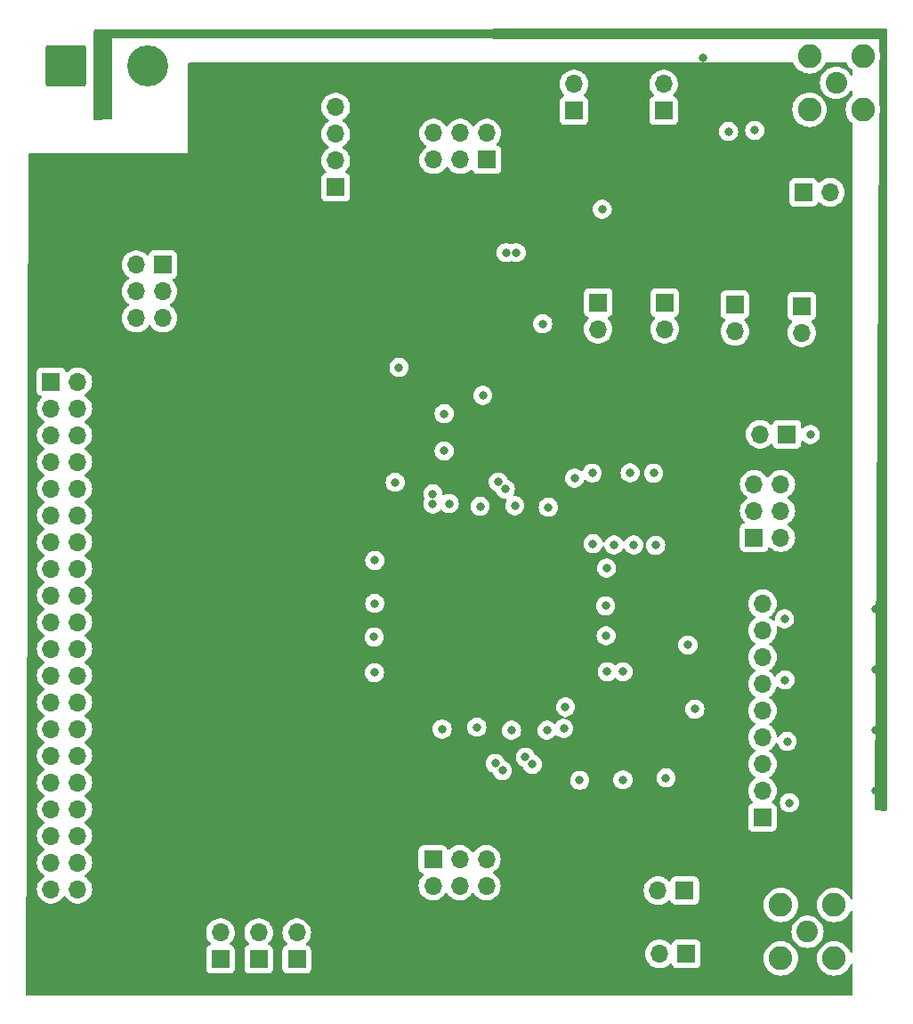
<source format=gbr>
%TF.GenerationSoftware,KiCad,Pcbnew,7.0.6-7.0.6~ubuntu20.04.1*%
%TF.CreationDate,2023-08-22T08:41:34+07:00*%
%TF.ProjectId,qpix,71706978-2e6b-4696-9361-645f70636258,rev?*%
%TF.SameCoordinates,Original*%
%TF.FileFunction,Copper,L3,Inr*%
%TF.FilePolarity,Positive*%
%FSLAX46Y46*%
G04 Gerber Fmt 4.6, Leading zero omitted, Abs format (unit mm)*
G04 Created by KiCad (PCBNEW 7.0.6-7.0.6~ubuntu20.04.1) date 2023-08-22 08:41:34*
%MOMM*%
%LPD*%
G01*
G04 APERTURE LIST*
G04 Aperture macros list*
%AMRoundRect*
0 Rectangle with rounded corners*
0 $1 Rounding radius*
0 $2 $3 $4 $5 $6 $7 $8 $9 X,Y pos of 4 corners*
0 Add a 4 corners polygon primitive as box body*
4,1,4,$2,$3,$4,$5,$6,$7,$8,$9,$2,$3,0*
0 Add four circle primitives for the rounded corners*
1,1,$1+$1,$2,$3*
1,1,$1+$1,$4,$5*
1,1,$1+$1,$6,$7*
1,1,$1+$1,$8,$9*
0 Add four rect primitives between the rounded corners*
20,1,$1+$1,$2,$3,$4,$5,0*
20,1,$1+$1,$4,$5,$6,$7,0*
20,1,$1+$1,$6,$7,$8,$9,0*
20,1,$1+$1,$8,$9,$2,$3,0*%
G04 Aperture macros list end*
%TA.AperFunction,ComponentPad*%
%ADD10R,1.700000X1.700000*%
%TD*%
%TA.AperFunction,ComponentPad*%
%ADD11O,1.700000X1.700000*%
%TD*%
%TA.AperFunction,ComponentPad*%
%ADD12C,2.050000*%
%TD*%
%TA.AperFunction,ComponentPad*%
%ADD13C,2.250000*%
%TD*%
%TA.AperFunction,ComponentPad*%
%ADD14RoundRect,0.250002X-1.699998X-1.699998X1.699998X-1.699998X1.699998X1.699998X-1.699998X1.699998X0*%
%TD*%
%TA.AperFunction,ComponentPad*%
%ADD15C,3.900000*%
%TD*%
%TA.AperFunction,ViaPad*%
%ADD16C,0.800000*%
%TD*%
G04 APERTURE END LIST*
D10*
%TO.N,GND*%
%TO.C,JP3*%
X149895835Y-76150000D03*
D11*
%TO.N,TxRxDisable_0*%
X149895835Y-78690000D03*
%TD*%
D10*
%TO.N,GND*%
%TO.C,JP5*%
X162895835Y-76350000D03*
D11*
%TO.N,TxRxDisable_2*%
X162895835Y-78890000D03*
%TD*%
D10*
%TO.N,dbgTxBusy*%
%TO.C,J2*%
X165520000Y-125120000D03*
D11*
%TO.N,dbgRxError*%
X165520000Y-122580000D03*
%TO.N,dbgRxBusy*%
X165520000Y-120040000D03*
%TO.N,dbgLocFifoFull*%
X165520000Y-117500000D03*
%TO.N,dbgFsmState_2*%
X165520000Y-114960000D03*
%TO.N,dbgFsmState_1*%
X165520000Y-112420000D03*
%TO.N,dbgDsmState_0*%
X165520000Y-109880000D03*
%TO.N,dbgExtFifoFull*%
X165520000Y-107340000D03*
%TO.N,GND*%
X165520000Y-104800000D03*
%TD*%
D12*
%TO.N,Net-(J9-In)*%
%TO.C,J9*%
X169815000Y-135985000D03*
D13*
%TO.N,GND*%
X172355000Y-138525000D03*
X172355000Y-133445000D03*
X167275000Y-138525000D03*
X167275000Y-133445000D03*
%TD*%
D10*
%TO.N,GND*%
%TO.C,JP9*%
X117590000Y-138605000D03*
D11*
%TO.N,EndeavorScale_1*%
X117590000Y-136065000D03*
%TD*%
D10*
%TO.N,GND*%
%TO.C,JP6*%
X169260835Y-76480000D03*
D11*
%TO.N,TxRxDisable_3*%
X169260835Y-79020000D03*
%TD*%
D10*
%TO.N,Net-(J9-In)*%
%TO.C,JP12*%
X158130000Y-132070000D03*
D11*
%TO.N,Net-(JP12-B)*%
X155590000Y-132070000D03*
%TD*%
D10*
%TO.N,/DatinA_P*%
%TO.C,J4*%
X134175000Y-129095000D03*
D11*
%TO.N,/DatinA_N*%
X134175000Y-131635000D03*
%TO.N,GND*%
X136715000Y-129095000D03*
X136715000Y-131635000D03*
%TO.N,/DatoutA_P*%
X139255000Y-129095000D03*
%TO.N,/DatoutA_N*%
X139255000Y-131635000D03*
%TD*%
D12*
%TO.N,Net-(J7-In)*%
%TO.C,J7*%
X172540000Y-55280000D03*
D13*
%TO.N,GND*%
X170000000Y-52740000D03*
X170000000Y-57820000D03*
X175080000Y-52740000D03*
X175080000Y-57820000D03*
%TD*%
D10*
%TO.N,/Sin*%
%TO.C,J5*%
X124930000Y-65200000D03*
D11*
%TO.N,/SCLK*%
X124930000Y-62660000D03*
%TO.N,/PCLK*%
X124930000Y-60120000D03*
%TO.N,/SR_reset*%
X124930000Y-57580000D03*
%TD*%
D10*
%TO.N,Net-(J9-In)*%
%TO.C,JP2*%
X158280000Y-138090000D03*
D11*
%TO.N,Net-(JP2-B)*%
X155740000Y-138090000D03*
%TD*%
D10*
%TO.N,/DatainD_P*%
%TO.C,J3*%
X139315000Y-62585000D03*
D11*
%TO.N,/DatainD_N*%
X139315000Y-60045000D03*
%TO.N,GND*%
X136775000Y-62585000D03*
X136775000Y-60045000D03*
%TO.N,/DataoutD_P*%
X134235000Y-62585000D03*
%TO.N,/DataoutD_N*%
X134235000Y-60045000D03*
%TD*%
D10*
%TO.N,GND*%
%TO.C,JP7*%
X167856750Y-88680000D03*
D11*
%TO.N,disableDbgOut*%
X165316750Y-88680000D03*
%TD*%
D10*
%TO.N,Net-(J13-Pin_1)*%
%TO.C,J13*%
X147600000Y-57920000D03*
D11*
%TO.N,GND*%
X147600000Y-55380000D03*
%TD*%
D10*
%TO.N,GND*%
%TO.C,JP10*%
X113950000Y-138604000D03*
D11*
%TO.N,EndeavorScale_2*%
X113950000Y-136064000D03*
%TD*%
D10*
%TO.N,Net-(J10-Pin_1)*%
%TO.C,J10*%
X156120000Y-57920000D03*
D11*
%TO.N,GND*%
X156120000Y-55380000D03*
%TD*%
%TO.N,Reset0_N*%
%TO.C,J1*%
X100385000Y-131940000D03*
%TO.N,Reset0_P*%
X97845000Y-131940000D03*
%TO.N,Reset1_N*%
X100385000Y-129400000D03*
%TO.N,Reset1_P*%
X97845000Y-129400000D03*
%TO.N,Reset2_N*%
X100385000Y-126860000D03*
%TO.N,Reset2_P*%
X97845000Y-126860000D03*
%TO.N,Reset3_N*%
X100385000Y-124320000D03*
%TO.N,Reset3_P*%
X97845000Y-124320000D03*
%TO.N,GND*%
X100385000Y-121780000D03*
X97845000Y-121780000D03*
%TO.N,Reset4_N*%
X100385000Y-119240000D03*
%TO.N,Reset4_P*%
X97845000Y-119240000D03*
%TO.N,Reset5_N*%
X100385000Y-116700000D03*
%TO.N,Reset5_P*%
X97845000Y-116700000D03*
%TO.N,Reset6_N*%
X100385000Y-114160000D03*
%TO.N,Reset6_P*%
X97845000Y-114160000D03*
%TO.N,Reset7_N*%
X100385000Y-111620000D03*
%TO.N,Reset7_P*%
X97845000Y-111620000D03*
%TO.N,GND*%
X100385000Y-109080000D03*
X97845000Y-109080000D03*
%TO.N,Reset8_N*%
X100385000Y-106540000D03*
%TO.N,Reset8_P*%
X97845000Y-106540000D03*
%TO.N,Reset9_N*%
X100385000Y-104000000D03*
%TO.N,Reset9_P*%
X97845000Y-104000000D03*
%TO.N,Reset10_N*%
X100385000Y-101460000D03*
%TO.N,Reset10_P*%
X97845000Y-101460000D03*
%TO.N,Reset11_N*%
X100385000Y-98920000D03*
%TO.N,Reset11_P*%
X97845000Y-98920000D03*
%TO.N,GND*%
X100385000Y-96380000D03*
X97845000Y-96380000D03*
%TO.N,Reset12_N*%
X100385000Y-93840000D03*
%TO.N,Reset12_P*%
X97845000Y-93840000D03*
%TO.N,Reset13_N*%
X100385000Y-91300000D03*
%TO.N,Reset13_P*%
X97845000Y-91300000D03*
%TO.N,Reset14_N*%
X100385000Y-88760000D03*
%TO.N,Reset14_P*%
X97845000Y-88760000D03*
%TO.N,Reset15_N*%
X100385000Y-86220000D03*
%TO.N,Reset15_P*%
X97845000Y-86220000D03*
%TO.N,GND*%
X100385000Y-83680000D03*
D10*
X97845000Y-83680000D03*
%TD*%
%TO.N,/DatainC_P*%
%TO.C,J8*%
X164735000Y-98515000D03*
D11*
%TO.N,/DatainC_N*%
X167275000Y-98515000D03*
%TO.N,GND*%
X164735000Y-95975000D03*
X167275000Y-95975000D03*
%TO.N,/DataoutC_P*%
X164735000Y-93435000D03*
%TO.N,/DataoutC_N*%
X167275000Y-93435000D03*
%TD*%
D10*
%TO.N,GND*%
%TO.C,JP4*%
X156230000Y-76150000D03*
D11*
%TO.N,TxRxDisable_1*%
X156230000Y-78690000D03*
%TD*%
D14*
%TO.N,Net-(J11-In)*%
%TO.C,J11*%
X99260000Y-53620000D03*
D15*
%TO.N,GND*%
X107060000Y-53620000D03*
%TD*%
D10*
%TO.N,/DatinB_P*%
%TO.C,J6*%
X108485000Y-72565000D03*
D11*
%TO.N,/DatinB_N*%
X105945000Y-72565000D03*
%TO.N,GND*%
X108485000Y-75105000D03*
X105945000Y-75105000D03*
%TO.N,/DatoutB_P*%
X108485000Y-77645000D03*
%TO.N,/DatoutB_N*%
X105945000Y-77645000D03*
%TD*%
D10*
%TO.N,GND*%
%TO.C,JP8*%
X121220000Y-138615000D03*
D11*
%TO.N,EndeavorScale_0*%
X121220000Y-136075000D03*
%TD*%
D10*
%TO.N,/clkmux/SEL_AB*%
%TO.C,JP1*%
X169425000Y-65680000D03*
D11*
%TO.N,GND*%
X171965000Y-65680000D03*
%TD*%
D16*
%TO.N,disableDbgOut*%
X152250000Y-111260000D03*
%TO.N,dbgRxValid*%
X159090000Y-114820000D03*
X167670000Y-112040000D03*
%TO.N,dbgInterr*%
X158429000Y-108728000D03*
X167630000Y-106240000D03*
%TO.N,dbgDataValid*%
X167880000Y-117890000D03*
X146780000Y-114620000D03*
%TO.N,dbgClkDiv*%
X146620000Y-116660000D03*
X168090000Y-123720000D03*
%TO.N,VDD*%
X159818335Y-83215000D03*
X144510000Y-99680000D03*
X118190000Y-62850000D03*
X135140000Y-102190000D03*
X145010000Y-109560000D03*
X145960000Y-102520000D03*
X159838250Y-88560000D03*
X136244901Y-105849920D03*
X134500000Y-104670000D03*
X146590000Y-103800000D03*
X141510000Y-99760000D03*
X137120000Y-110070000D03*
X145550000Y-111610000D03*
X140130000Y-112670000D03*
X144380000Y-114330000D03*
X136970000Y-107260000D03*
X134690000Y-103420000D03*
X136290000Y-100510000D03*
X141990000Y-111260000D03*
X161730000Y-65670000D03*
X166288335Y-83195000D03*
X139020000Y-99940000D03*
X137110000Y-112320000D03*
X146430000Y-105480000D03*
X145090000Y-100810000D03*
X146985835Y-83185000D03*
X134730000Y-108760000D03*
X145180000Y-107290000D03*
X153205835Y-83225000D03*
X159838250Y-88560000D03*
X159830000Y-52910000D03*
X145913000Y-105030000D03*
X117470000Y-130015000D03*
X146010000Y-107864000D03*
X113960000Y-130014000D03*
X121160000Y-130025000D03*
X129990000Y-86810000D03*
X141944000Y-100131000D03*
X133225000Y-108010000D03*
X133215000Y-111360000D03*
X138356000Y-111914000D03*
X145050000Y-112162000D03*
X141630000Y-112215000D03*
X133275000Y-100690000D03*
X138666000Y-100218000D03*
X145110000Y-100287500D03*
X133290000Y-104750000D03*
X135460000Y-88560000D03*
X145980000Y-101396000D03*
X130580000Y-91720000D03*
X146160000Y-111254000D03*
X135090000Y-112113000D03*
X135710000Y-99997000D03*
%TO.N,TxRxDisable_3*%
X155370000Y-99250000D03*
X155180000Y-92380000D03*
%TO.N,TxRxDisable_2*%
X153280000Y-99210000D03*
X152940000Y-92350000D03*
%TO.N,TxRxDisable_1*%
X149340000Y-92370000D03*
X151390000Y-99200000D03*
%TO.N,TxRxDisable_0*%
X149410000Y-99090000D03*
X147650000Y-92860000D03*
%TO.N,Net-(J13-Pin_1)*%
X130940000Y-82330000D03*
%TO.N,Net-(J10-Pin_1)*%
X144620000Y-78190000D03*
X138920000Y-84990000D03*
%TO.N,GND*%
X150603000Y-105000000D03*
X164790000Y-59780000D03*
X128613500Y-111355000D03*
X141650000Y-116830000D03*
X150695000Y-101406000D03*
X150645000Y-107834000D03*
X138356000Y-116539000D03*
X128650000Y-100680000D03*
X135240000Y-90270000D03*
X130580000Y-93260000D03*
X170086750Y-88720000D03*
X135050000Y-116718000D03*
X150755000Y-111264000D03*
X128633500Y-104775000D03*
X135720000Y-95272000D03*
X145153000Y-95631000D03*
X162300000Y-59900000D03*
X138666000Y-95533000D03*
X145030000Y-116830000D03*
X135250000Y-86730000D03*
X128583500Y-107965000D03*
X141964000Y-95466000D03*
%TO.N,EndeavorScale_2*%
X148140000Y-121580000D03*
%TO.N,EndeavorScale_1*%
X152250000Y-121540000D03*
%TO.N,EndeavorScale_0*%
X156350000Y-121370000D03*
%TO.N,CLKOUTP*%
X141067157Y-93907993D03*
%TO.N,CLKOUTN*%
X140395405Y-93236241D03*
%TO.N,CLKDIGIINP*%
X134170000Y-94345000D03*
%TO.N,CLKDIGIINN*%
X134170000Y-95295000D03*
%TO.N,/clkmux/SEL_AB*%
X150280000Y-67290000D03*
%TO.N,/DatoutB_P*%
X143635876Y-120065876D03*
%TO.N,/DatoutB_N*%
X142964124Y-119394124D03*
%TO.N,/DatinB_P*%
X140114124Y-119984124D03*
%TO.N,/DatinB_N*%
X140785876Y-120655876D03*
%TO.N,/DataoutD_P*%
X142085000Y-71417370D03*
%TO.N,/DataoutD_N*%
X141135000Y-71417370D03*
%TO.N,+5V*%
X176301833Y-111080000D03*
X176301833Y-105330000D03*
X176296833Y-122540000D03*
X102690000Y-58020000D03*
X176301833Y-116820000D03*
%TD*%
%TA.AperFunction,Conductor*%
%TO.N,+5V*%
G36*
X177331966Y-50120086D02*
G01*
X177378537Y-50173674D01*
X177390000Y-50226183D01*
X177390000Y-124359500D01*
X177369998Y-124427621D01*
X177316342Y-124474114D01*
X177259582Y-124485423D01*
X176372213Y-124454288D01*
X176304835Y-124431909D01*
X176260252Y-124376656D01*
X176250633Y-124327714D01*
X176591854Y-58463005D01*
X176601440Y-58415458D01*
X176638355Y-58326340D01*
X176698378Y-58076326D01*
X176718551Y-57820000D01*
X176698378Y-57563674D01*
X176638355Y-57313660D01*
X176608029Y-57240447D01*
X176598441Y-57191582D01*
X176618505Y-53318666D01*
X176628095Y-53271109D01*
X176638355Y-53246340D01*
X176698378Y-52996326D01*
X176718551Y-52740000D01*
X176698378Y-52483674D01*
X176638355Y-52233660D01*
X176634023Y-52223203D01*
X176624434Y-52174336D01*
X176630000Y-51100000D01*
X176629999Y-51099999D01*
X103610000Y-51039999D01*
X103609999Y-51040000D01*
X103619838Y-58645254D01*
X103599924Y-58713401D01*
X103546329Y-58759963D01*
X103495262Y-58771409D01*
X101978318Y-58788550D01*
X101909975Y-58769319D01*
X101862879Y-58716192D01*
X101850897Y-58661677D01*
X101852287Y-58463015D01*
X101909126Y-50334934D01*
X101929604Y-50266957D01*
X101983583Y-50220840D01*
X102034934Y-50209817D01*
X177263819Y-50100183D01*
X177331966Y-50120086D01*
G37*
%TD.AperFunction*%
%TD*%
%TA.AperFunction,Conductor*%
%TO.N,VDD*%
G36*
X173526108Y-53316090D02*
G01*
X173572651Y-53369702D01*
X173574494Y-53373932D01*
X173620037Y-53483882D01*
X173620038Y-53483883D01*
X173620040Y-53483887D01*
X173703450Y-53620000D01*
X173754385Y-53703117D01*
X173754386Y-53703119D01*
X173921368Y-53898631D01*
X174057828Y-54015178D01*
X174096637Y-54074628D01*
X174101998Y-54110952D01*
X174102098Y-54447376D01*
X174082116Y-54515502D01*
X174028474Y-54562011D01*
X173958203Y-54572136D01*
X173893614Y-54542662D01*
X173868665Y-54513248D01*
X173784464Y-54375844D01*
X173627701Y-54192299D01*
X173444156Y-54035536D01*
X173238347Y-53909416D01*
X173015343Y-53817045D01*
X173015341Y-53817044D01*
X172854783Y-53778497D01*
X172780634Y-53760696D01*
X172540000Y-53741758D01*
X172299366Y-53760696D01*
X172064658Y-53817044D01*
X171841654Y-53909415D01*
X171635845Y-54035535D01*
X171452299Y-54192299D01*
X171295535Y-54375845D01*
X171169415Y-54581654D01*
X171077044Y-54804658D01*
X171020696Y-55039366D01*
X171001758Y-55279999D01*
X171020696Y-55520633D01*
X171077044Y-55755341D01*
X171162975Y-55962796D01*
X171169416Y-55978347D01*
X171295536Y-56184156D01*
X171452299Y-56367701D01*
X171635844Y-56524464D01*
X171841653Y-56650584D01*
X172064657Y-56742955D01*
X172299366Y-56799304D01*
X172540000Y-56818242D01*
X172780634Y-56799304D01*
X173015343Y-56742955D01*
X173238347Y-56650584D01*
X173444156Y-56524464D01*
X173627701Y-56367701D01*
X173784464Y-56184156D01*
X173869160Y-56045943D01*
X173921806Y-55998313D01*
X173991848Y-55986706D01*
X174057045Y-56014809D01*
X174096700Y-56073699D01*
X174102592Y-56111742D01*
X174102692Y-56448379D01*
X174082710Y-56516505D01*
X174058523Y-56544227D01*
X173921366Y-56661371D01*
X173754386Y-56856880D01*
X173754385Y-56856882D01*
X173620039Y-57076114D01*
X173521644Y-57313661D01*
X173461622Y-57563674D01*
X173441449Y-57820000D01*
X173461622Y-58076325D01*
X173521644Y-58326338D01*
X173559309Y-58417268D01*
X173620040Y-58563887D01*
X173716434Y-58721188D01*
X173754385Y-58783117D01*
X173754386Y-58783119D01*
X173921365Y-58978627D01*
X173921367Y-58978628D01*
X173921369Y-58978631D01*
X174059339Y-59096468D01*
X174098147Y-59155917D01*
X174103508Y-59192241D01*
X174125374Y-132817040D01*
X174105392Y-132885166D01*
X174051750Y-132931675D01*
X173981479Y-132941800D01*
X173916890Y-132912326D01*
X173882968Y-132865299D01*
X173814960Y-132701113D01*
X173680616Y-132481884D01*
X173672405Y-132472270D01*
X173513631Y-132286368D01*
X173318119Y-132119386D01*
X173318117Y-132119385D01*
X173318116Y-132119384D01*
X173098887Y-131985040D01*
X172990149Y-131939999D01*
X172861338Y-131886644D01*
X172690310Y-131845584D01*
X172611326Y-131826622D01*
X172355000Y-131806449D01*
X172098674Y-131826622D01*
X171848661Y-131886644D01*
X171611114Y-131985039D01*
X171391882Y-132119385D01*
X171391880Y-132119386D01*
X171196368Y-132286368D01*
X171029386Y-132481880D01*
X171029385Y-132481882D01*
X170895039Y-132701114D01*
X170796644Y-132938661D01*
X170736622Y-133188674D01*
X170716449Y-133445000D01*
X170736622Y-133701325D01*
X170796644Y-133951338D01*
X170895039Y-134188885D01*
X171029385Y-134408117D01*
X171029386Y-134408119D01*
X171196368Y-134603631D01*
X171371908Y-134753555D01*
X171391884Y-134770616D01*
X171611113Y-134904960D01*
X171848660Y-135003355D01*
X172098674Y-135063378D01*
X172355000Y-135083551D01*
X172611326Y-135063378D01*
X172861340Y-135003355D01*
X173098887Y-134904960D01*
X173318116Y-134770616D01*
X173513631Y-134603631D01*
X173680616Y-134408116D01*
X173814960Y-134188887D01*
X173883340Y-134023802D01*
X173927886Y-133968523D01*
X173995249Y-133946102D01*
X174064040Y-133963660D01*
X174112419Y-134015622D01*
X174125747Y-134071985D01*
X174126884Y-137900685D01*
X174106902Y-137968811D01*
X174053260Y-138015320D01*
X173982989Y-138025445D01*
X173918400Y-137995971D01*
X173884477Y-137948943D01*
X173814960Y-137781113D01*
X173680616Y-137561884D01*
X173647612Y-137523241D01*
X173513631Y-137366368D01*
X173318119Y-137199386D01*
X173318117Y-137199385D01*
X173318116Y-137199384D01*
X173098887Y-137065040D01*
X173081457Y-137057820D01*
X172861338Y-136966644D01*
X172690310Y-136925584D01*
X172611326Y-136906622D01*
X172355000Y-136886449D01*
X172098674Y-136906622D01*
X171848661Y-136966644D01*
X171611114Y-137065039D01*
X171391882Y-137199385D01*
X171391880Y-137199386D01*
X171196368Y-137366368D01*
X171029386Y-137561880D01*
X171029385Y-137561882D01*
X170895039Y-137781114D01*
X170796644Y-138018661D01*
X170736622Y-138268674D01*
X170716449Y-138525000D01*
X170733275Y-138738791D01*
X170736622Y-138781325D01*
X170796644Y-139031338D01*
X170879425Y-139231188D01*
X170895040Y-139268887D01*
X171005107Y-139448500D01*
X171029385Y-139488117D01*
X171029386Y-139488119D01*
X171196368Y-139683631D01*
X171391880Y-139850613D01*
X171391884Y-139850616D01*
X171611113Y-139984960D01*
X171848660Y-140083355D01*
X172098674Y-140143378D01*
X172355000Y-140163551D01*
X172611326Y-140143378D01*
X172861340Y-140083355D01*
X173098887Y-139984960D01*
X173318116Y-139850616D01*
X173513631Y-139683631D01*
X173680616Y-139488116D01*
X173814960Y-139268887D01*
X173884848Y-139100160D01*
X173929394Y-139044883D01*
X173996757Y-139022462D01*
X174065549Y-139040020D01*
X174113927Y-139091982D01*
X174127255Y-139148345D01*
X174127497Y-139962499D01*
X174128076Y-141913120D01*
X174128077Y-141913463D01*
X174108095Y-141981589D01*
X174054453Y-142028098D01*
X174002077Y-142039500D01*
X95577486Y-142039500D01*
X95509365Y-142019498D01*
X95462872Y-141965842D01*
X95451487Y-141913120D01*
X95456829Y-140143378D01*
X95469141Y-136064000D01*
X112586844Y-136064000D01*
X112605437Y-136288375D01*
X112660702Y-136506612D01*
X112660703Y-136506613D01*
X112660704Y-136506616D01*
X112665528Y-136517613D01*
X112751141Y-136712793D01*
X112874275Y-136901265D01*
X112874278Y-136901268D01*
X112875207Y-136902277D01*
X113017475Y-137056820D01*
X113048896Y-137120485D01*
X113040909Y-137191031D01*
X112996051Y-137246060D01*
X112968807Y-137260213D01*
X112853797Y-137303110D01*
X112853792Y-137303112D01*
X112736738Y-137390738D01*
X112649112Y-137507792D01*
X112649110Y-137507797D01*
X112598011Y-137644795D01*
X112598009Y-137644803D01*
X112591500Y-137705350D01*
X112591500Y-139502649D01*
X112598009Y-139563196D01*
X112598011Y-139563204D01*
X112649110Y-139700202D01*
X112649112Y-139700207D01*
X112736738Y-139817261D01*
X112853792Y-139904887D01*
X112853794Y-139904888D01*
X112853796Y-139904889D01*
X112883288Y-139915889D01*
X112990795Y-139955988D01*
X112990803Y-139955990D01*
X113051350Y-139962499D01*
X113051355Y-139962499D01*
X113051362Y-139962500D01*
X113051368Y-139962500D01*
X114848632Y-139962500D01*
X114848638Y-139962500D01*
X114848645Y-139962499D01*
X114848649Y-139962499D01*
X114909196Y-139955990D01*
X114909199Y-139955989D01*
X114909201Y-139955989D01*
X115046204Y-139904889D01*
X115163261Y-139817261D01*
X115242652Y-139711207D01*
X115250887Y-139700207D01*
X115250887Y-139700206D01*
X115250889Y-139700204D01*
X115301989Y-139563201D01*
X115307318Y-139513638D01*
X115308499Y-139502649D01*
X115308500Y-139502632D01*
X115308500Y-137705367D01*
X115308499Y-137705350D01*
X115301990Y-137644803D01*
X115301988Y-137644795D01*
X115256650Y-137523242D01*
X115250889Y-137507796D01*
X115250888Y-137507794D01*
X115250887Y-137507792D01*
X115163261Y-137390738D01*
X115046207Y-137303112D01*
X115046203Y-137303110D01*
X114931192Y-137260213D01*
X114874356Y-137217667D01*
X114849546Y-137151146D01*
X114864638Y-137081772D01*
X114882525Y-137056820D01*
X115025714Y-136901277D01*
X115025724Y-136901265D01*
X115098997Y-136789112D01*
X115148860Y-136712791D01*
X115239296Y-136506616D01*
X115294564Y-136288368D01*
X115313073Y-136065000D01*
X116226844Y-136065000D01*
X116245353Y-136288368D01*
X116245437Y-136289375D01*
X116300702Y-136507612D01*
X116300703Y-136507613D01*
X116300704Y-136507616D01*
X116377785Y-136683345D01*
X116391141Y-136713793D01*
X116514275Y-136902265D01*
X116514280Y-136902270D01*
X116657475Y-137057820D01*
X116688896Y-137121485D01*
X116680909Y-137192031D01*
X116636051Y-137247060D01*
X116608807Y-137261213D01*
X116493797Y-137304110D01*
X116493792Y-137304112D01*
X116376738Y-137391738D01*
X116289112Y-137508792D01*
X116289110Y-137508797D01*
X116238011Y-137645795D01*
X116238009Y-137645803D01*
X116231500Y-137706350D01*
X116231500Y-139503649D01*
X116238009Y-139564196D01*
X116238011Y-139564204D01*
X116289110Y-139701202D01*
X116289112Y-139701207D01*
X116376738Y-139818261D01*
X116493792Y-139905887D01*
X116493794Y-139905888D01*
X116493796Y-139905889D01*
X116520607Y-139915889D01*
X116630795Y-139956988D01*
X116630803Y-139956990D01*
X116691350Y-139963499D01*
X116691355Y-139963499D01*
X116691362Y-139963500D01*
X116691368Y-139963500D01*
X118488632Y-139963500D01*
X118488638Y-139963500D01*
X118488645Y-139963499D01*
X118488649Y-139963499D01*
X118549196Y-139956990D01*
X118549199Y-139956989D01*
X118549201Y-139956989D01*
X118551880Y-139955990D01*
X118568045Y-139949960D01*
X118686204Y-139905889D01*
X118803261Y-139818261D01*
X118890889Y-139701204D01*
X118941989Y-139564201D01*
X118942097Y-139563204D01*
X118948499Y-139503649D01*
X118948500Y-139503632D01*
X118948500Y-137706367D01*
X118948499Y-137706350D01*
X118941990Y-137645803D01*
X118941988Y-137645795D01*
X118910689Y-137561882D01*
X118890889Y-137508796D01*
X118890888Y-137508794D01*
X118890887Y-137508792D01*
X118803261Y-137391738D01*
X118686207Y-137304112D01*
X118686203Y-137304110D01*
X118571192Y-137261213D01*
X118514356Y-137218667D01*
X118489546Y-137152146D01*
X118504638Y-137082772D01*
X118522525Y-137057820D01*
X118665714Y-136902277D01*
X118665724Y-136902265D01*
X118682401Y-136876739D01*
X118788860Y-136713791D01*
X118879296Y-136507616D01*
X118934564Y-136289368D01*
X118952327Y-136075000D01*
X119856844Y-136075000D01*
X119874607Y-136289368D01*
X119875437Y-136299375D01*
X119930702Y-136517612D01*
X119930703Y-136517613D01*
X120021141Y-136723793D01*
X120144275Y-136912265D01*
X120144280Y-136912270D01*
X120287475Y-137067820D01*
X120318896Y-137131485D01*
X120310909Y-137202031D01*
X120266051Y-137257060D01*
X120238807Y-137271213D01*
X120123797Y-137314110D01*
X120123792Y-137314112D01*
X120006738Y-137401738D01*
X119919112Y-137518792D01*
X119919110Y-137518797D01*
X119868011Y-137655795D01*
X119868009Y-137655803D01*
X119861500Y-137716350D01*
X119861500Y-139513649D01*
X119868009Y-139574196D01*
X119868011Y-139574204D01*
X119919110Y-139711202D01*
X119919112Y-139711207D01*
X120006738Y-139828261D01*
X120123792Y-139915887D01*
X120123794Y-139915888D01*
X120123796Y-139915889D01*
X120182875Y-139937924D01*
X120260795Y-139966988D01*
X120260803Y-139966990D01*
X120321350Y-139973499D01*
X120321355Y-139973499D01*
X120321362Y-139973500D01*
X120321368Y-139973500D01*
X122118632Y-139973500D01*
X122118638Y-139973500D01*
X122118645Y-139973499D01*
X122118649Y-139973499D01*
X122179196Y-139966990D01*
X122179199Y-139966989D01*
X122179201Y-139966989D01*
X122316204Y-139915889D01*
X122329563Y-139905889D01*
X122433261Y-139828261D01*
X122520887Y-139711207D01*
X122520887Y-139711206D01*
X122520889Y-139711204D01*
X122571989Y-139574201D01*
X122573172Y-139563204D01*
X122578499Y-139513649D01*
X122578500Y-139513632D01*
X122578500Y-138090000D01*
X154376844Y-138090000D01*
X154395437Y-138314375D01*
X154450702Y-138532612D01*
X154450703Y-138532613D01*
X154541141Y-138738793D01*
X154664275Y-138927265D01*
X154664279Y-138927270D01*
X154772551Y-139044883D01*
X154815909Y-139091982D01*
X154816762Y-139092908D01*
X154826085Y-139100164D01*
X154994424Y-139231189D01*
X155192426Y-139338342D01*
X155192427Y-139338342D01*
X155192428Y-139338343D01*
X155304227Y-139376723D01*
X155405365Y-139411444D01*
X155627431Y-139448500D01*
X155627435Y-139448500D01*
X155852565Y-139448500D01*
X155852569Y-139448500D01*
X156074635Y-139411444D01*
X156287574Y-139338342D01*
X156485576Y-139231189D01*
X156663240Y-139092906D01*
X156724245Y-139026637D01*
X156785096Y-138990067D01*
X156856061Y-138992200D01*
X156914606Y-139032362D01*
X156935000Y-139067941D01*
X156979111Y-139186204D01*
X156979112Y-139186207D01*
X157066738Y-139303261D01*
X157183792Y-139390887D01*
X157183794Y-139390888D01*
X157183796Y-139390889D01*
X157238900Y-139411442D01*
X157320795Y-139441988D01*
X157320803Y-139441990D01*
X157381350Y-139448499D01*
X157381355Y-139448499D01*
X157381362Y-139448500D01*
X157381368Y-139448500D01*
X159178632Y-139448500D01*
X159178638Y-139448500D01*
X159178645Y-139448499D01*
X159178649Y-139448499D01*
X159239196Y-139441990D01*
X159239199Y-139441989D01*
X159239201Y-139441989D01*
X159376204Y-139390889D01*
X159446399Y-139338342D01*
X159493261Y-139303261D01*
X159580887Y-139186207D01*
X159580887Y-139186206D01*
X159580889Y-139186204D01*
X159631989Y-139049201D01*
X159632454Y-139044883D01*
X159638499Y-138988649D01*
X159638500Y-138988632D01*
X159638500Y-138525000D01*
X165636449Y-138525000D01*
X165653275Y-138738791D01*
X165656622Y-138781325D01*
X165716644Y-139031338D01*
X165799425Y-139231188D01*
X165815040Y-139268887D01*
X165925107Y-139448500D01*
X165949385Y-139488117D01*
X165949386Y-139488119D01*
X166116368Y-139683631D01*
X166311880Y-139850613D01*
X166311884Y-139850616D01*
X166531113Y-139984960D01*
X166768660Y-140083355D01*
X167018674Y-140143378D01*
X167275000Y-140163551D01*
X167531326Y-140143378D01*
X167781340Y-140083355D01*
X168018887Y-139984960D01*
X168238116Y-139850616D01*
X168433631Y-139683631D01*
X168600616Y-139488116D01*
X168734960Y-139268887D01*
X168833355Y-139031340D01*
X168893378Y-138781326D01*
X168913551Y-138525000D01*
X168893378Y-138268674D01*
X168833355Y-138018660D01*
X168734960Y-137781113D01*
X168600616Y-137561884D01*
X168567612Y-137523241D01*
X168433631Y-137366368D01*
X168238119Y-137199386D01*
X168238117Y-137199385D01*
X168238116Y-137199384D01*
X168018887Y-137065040D01*
X168001457Y-137057820D01*
X167781338Y-136966644D01*
X167610310Y-136925584D01*
X167531326Y-136906622D01*
X167275000Y-136886449D01*
X167018674Y-136906622D01*
X166768661Y-136966644D01*
X166531114Y-137065039D01*
X166311882Y-137199385D01*
X166311880Y-137199386D01*
X166116368Y-137366368D01*
X165949386Y-137561880D01*
X165949385Y-137561882D01*
X165815039Y-137781114D01*
X165716644Y-138018661D01*
X165656621Y-138268674D01*
X165656622Y-138268674D01*
X165636449Y-138525000D01*
X159638500Y-138525000D01*
X159638500Y-137191367D01*
X159638499Y-137191350D01*
X159631990Y-137130803D01*
X159631988Y-137130795D01*
X159580889Y-136993797D01*
X159580887Y-136993792D01*
X159493261Y-136876738D01*
X159376207Y-136789112D01*
X159376202Y-136789110D01*
X159239204Y-136738011D01*
X159239196Y-136738009D01*
X159178649Y-136731500D01*
X159178638Y-136731500D01*
X157381362Y-136731500D01*
X157381350Y-136731500D01*
X157320803Y-136738009D01*
X157320795Y-136738011D01*
X157183797Y-136789110D01*
X157183792Y-136789112D01*
X157066738Y-136876738D01*
X156979112Y-136993792D01*
X156979111Y-136993795D01*
X156935000Y-137112058D01*
X156892453Y-137168893D01*
X156825932Y-137193703D01*
X156756558Y-137178611D01*
X156724246Y-137153363D01*
X156663240Y-137087094D01*
X156663239Y-137087093D01*
X156663237Y-137087091D01*
X156543372Y-136993796D01*
X156485576Y-136948811D01*
X156287574Y-136841658D01*
X156287572Y-136841657D01*
X156287571Y-136841656D01*
X156074639Y-136768557D01*
X156074630Y-136768555D01*
X156030476Y-136761187D01*
X155852569Y-136731500D01*
X155627431Y-136731500D01*
X155479210Y-136756233D01*
X155405369Y-136768555D01*
X155405360Y-136768557D01*
X155192428Y-136841656D01*
X155192426Y-136841658D01*
X155080425Y-136902270D01*
X154994426Y-136948810D01*
X154994424Y-136948811D01*
X154816762Y-137087091D01*
X154664279Y-137252729D01*
X154664275Y-137252734D01*
X154541141Y-137441206D01*
X154450703Y-137647386D01*
X154450702Y-137647387D01*
X154395437Y-137865624D01*
X154395436Y-137865630D01*
X154395436Y-137865632D01*
X154382193Y-138025445D01*
X154376844Y-138090000D01*
X122578500Y-138090000D01*
X122578500Y-137716367D01*
X122578499Y-137716350D01*
X122571990Y-137655803D01*
X122571988Y-137655795D01*
X122520889Y-137518797D01*
X122520887Y-137518792D01*
X122433261Y-137401738D01*
X122316207Y-137314112D01*
X122316203Y-137314110D01*
X122201192Y-137271213D01*
X122144356Y-137228667D01*
X122119546Y-137162146D01*
X122134638Y-137092772D01*
X122152525Y-137067820D01*
X122295714Y-136912277D01*
X122295724Y-136912265D01*
X122341855Y-136841656D01*
X122418860Y-136723791D01*
X122509296Y-136517616D01*
X122564564Y-136299368D01*
X122583156Y-136075000D01*
X122575698Y-135985000D01*
X168276758Y-135985000D01*
X168295696Y-136225633D01*
X168352044Y-136460341D01*
X168375767Y-136517612D01*
X168444416Y-136683347D01*
X168570536Y-136889156D01*
X168727299Y-137072701D01*
X168910844Y-137229464D01*
X169116653Y-137355584D01*
X169339657Y-137447955D01*
X169574366Y-137504304D01*
X169815000Y-137523242D01*
X170055634Y-137504304D01*
X170290343Y-137447955D01*
X170513347Y-137355584D01*
X170719156Y-137229464D01*
X170902701Y-137072701D01*
X171059464Y-136889156D01*
X171185584Y-136683347D01*
X171277955Y-136460343D01*
X171334304Y-136225634D01*
X171353242Y-135985000D01*
X171334304Y-135744366D01*
X171277955Y-135509657D01*
X171185584Y-135286653D01*
X171059464Y-135080844D01*
X170902701Y-134897299D01*
X170719156Y-134740536D01*
X170513347Y-134614416D01*
X170290343Y-134522045D01*
X170290341Y-134522044D01*
X170129783Y-134483497D01*
X170055634Y-134465696D01*
X169815000Y-134446758D01*
X169814999Y-134446758D01*
X169574366Y-134465696D01*
X169339658Y-134522044D01*
X169116654Y-134614415D01*
X168910845Y-134740535D01*
X168727299Y-134897299D01*
X168570535Y-135080845D01*
X168444415Y-135286654D01*
X168352044Y-135509658D01*
X168295696Y-135744366D01*
X168276758Y-135985000D01*
X122575698Y-135985000D01*
X122564564Y-135850632D01*
X122509296Y-135632384D01*
X122418860Y-135426209D01*
X122411671Y-135415206D01*
X122295724Y-135237734D01*
X122295720Y-135237729D01*
X122143237Y-135072091D01*
X122054925Y-135003355D01*
X121965576Y-134933811D01*
X121767574Y-134826658D01*
X121767572Y-134826657D01*
X121767571Y-134826656D01*
X121554639Y-134753557D01*
X121554630Y-134753555D01*
X121488709Y-134742555D01*
X121332569Y-134716500D01*
X121107431Y-134716500D01*
X120963396Y-134740535D01*
X120885369Y-134753555D01*
X120885360Y-134753557D01*
X120672428Y-134826656D01*
X120672426Y-134826658D01*
X120492903Y-134923811D01*
X120474426Y-134933810D01*
X120474424Y-134933811D01*
X120296762Y-135072091D01*
X120144279Y-135237729D01*
X120144275Y-135237734D01*
X120021141Y-135426206D01*
X119930703Y-135632386D01*
X119930702Y-135632387D01*
X119875437Y-135850624D01*
X119857756Y-136064000D01*
X119856844Y-136075000D01*
X118952327Y-136075000D01*
X118953156Y-136065000D01*
X118934564Y-135840632D01*
X118881829Y-135632386D01*
X118879297Y-135622387D01*
X118879296Y-135622386D01*
X118879296Y-135622384D01*
X118788860Y-135416209D01*
X118672257Y-135237734D01*
X118665724Y-135227734D01*
X118665720Y-135227729D01*
X118513237Y-135062091D01*
X118431382Y-134998381D01*
X118335576Y-134923811D01*
X118137574Y-134816658D01*
X118137572Y-134816657D01*
X118137571Y-134816656D01*
X117924639Y-134743557D01*
X117924630Y-134743555D01*
X117880476Y-134736187D01*
X117702569Y-134706500D01*
X117477431Y-134706500D01*
X117329211Y-134731233D01*
X117255369Y-134743555D01*
X117255360Y-134743557D01*
X117042428Y-134816656D01*
X117042426Y-134816658D01*
X116844426Y-134923810D01*
X116844424Y-134923811D01*
X116666762Y-135062091D01*
X116514279Y-135227729D01*
X116514275Y-135227734D01*
X116391141Y-135416206D01*
X116300703Y-135622386D01*
X116300702Y-135622387D01*
X116245437Y-135840624D01*
X116245436Y-135840630D01*
X116245436Y-135840632D01*
X116226844Y-136065000D01*
X115313073Y-136065000D01*
X115313156Y-136064000D01*
X115294564Y-135839632D01*
X115270439Y-135744366D01*
X115239297Y-135621387D01*
X115239296Y-135621386D01*
X115239296Y-135621384D01*
X115148860Y-135415209D01*
X115064871Y-135286654D01*
X115025724Y-135226734D01*
X115025720Y-135226729D01*
X114883366Y-135072094D01*
X114873240Y-135061094D01*
X114873239Y-135061093D01*
X114873237Y-135061091D01*
X114791382Y-134997381D01*
X114695576Y-134922811D01*
X114497574Y-134815658D01*
X114497572Y-134815657D01*
X114497571Y-134815656D01*
X114284639Y-134742557D01*
X114284630Y-134742555D01*
X114240476Y-134735187D01*
X114062569Y-134705500D01*
X113837431Y-134705500D01*
X113689211Y-134730233D01*
X113615369Y-134742555D01*
X113615360Y-134742557D01*
X113402428Y-134815656D01*
X113402426Y-134815658D01*
X113204426Y-134922810D01*
X113204424Y-134922811D01*
X113026762Y-135061091D01*
X112874279Y-135226729D01*
X112874275Y-135226734D01*
X112751141Y-135415206D01*
X112660703Y-135621386D01*
X112660702Y-135621387D01*
X112605437Y-135839624D01*
X112605436Y-135839630D01*
X112605436Y-135839632D01*
X112593390Y-135985000D01*
X112586844Y-136064000D01*
X95469141Y-136064000D01*
X95477046Y-133445000D01*
X165636449Y-133445000D01*
X165656622Y-133701325D01*
X165716644Y-133951338D01*
X165815039Y-134188885D01*
X165949385Y-134408117D01*
X165949386Y-134408119D01*
X166116368Y-134603631D01*
X166291908Y-134753555D01*
X166311884Y-134770616D01*
X166531113Y-134904960D01*
X166768660Y-135003355D01*
X167018674Y-135063378D01*
X167275000Y-135083551D01*
X167531326Y-135063378D01*
X167781340Y-135003355D01*
X168018887Y-134904960D01*
X168238116Y-134770616D01*
X168433631Y-134603631D01*
X168600616Y-134408116D01*
X168734960Y-134188887D01*
X168833355Y-133951340D01*
X168893378Y-133701326D01*
X168913551Y-133445000D01*
X168893378Y-133188674D01*
X168833355Y-132938660D01*
X168734960Y-132701113D01*
X168600616Y-132481884D01*
X168592405Y-132472270D01*
X168433631Y-132286368D01*
X168238119Y-132119386D01*
X168238117Y-132119385D01*
X168238116Y-132119384D01*
X168018887Y-131985040D01*
X167910149Y-131939999D01*
X167781338Y-131886644D01*
X167610310Y-131845584D01*
X167531326Y-131826622D01*
X167275000Y-131806449D01*
X167018674Y-131826622D01*
X166768661Y-131886644D01*
X166531114Y-131985039D01*
X166311882Y-132119385D01*
X166311880Y-132119386D01*
X166116368Y-132286368D01*
X165949386Y-132481880D01*
X165949385Y-132481882D01*
X165815039Y-132701114D01*
X165716644Y-132938661D01*
X165656622Y-133188674D01*
X165636449Y-133445000D01*
X95477046Y-133445000D01*
X95481588Y-131940000D01*
X96481844Y-131940000D01*
X96496708Y-132119384D01*
X96500437Y-132164375D01*
X96555702Y-132382612D01*
X96555703Y-132382613D01*
X96555704Y-132382616D01*
X96595029Y-132472268D01*
X96646141Y-132588793D01*
X96769275Y-132777265D01*
X96769279Y-132777270D01*
X96921762Y-132942908D01*
X96976331Y-132985381D01*
X97099424Y-133081189D01*
X97297426Y-133188342D01*
X97297427Y-133188342D01*
X97297428Y-133188343D01*
X97363974Y-133211188D01*
X97510365Y-133261444D01*
X97732431Y-133298500D01*
X97732435Y-133298500D01*
X97957565Y-133298500D01*
X97957569Y-133298500D01*
X98179635Y-133261444D01*
X98392574Y-133188342D01*
X98590576Y-133081189D01*
X98768240Y-132942906D01*
X98920722Y-132777268D01*
X99009518Y-132641354D01*
X99063520Y-132595268D01*
X99133868Y-132585692D01*
X99198225Y-132615669D01*
X99220480Y-132641353D01*
X99253607Y-132692058D01*
X99309275Y-132777265D01*
X99309279Y-132777270D01*
X99461762Y-132942908D01*
X99516331Y-132985381D01*
X99639424Y-133081189D01*
X99837426Y-133188342D01*
X99837427Y-133188342D01*
X99837428Y-133188343D01*
X99903974Y-133211188D01*
X100050365Y-133261444D01*
X100272431Y-133298500D01*
X100272435Y-133298500D01*
X100497565Y-133298500D01*
X100497569Y-133298500D01*
X100719635Y-133261444D01*
X100932574Y-133188342D01*
X101130576Y-133081189D01*
X101308240Y-132942906D01*
X101460722Y-132777268D01*
X101583860Y-132588791D01*
X101674296Y-132382616D01*
X101729564Y-132164368D01*
X101748156Y-131940000D01*
X101729564Y-131715632D01*
X101709145Y-131635000D01*
X132811844Y-131635000D01*
X132829297Y-131845624D01*
X132830437Y-131859375D01*
X132885702Y-132077612D01*
X132885703Y-132077613D01*
X132885704Y-132077616D01*
X132904026Y-132119386D01*
X132976141Y-132283793D01*
X133099275Y-132472265D01*
X133099279Y-132472270D01*
X133251762Y-132637908D01*
X133306331Y-132680381D01*
X133429424Y-132776189D01*
X133627426Y-132883342D01*
X133627427Y-132883342D01*
X133627428Y-132883343D01*
X133739227Y-132921723D01*
X133840365Y-132956444D01*
X134062431Y-132993500D01*
X134062435Y-132993500D01*
X134287565Y-132993500D01*
X134287569Y-132993500D01*
X134509635Y-132956444D01*
X134722574Y-132883342D01*
X134920576Y-132776189D01*
X135098240Y-132637906D01*
X135250722Y-132472268D01*
X135339518Y-132336354D01*
X135393520Y-132290268D01*
X135463868Y-132280692D01*
X135528225Y-132310669D01*
X135550480Y-132336353D01*
X135580703Y-132382612D01*
X135639275Y-132472265D01*
X135639279Y-132472270D01*
X135791762Y-132637908D01*
X135846331Y-132680381D01*
X135969424Y-132776189D01*
X136167426Y-132883342D01*
X136167427Y-132883342D01*
X136167428Y-132883343D01*
X136279227Y-132921723D01*
X136380365Y-132956444D01*
X136602431Y-132993500D01*
X136602435Y-132993500D01*
X136827565Y-132993500D01*
X136827569Y-132993500D01*
X137049635Y-132956444D01*
X137262574Y-132883342D01*
X137460576Y-132776189D01*
X137638240Y-132637906D01*
X137790722Y-132472268D01*
X137879518Y-132336354D01*
X137933520Y-132290268D01*
X138003868Y-132280692D01*
X138068225Y-132310669D01*
X138090480Y-132336353D01*
X138120703Y-132382612D01*
X138179275Y-132472265D01*
X138179279Y-132472270D01*
X138331762Y-132637908D01*
X138386331Y-132680381D01*
X138509424Y-132776189D01*
X138707426Y-132883342D01*
X138707427Y-132883342D01*
X138707428Y-132883343D01*
X138819227Y-132921723D01*
X138920365Y-132956444D01*
X139142431Y-132993500D01*
X139142435Y-132993500D01*
X139367565Y-132993500D01*
X139367569Y-132993500D01*
X139589635Y-132956444D01*
X139802574Y-132883342D01*
X140000576Y-132776189D01*
X140178240Y-132637906D01*
X140330722Y-132472268D01*
X140453860Y-132283791D01*
X140544296Y-132077616D01*
X140546225Y-132070000D01*
X154226844Y-132070000D01*
X154245096Y-132290268D01*
X154245437Y-132294375D01*
X154300702Y-132512612D01*
X154300703Y-132512613D01*
X154391141Y-132718793D01*
X154514275Y-132907265D01*
X154514279Y-132907270D01*
X154666762Y-133072908D01*
X154721331Y-133115381D01*
X154844424Y-133211189D01*
X155042426Y-133318342D01*
X155042427Y-133318342D01*
X155042428Y-133318343D01*
X155154227Y-133356723D01*
X155255365Y-133391444D01*
X155477431Y-133428500D01*
X155477435Y-133428500D01*
X155702565Y-133428500D01*
X155702569Y-133428500D01*
X155924635Y-133391444D01*
X156137574Y-133318342D01*
X156335576Y-133211189D01*
X156513240Y-133072906D01*
X156574245Y-133006637D01*
X156635096Y-132970067D01*
X156706061Y-132972200D01*
X156764606Y-133012362D01*
X156785000Y-133047941D01*
X156829111Y-133166204D01*
X156829112Y-133166207D01*
X156916738Y-133283261D01*
X157033792Y-133370887D01*
X157033794Y-133370888D01*
X157033796Y-133370889D01*
X157088900Y-133391442D01*
X157170795Y-133421988D01*
X157170803Y-133421990D01*
X157231350Y-133428499D01*
X157231355Y-133428499D01*
X157231362Y-133428500D01*
X157231368Y-133428500D01*
X159028632Y-133428500D01*
X159028638Y-133428500D01*
X159028645Y-133428499D01*
X159028649Y-133428499D01*
X159089196Y-133421990D01*
X159089199Y-133421989D01*
X159089201Y-133421989D01*
X159226204Y-133370889D01*
X159296399Y-133318342D01*
X159343261Y-133283261D01*
X159430887Y-133166207D01*
X159430887Y-133166206D01*
X159430889Y-133166204D01*
X159481989Y-133029201D01*
X159483800Y-133012362D01*
X159488499Y-132968649D01*
X159488500Y-132968632D01*
X159488500Y-131171367D01*
X159488499Y-131171350D01*
X159481990Y-131110803D01*
X159481988Y-131110795D01*
X159435519Y-130986209D01*
X159430889Y-130973796D01*
X159430888Y-130973794D01*
X159430887Y-130973792D01*
X159343261Y-130856738D01*
X159226207Y-130769112D01*
X159226202Y-130769110D01*
X159089204Y-130718011D01*
X159089196Y-130718009D01*
X159028649Y-130711500D01*
X159028638Y-130711500D01*
X157231362Y-130711500D01*
X157231350Y-130711500D01*
X157170803Y-130718009D01*
X157170795Y-130718011D01*
X157033797Y-130769110D01*
X157033792Y-130769112D01*
X156916738Y-130856738D01*
X156829112Y-130973792D01*
X156829111Y-130973795D01*
X156785000Y-131092058D01*
X156742453Y-131148893D01*
X156675932Y-131173703D01*
X156606558Y-131158611D01*
X156574246Y-131133363D01*
X156513240Y-131067094D01*
X156513239Y-131067093D01*
X156513237Y-131067091D01*
X156393372Y-130973796D01*
X156335576Y-130928811D01*
X156137574Y-130821658D01*
X156137572Y-130821657D01*
X156137571Y-130821656D01*
X155924639Y-130748557D01*
X155924630Y-130748555D01*
X155880476Y-130741187D01*
X155702569Y-130711500D01*
X155477431Y-130711500D01*
X155329210Y-130736233D01*
X155255369Y-130748555D01*
X155255360Y-130748557D01*
X155042428Y-130821656D01*
X155042426Y-130821658D01*
X154844426Y-130928810D01*
X154844424Y-130928811D01*
X154666762Y-131067091D01*
X154514279Y-131232729D01*
X154514275Y-131232734D01*
X154391141Y-131421206D01*
X154300703Y-131627386D01*
X154300702Y-131627387D01*
X154245437Y-131845624D01*
X154245436Y-131845630D01*
X154245436Y-131845632D01*
X154226844Y-132070000D01*
X140546225Y-132070000D01*
X140599564Y-131859368D01*
X140618156Y-131635000D01*
X140599564Y-131410632D01*
X140569321Y-131291206D01*
X140544297Y-131192387D01*
X140544296Y-131192386D01*
X140544296Y-131192384D01*
X140453860Y-130986209D01*
X140445748Y-130973792D01*
X140330724Y-130797734D01*
X140330720Y-130797729D01*
X140178237Y-130632091D01*
X140061450Y-130541192D01*
X140000576Y-130493811D01*
X139967319Y-130475813D01*
X139916929Y-130425802D01*
X139901576Y-130356485D01*
X139926136Y-130289872D01*
X139967320Y-130254186D01*
X140000576Y-130236189D01*
X140178240Y-130097906D01*
X140330722Y-129932268D01*
X140453860Y-129743791D01*
X140544296Y-129537616D01*
X140599564Y-129319368D01*
X140618156Y-129095000D01*
X140599564Y-128870632D01*
X140569321Y-128751206D01*
X140544297Y-128652387D01*
X140544296Y-128652386D01*
X140544296Y-128652384D01*
X140453860Y-128446209D01*
X140419516Y-128393642D01*
X140330724Y-128257734D01*
X140330720Y-128257729D01*
X140178237Y-128092091D01*
X140061450Y-128001192D01*
X140000576Y-127953811D01*
X139802574Y-127846658D01*
X139802572Y-127846657D01*
X139802571Y-127846656D01*
X139589639Y-127773557D01*
X139589630Y-127773555D01*
X139545476Y-127766187D01*
X139367569Y-127736500D01*
X139142431Y-127736500D01*
X138994210Y-127761233D01*
X138920369Y-127773555D01*
X138920360Y-127773557D01*
X138707428Y-127846656D01*
X138707426Y-127846658D01*
X138509426Y-127953810D01*
X138509424Y-127953811D01*
X138331762Y-128092091D01*
X138179279Y-128257729D01*
X138179279Y-128257730D01*
X138090482Y-128393643D01*
X138036478Y-128439731D01*
X137966130Y-128449306D01*
X137901773Y-128419328D01*
X137879516Y-128393642D01*
X137790724Y-128257734D01*
X137790720Y-128257729D01*
X137638237Y-128092091D01*
X137521450Y-128001192D01*
X137460576Y-127953811D01*
X137262574Y-127846658D01*
X137262572Y-127846657D01*
X137262571Y-127846656D01*
X137049639Y-127773557D01*
X137049630Y-127773555D01*
X137005476Y-127766187D01*
X136827569Y-127736500D01*
X136602431Y-127736500D01*
X136454211Y-127761233D01*
X136380369Y-127773555D01*
X136380360Y-127773557D01*
X136167428Y-127846656D01*
X136167426Y-127846658D01*
X135969426Y-127953810D01*
X135969424Y-127953811D01*
X135791762Y-128092091D01*
X135730754Y-128158363D01*
X135669901Y-128194933D01*
X135598936Y-128192798D01*
X135540391Y-128152636D01*
X135519999Y-128117057D01*
X135483494Y-128019186D01*
X135475889Y-127998796D01*
X135475888Y-127998794D01*
X135475887Y-127998792D01*
X135388261Y-127881738D01*
X135271207Y-127794112D01*
X135271202Y-127794110D01*
X135134204Y-127743011D01*
X135134196Y-127743009D01*
X135073649Y-127736500D01*
X135073638Y-127736500D01*
X133276362Y-127736500D01*
X133276350Y-127736500D01*
X133215803Y-127743009D01*
X133215795Y-127743011D01*
X133078797Y-127794110D01*
X133078792Y-127794112D01*
X132961738Y-127881738D01*
X132874112Y-127998792D01*
X132874110Y-127998797D01*
X132823011Y-128135795D01*
X132823009Y-128135803D01*
X132816500Y-128196350D01*
X132816500Y-129993649D01*
X132823009Y-130054196D01*
X132823011Y-130054204D01*
X132874110Y-130191202D01*
X132874112Y-130191207D01*
X132961738Y-130308261D01*
X133078791Y-130395886D01*
X133078792Y-130395886D01*
X133078796Y-130395889D01*
X133193810Y-130438787D01*
X133250642Y-130481332D01*
X133275453Y-130547852D01*
X133260362Y-130617226D01*
X133242475Y-130642179D01*
X133099280Y-130797729D01*
X133099275Y-130797734D01*
X132976141Y-130986206D01*
X132885703Y-131192386D01*
X132885702Y-131192387D01*
X132830437Y-131410624D01*
X132830436Y-131410630D01*
X132830436Y-131410632D01*
X132811844Y-131635000D01*
X101709145Y-131635000D01*
X101674296Y-131497384D01*
X101583860Y-131291209D01*
X101577140Y-131280924D01*
X101460724Y-131102734D01*
X101460720Y-131102729D01*
X101308237Y-130937091D01*
X101159929Y-130821658D01*
X101130576Y-130798811D01*
X101128582Y-130797732D01*
X101097320Y-130780814D01*
X101046929Y-130730802D01*
X101031576Y-130661485D01*
X101056136Y-130594872D01*
X101097320Y-130559186D01*
X101130576Y-130541189D01*
X101308240Y-130402906D01*
X101460722Y-130237268D01*
X101583860Y-130048791D01*
X101674296Y-129842616D01*
X101729564Y-129624368D01*
X101748156Y-129400000D01*
X101729564Y-129175632D01*
X101674296Y-128957384D01*
X101583860Y-128751209D01*
X101577140Y-128740924D01*
X101460724Y-128562734D01*
X101460720Y-128562729D01*
X101308237Y-128397091D01*
X101226382Y-128333381D01*
X101130576Y-128258811D01*
X101128582Y-128257732D01*
X101097320Y-128240814D01*
X101046929Y-128190802D01*
X101031576Y-128121485D01*
X101056136Y-128054872D01*
X101097320Y-128019186D01*
X101130576Y-128001189D01*
X101308240Y-127862906D01*
X101460722Y-127697268D01*
X101583860Y-127508791D01*
X101674296Y-127302616D01*
X101729564Y-127084368D01*
X101748156Y-126860000D01*
X101729564Y-126635632D01*
X101689773Y-126478500D01*
X101674297Y-126417387D01*
X101674296Y-126417386D01*
X101674296Y-126417384D01*
X101583860Y-126211209D01*
X101577140Y-126200924D01*
X101460724Y-126022734D01*
X101460720Y-126022729D01*
X101308237Y-125857091D01*
X101226382Y-125793381D01*
X101130576Y-125718811D01*
X101130569Y-125718807D01*
X101097318Y-125700812D01*
X101046928Y-125650798D01*
X101031576Y-125581481D01*
X101056137Y-125514869D01*
X101097315Y-125479188D01*
X101130576Y-125461189D01*
X101308240Y-125322906D01*
X101460722Y-125157268D01*
X101583860Y-124968791D01*
X101674296Y-124762616D01*
X101729564Y-124544368D01*
X101748156Y-124320000D01*
X101729564Y-124095632D01*
X101681730Y-123906739D01*
X101674297Y-123877387D01*
X101674296Y-123877386D01*
X101674296Y-123877384D01*
X101583860Y-123671209D01*
X101577140Y-123660924D01*
X101460724Y-123482734D01*
X101460720Y-123482729D01*
X101308237Y-123317091D01*
X101194792Y-123228793D01*
X101130576Y-123178811D01*
X101097319Y-123160813D01*
X101046929Y-123110802D01*
X101031576Y-123041485D01*
X101056136Y-122974872D01*
X101097320Y-122939186D01*
X101097324Y-122939184D01*
X101130576Y-122921189D01*
X101308240Y-122782906D01*
X101460722Y-122617268D01*
X101485070Y-122580000D01*
X164156844Y-122580000D01*
X164175437Y-122804375D01*
X164230702Y-123022612D01*
X164230703Y-123022613D01*
X164230704Y-123022616D01*
X164301079Y-123183056D01*
X164321141Y-123228793D01*
X164444275Y-123417265D01*
X164444280Y-123417270D01*
X164587475Y-123572820D01*
X164618896Y-123636485D01*
X164610909Y-123707031D01*
X164566051Y-123762060D01*
X164538807Y-123776213D01*
X164423797Y-123819110D01*
X164423792Y-123819112D01*
X164306738Y-123906738D01*
X164219112Y-124023792D01*
X164219110Y-124023797D01*
X164168011Y-124160795D01*
X164168009Y-124160803D01*
X164161500Y-124221350D01*
X164161500Y-126018649D01*
X164168009Y-126079196D01*
X164168011Y-126079204D01*
X164219110Y-126216202D01*
X164219112Y-126216207D01*
X164306738Y-126333261D01*
X164423792Y-126420887D01*
X164423794Y-126420888D01*
X164423796Y-126420889D01*
X164482875Y-126442924D01*
X164560795Y-126471988D01*
X164560803Y-126471990D01*
X164621350Y-126478499D01*
X164621355Y-126478499D01*
X164621362Y-126478500D01*
X164621368Y-126478500D01*
X166418632Y-126478500D01*
X166418638Y-126478500D01*
X166418645Y-126478499D01*
X166418649Y-126478499D01*
X166479196Y-126471990D01*
X166479199Y-126471989D01*
X166479201Y-126471989D01*
X166616204Y-126420889D01*
X166620884Y-126417386D01*
X166733261Y-126333261D01*
X166820887Y-126216207D01*
X166820887Y-126216206D01*
X166820889Y-126216204D01*
X166871989Y-126079201D01*
X166878500Y-126018638D01*
X166878500Y-124221362D01*
X166878499Y-124221350D01*
X166871990Y-124160803D01*
X166871988Y-124160795D01*
X166820889Y-124023797D01*
X166820887Y-124023792D01*
X166733261Y-123906738D01*
X166616207Y-123819112D01*
X166616203Y-123819110D01*
X166501192Y-123776213D01*
X166444356Y-123733667D01*
X166439258Y-123719999D01*
X167176496Y-123719999D01*
X167196457Y-123909927D01*
X167226526Y-124002470D01*
X167255473Y-124091556D01*
X167255476Y-124091561D01*
X167350958Y-124256941D01*
X167350965Y-124256951D01*
X167478744Y-124398864D01*
X167478747Y-124398866D01*
X167633248Y-124511118D01*
X167807712Y-124588794D01*
X167994513Y-124628500D01*
X168185487Y-124628500D01*
X168372288Y-124588794D01*
X168546752Y-124511118D01*
X168701253Y-124398866D01*
X168829040Y-124256944D01*
X168924527Y-124091556D01*
X168983542Y-123909928D01*
X169003504Y-123720000D01*
X168983542Y-123530072D01*
X168924527Y-123348444D01*
X168829040Y-123183056D01*
X168829038Y-123183054D01*
X168829034Y-123183048D01*
X168701255Y-123041135D01*
X168546752Y-122928882D01*
X168372288Y-122851206D01*
X168185487Y-122811500D01*
X167994513Y-122811500D01*
X167807711Y-122851206D01*
X167633247Y-122928882D01*
X167478744Y-123041135D01*
X167350965Y-123183048D01*
X167350958Y-123183058D01*
X167255476Y-123348438D01*
X167255473Y-123348445D01*
X167196457Y-123530072D01*
X167176496Y-123719999D01*
X166439258Y-123719999D01*
X166419546Y-123667146D01*
X166434638Y-123597772D01*
X166452525Y-123572820D01*
X166595714Y-123417277D01*
X166595724Y-123417265D01*
X166661169Y-123317094D01*
X166718860Y-123228791D01*
X166809296Y-123022616D01*
X166864564Y-122804368D01*
X166883156Y-122580000D01*
X166864564Y-122355632D01*
X166858356Y-122331117D01*
X166809297Y-122137387D01*
X166809296Y-122137386D01*
X166809296Y-122137384D01*
X166718860Y-121931209D01*
X166706019Y-121911554D01*
X166595724Y-121742734D01*
X166595720Y-121742729D01*
X166443237Y-121577091D01*
X166276089Y-121446994D01*
X166265576Y-121438811D01*
X166265569Y-121438807D01*
X166232318Y-121420812D01*
X166181928Y-121370798D01*
X166166576Y-121301481D01*
X166191137Y-121234869D01*
X166232315Y-121199188D01*
X166265576Y-121181189D01*
X166443240Y-121042906D01*
X166595722Y-120877268D01*
X166718860Y-120688791D01*
X166809296Y-120482616D01*
X166864564Y-120264368D01*
X166883156Y-120040000D01*
X166864564Y-119815632D01*
X166813143Y-119612575D01*
X166809297Y-119597387D01*
X166809296Y-119597386D01*
X166809296Y-119597384D01*
X166718860Y-119391209D01*
X166662706Y-119305259D01*
X166595724Y-119202734D01*
X166595720Y-119202729D01*
X166443237Y-119037091D01*
X166361382Y-118973381D01*
X166265576Y-118898811D01*
X166232319Y-118880813D01*
X166181929Y-118830802D01*
X166166576Y-118761485D01*
X166191136Y-118694872D01*
X166232320Y-118659186D01*
X166265576Y-118641189D01*
X166443240Y-118502906D01*
X166595722Y-118337268D01*
X166718860Y-118148791D01*
X166752493Y-118072112D01*
X166798173Y-118017767D01*
X166865985Y-117996742D01*
X166934399Y-118015718D01*
X166981693Y-118068668D01*
X166987713Y-118083791D01*
X166999973Y-118121524D01*
X167045473Y-118261556D01*
X167045476Y-118261561D01*
X167140958Y-118426941D01*
X167140965Y-118426951D01*
X167268744Y-118568864D01*
X167268747Y-118568866D01*
X167423248Y-118681118D01*
X167597712Y-118758794D01*
X167784513Y-118798500D01*
X167975487Y-118798500D01*
X168162288Y-118758794D01*
X168336752Y-118681118D01*
X168491253Y-118568866D01*
X168550644Y-118502906D01*
X168619034Y-118426951D01*
X168619035Y-118426949D01*
X168619040Y-118426944D01*
X168714527Y-118261556D01*
X168773542Y-118079928D01*
X168793504Y-117890000D01*
X168773542Y-117700072D01*
X168714527Y-117518444D01*
X168619040Y-117353056D01*
X168619038Y-117353054D01*
X168619034Y-117353048D01*
X168491255Y-117211135D01*
X168336752Y-117098882D01*
X168162288Y-117021206D01*
X167975487Y-116981500D01*
X167784513Y-116981500D01*
X167597711Y-117021206D01*
X167423247Y-117098882D01*
X167268744Y-117211135D01*
X167140965Y-117353048D01*
X167140961Y-117353054D01*
X167140960Y-117353056D01*
X167118868Y-117391321D01*
X167106286Y-117413113D01*
X167054903Y-117462106D01*
X166985189Y-117475541D01*
X166919278Y-117449154D01*
X166878097Y-117391321D01*
X166871598Y-117360524D01*
X166864564Y-117275632D01*
X166844639Y-117196951D01*
X166809297Y-117057387D01*
X166809296Y-117057386D01*
X166809296Y-117057384D01*
X166718860Y-116851209D01*
X166712140Y-116840924D01*
X166595724Y-116662734D01*
X166595720Y-116662729D01*
X166479570Y-116536559D01*
X166443240Y-116497094D01*
X166443239Y-116497093D01*
X166443237Y-116497091D01*
X166361382Y-116433381D01*
X166265576Y-116358811D01*
X166232319Y-116340813D01*
X166181929Y-116290802D01*
X166166576Y-116221485D01*
X166191136Y-116154872D01*
X166232320Y-116119186D01*
X166265576Y-116101189D01*
X166443240Y-115962906D01*
X166595722Y-115797268D01*
X166599683Y-115791206D01*
X166661169Y-115697094D01*
X166718860Y-115608791D01*
X166809296Y-115402616D01*
X166864564Y-115184368D01*
X166883156Y-114960000D01*
X166864564Y-114735632D01*
X166809296Y-114517384D01*
X166718860Y-114311209D01*
X166677850Y-114248438D01*
X166595724Y-114122734D01*
X166595720Y-114122729D01*
X166443237Y-113957091D01*
X166361382Y-113893381D01*
X166265576Y-113818811D01*
X166232319Y-113800813D01*
X166181929Y-113750802D01*
X166166576Y-113681485D01*
X166191136Y-113614872D01*
X166232320Y-113579186D01*
X166265576Y-113561189D01*
X166443240Y-113422906D01*
X166595722Y-113257268D01*
X166718860Y-113068791D01*
X166809296Y-112862616D01*
X166834549Y-112762893D01*
X166870659Y-112701770D01*
X166934086Y-112669871D01*
X167004690Y-112677327D01*
X167050328Y-112709517D01*
X167058744Y-112718864D01*
X167119350Y-112762897D01*
X167213248Y-112831118D01*
X167387712Y-112908794D01*
X167574513Y-112948500D01*
X167765487Y-112948500D01*
X167952288Y-112908794D01*
X168126752Y-112831118D01*
X168281253Y-112718866D01*
X168289671Y-112709517D01*
X168409034Y-112576951D01*
X168409035Y-112576949D01*
X168409040Y-112576944D01*
X168504527Y-112411556D01*
X168563542Y-112229928D01*
X168583504Y-112040000D01*
X168563542Y-111850072D01*
X168504527Y-111668444D01*
X168409040Y-111503056D01*
X168409038Y-111503054D01*
X168409034Y-111503048D01*
X168281255Y-111361135D01*
X168126752Y-111248882D01*
X167952288Y-111171206D01*
X167765487Y-111131500D01*
X167574513Y-111131500D01*
X167387711Y-111171206D01*
X167213247Y-111248882D01*
X167058744Y-111361135D01*
X166930965Y-111503048D01*
X166930961Y-111503055D01*
X166851758Y-111640237D01*
X166800375Y-111689230D01*
X166730661Y-111702665D01*
X166664750Y-111676278D01*
X166637156Y-111646151D01*
X166595724Y-111582734D01*
X166595720Y-111582729D01*
X166443237Y-111417091D01*
X166361382Y-111353381D01*
X166265576Y-111278811D01*
X166232319Y-111260813D01*
X166181929Y-111210802D01*
X166166576Y-111141485D01*
X166191136Y-111074872D01*
X166232320Y-111039186D01*
X166265576Y-111021189D01*
X166443240Y-110882906D01*
X166595722Y-110717268D01*
X166718860Y-110528791D01*
X166809296Y-110322616D01*
X166864564Y-110104368D01*
X166883156Y-109880000D01*
X166864564Y-109655632D01*
X166809296Y-109437384D01*
X166718860Y-109231209D01*
X166712140Y-109220924D01*
X166595724Y-109042734D01*
X166595720Y-109042729D01*
X166443237Y-108877091D01*
X166361382Y-108813381D01*
X166265576Y-108738811D01*
X166232319Y-108720813D01*
X166181929Y-108670802D01*
X166166576Y-108601485D01*
X166191136Y-108534872D01*
X166232320Y-108499186D01*
X166265576Y-108481189D01*
X166443240Y-108342906D01*
X166595722Y-108177268D01*
X166718860Y-107988791D01*
X166809296Y-107782616D01*
X166864564Y-107564368D01*
X166883156Y-107340000D01*
X166864564Y-107115632D01*
X166862832Y-107108794D01*
X166854209Y-107074743D01*
X166856875Y-107003796D01*
X166897475Y-106945554D01*
X166963118Y-106918507D01*
X167032963Y-106931243D01*
X167050414Y-106941874D01*
X167082528Y-106965206D01*
X167173248Y-107031118D01*
X167347712Y-107108794D01*
X167534513Y-107148500D01*
X167725487Y-107148500D01*
X167912288Y-107108794D01*
X168086752Y-107031118D01*
X168241253Y-106918866D01*
X168260594Y-106897386D01*
X168369034Y-106776951D01*
X168369035Y-106776949D01*
X168369040Y-106776944D01*
X168464527Y-106611556D01*
X168523542Y-106429928D01*
X168543504Y-106240000D01*
X168523542Y-106050072D01*
X168464527Y-105868444D01*
X168369040Y-105703056D01*
X168369038Y-105703054D01*
X168369034Y-105703048D01*
X168241255Y-105561135D01*
X168086752Y-105448882D01*
X167912288Y-105371206D01*
X167725487Y-105331500D01*
X167534513Y-105331500D01*
X167347711Y-105371206D01*
X167173247Y-105448882D01*
X167018744Y-105561135D01*
X166890965Y-105703048D01*
X166890958Y-105703058D01*
X166795476Y-105868438D01*
X166795473Y-105868444D01*
X166790181Y-105884731D01*
X166736457Y-106050072D01*
X166716496Y-106240000D01*
X166723448Y-106306151D01*
X166710675Y-106375989D01*
X166662173Y-106427835D01*
X166593340Y-106445229D01*
X166526030Y-106422647D01*
X166505440Y-106404660D01*
X166443240Y-106337094D01*
X166443239Y-106337093D01*
X166443237Y-106337091D01*
X166318495Y-106240000D01*
X166265576Y-106198811D01*
X166265569Y-106198807D01*
X166232318Y-106180812D01*
X166181928Y-106130798D01*
X166166576Y-106061481D01*
X166191137Y-105994869D01*
X166232315Y-105959188D01*
X166265576Y-105941189D01*
X166443240Y-105802906D01*
X166595722Y-105637268D01*
X166718860Y-105448791D01*
X166809296Y-105242616D01*
X166864564Y-105024368D01*
X166883156Y-104800000D01*
X166864564Y-104575632D01*
X166820960Y-104403444D01*
X166809297Y-104357387D01*
X166809296Y-104357386D01*
X166809296Y-104357384D01*
X166718860Y-104151209D01*
X166705791Y-104131206D01*
X166595724Y-103962734D01*
X166595720Y-103962729D01*
X166443237Y-103797091D01*
X166361382Y-103733381D01*
X166265576Y-103658811D01*
X166067574Y-103551658D01*
X166067572Y-103551657D01*
X166067571Y-103551656D01*
X165854639Y-103478557D01*
X165854630Y-103478555D01*
X165810476Y-103471187D01*
X165632569Y-103441500D01*
X165407431Y-103441500D01*
X165259210Y-103466233D01*
X165185369Y-103478555D01*
X165185360Y-103478557D01*
X164972428Y-103551656D01*
X164972426Y-103551658D01*
X164774426Y-103658810D01*
X164774424Y-103658811D01*
X164596762Y-103797091D01*
X164444279Y-103962729D01*
X164444275Y-103962734D01*
X164321141Y-104151206D01*
X164230703Y-104357386D01*
X164230702Y-104357387D01*
X164175437Y-104575624D01*
X164175436Y-104575630D01*
X164175436Y-104575632D01*
X164156844Y-104800000D01*
X164170510Y-104964927D01*
X164175437Y-105024375D01*
X164230702Y-105242612D01*
X164230703Y-105242613D01*
X164230704Y-105242616D01*
X164299217Y-105398811D01*
X164321141Y-105448793D01*
X164444275Y-105637265D01*
X164444279Y-105637270D01*
X164596762Y-105802908D01*
X164642674Y-105838643D01*
X164774424Y-105941189D01*
X164807680Y-105959186D01*
X164858070Y-106009196D01*
X164873423Y-106078513D01*
X164848864Y-106145126D01*
X164807683Y-106180811D01*
X164774430Y-106198807D01*
X164774424Y-106198811D01*
X164596762Y-106337091D01*
X164444279Y-106502729D01*
X164444275Y-106502734D01*
X164321141Y-106691206D01*
X164230703Y-106897386D01*
X164230702Y-106897387D01*
X164175437Y-107115624D01*
X164175437Y-107115627D01*
X164175436Y-107115632D01*
X164156844Y-107340000D01*
X164166990Y-107462445D01*
X164175437Y-107564375D01*
X164230702Y-107782612D01*
X164230703Y-107782613D01*
X164230704Y-107782616D01*
X164321140Y-107988791D01*
X164321141Y-107988793D01*
X164444275Y-108177265D01*
X164444279Y-108177270D01*
X164596762Y-108342908D01*
X164632779Y-108370941D01*
X164774424Y-108481189D01*
X164807680Y-108499186D01*
X164858071Y-108549200D01*
X164873423Y-108618516D01*
X164848862Y-108685129D01*
X164807680Y-108720813D01*
X164774426Y-108738810D01*
X164774424Y-108738811D01*
X164596762Y-108877091D01*
X164444279Y-109042729D01*
X164444275Y-109042734D01*
X164321141Y-109231206D01*
X164230703Y-109437386D01*
X164230702Y-109437387D01*
X164175437Y-109655624D01*
X164156844Y-109880000D01*
X164175437Y-110104375D01*
X164230702Y-110322612D01*
X164230703Y-110322613D01*
X164230704Y-110322616D01*
X164299217Y-110478811D01*
X164321141Y-110528793D01*
X164444275Y-110717265D01*
X164444279Y-110717270D01*
X164596762Y-110882908D01*
X164642674Y-110918643D01*
X164774424Y-111021189D01*
X164807680Y-111039186D01*
X164858071Y-111089200D01*
X164873423Y-111158516D01*
X164848862Y-111225129D01*
X164807680Y-111260813D01*
X164774426Y-111278810D01*
X164774424Y-111278811D01*
X164596762Y-111417091D01*
X164444279Y-111582729D01*
X164444275Y-111582734D01*
X164321141Y-111771206D01*
X164230703Y-111977386D01*
X164230702Y-111977387D01*
X164175437Y-112195624D01*
X164175436Y-112195630D01*
X164175436Y-112195632D01*
X164172594Y-112229927D01*
X164156844Y-112420000D01*
X164175437Y-112644375D01*
X164230702Y-112862612D01*
X164230703Y-112862613D01*
X164230704Y-112862616D01*
X164299217Y-113018811D01*
X164321141Y-113068793D01*
X164444275Y-113257265D01*
X164444279Y-113257270D01*
X164596762Y-113422908D01*
X164642674Y-113458643D01*
X164774424Y-113561189D01*
X164807680Y-113579186D01*
X164858071Y-113629200D01*
X164873423Y-113698516D01*
X164848862Y-113765129D01*
X164807680Y-113800813D01*
X164774426Y-113818810D01*
X164774424Y-113818811D01*
X164596762Y-113957091D01*
X164444279Y-114122729D01*
X164444275Y-114122734D01*
X164321141Y-114311206D01*
X164230703Y-114517386D01*
X164230702Y-114517387D01*
X164175437Y-114735624D01*
X164175436Y-114735630D01*
X164175436Y-114735632D01*
X164156844Y-114960000D01*
X164173163Y-115156941D01*
X164175437Y-115184375D01*
X164230702Y-115402612D01*
X164230703Y-115402613D01*
X164230704Y-115402616D01*
X164299217Y-115558811D01*
X164321141Y-115608793D01*
X164444275Y-115797265D01*
X164444279Y-115797270D01*
X164596762Y-115962908D01*
X164620179Y-115981134D01*
X164774424Y-116101189D01*
X164807680Y-116119186D01*
X164858071Y-116169200D01*
X164873423Y-116238516D01*
X164848862Y-116305129D01*
X164807680Y-116340813D01*
X164774426Y-116358810D01*
X164774424Y-116358811D01*
X164596762Y-116497091D01*
X164444279Y-116662729D01*
X164444275Y-116662734D01*
X164321141Y-116851206D01*
X164230703Y-117057386D01*
X164230702Y-117057387D01*
X164175437Y-117275624D01*
X164175436Y-117275630D01*
X164175436Y-117275632D01*
X164156844Y-117500000D01*
X164167326Y-117626500D01*
X164175437Y-117724375D01*
X164230702Y-117942612D01*
X164230703Y-117942613D01*
X164230704Y-117942616D01*
X164299217Y-118098811D01*
X164321141Y-118148793D01*
X164444275Y-118337265D01*
X164444279Y-118337270D01*
X164596762Y-118502908D01*
X164625570Y-118525330D01*
X164774424Y-118641189D01*
X164807680Y-118659186D01*
X164858071Y-118709200D01*
X164873423Y-118778516D01*
X164848862Y-118845129D01*
X164807680Y-118880813D01*
X164774426Y-118898810D01*
X164774424Y-118898811D01*
X164596762Y-119037091D01*
X164444279Y-119202729D01*
X164444275Y-119202734D01*
X164321141Y-119391206D01*
X164230703Y-119597386D01*
X164230702Y-119597387D01*
X164175437Y-119815624D01*
X164175436Y-119815630D01*
X164175436Y-119815632D01*
X164156844Y-120040000D01*
X164174726Y-120255804D01*
X164175437Y-120264375D01*
X164230702Y-120482612D01*
X164230703Y-120482613D01*
X164230704Y-120482616D01*
X164299217Y-120638811D01*
X164321141Y-120688793D01*
X164444275Y-120877265D01*
X164444279Y-120877270D01*
X164596762Y-121042908D01*
X164596955Y-121043058D01*
X164774424Y-121181189D01*
X164807680Y-121199186D01*
X164858070Y-121249196D01*
X164873423Y-121318513D01*
X164848864Y-121385126D01*
X164807683Y-121420811D01*
X164774430Y-121438807D01*
X164774424Y-121438811D01*
X164596762Y-121577091D01*
X164444279Y-121742729D01*
X164444275Y-121742734D01*
X164321141Y-121931206D01*
X164230703Y-122137386D01*
X164230702Y-122137387D01*
X164175437Y-122355624D01*
X164175436Y-122355630D01*
X164175436Y-122355632D01*
X164167716Y-122448794D01*
X164156844Y-122580000D01*
X101485070Y-122580000D01*
X101583860Y-122428791D01*
X101674296Y-122222616D01*
X101729564Y-122004368D01*
X101748156Y-121780000D01*
X101731583Y-121580000D01*
X147226496Y-121580000D01*
X147246457Y-121769927D01*
X147276526Y-121862470D01*
X147305473Y-121951556D01*
X147305476Y-121951561D01*
X147400958Y-122116941D01*
X147400965Y-122116951D01*
X147528744Y-122258864D01*
X147528747Y-122258866D01*
X147683248Y-122371118D01*
X147857712Y-122448794D01*
X148044513Y-122488500D01*
X148235487Y-122488500D01*
X148422288Y-122448794D01*
X148596752Y-122371118D01*
X148751253Y-122258866D01*
X148783893Y-122222616D01*
X148879034Y-122116951D01*
X148879035Y-122116949D01*
X148879040Y-122116944D01*
X148974527Y-121951556D01*
X149033542Y-121769928D01*
X149053504Y-121580000D01*
X149049300Y-121539999D01*
X151336496Y-121539999D01*
X151356457Y-121729927D01*
X151386526Y-121822470D01*
X151415473Y-121911556D01*
X151415476Y-121911561D01*
X151510958Y-122076941D01*
X151510965Y-122076951D01*
X151638744Y-122218864D01*
X151638747Y-122218866D01*
X151793248Y-122331118D01*
X151967712Y-122408794D01*
X152154513Y-122448500D01*
X152345487Y-122448500D01*
X152532288Y-122408794D01*
X152706752Y-122331118D01*
X152861253Y-122218866D01*
X152861255Y-122218864D01*
X152989034Y-122076951D01*
X152989035Y-122076949D01*
X152989040Y-122076944D01*
X153084527Y-121911556D01*
X153143542Y-121729928D01*
X153163504Y-121540000D01*
X153145636Y-121370000D01*
X155436496Y-121370000D01*
X155456457Y-121559927D01*
X155486526Y-121652470D01*
X155515473Y-121741556D01*
X155515476Y-121741561D01*
X155610958Y-121906941D01*
X155610965Y-121906951D01*
X155738744Y-122048864D01*
X155799999Y-122093368D01*
X155893248Y-122161118D01*
X156067712Y-122238794D01*
X156254513Y-122278500D01*
X156445487Y-122278500D01*
X156632288Y-122238794D01*
X156806752Y-122161118D01*
X156961253Y-122048866D01*
X157067192Y-121931209D01*
X157089034Y-121906951D01*
X157089035Y-121906949D01*
X157089040Y-121906944D01*
X157184527Y-121741556D01*
X157243542Y-121559928D01*
X157263504Y-121370000D01*
X157243542Y-121180072D01*
X157184527Y-120998444D01*
X157089040Y-120833056D01*
X157089038Y-120833054D01*
X157089034Y-120833048D01*
X156961255Y-120691135D01*
X156806752Y-120578882D01*
X156632288Y-120501206D01*
X156445487Y-120461500D01*
X156254513Y-120461500D01*
X156067711Y-120501206D01*
X155893247Y-120578882D01*
X155738744Y-120691135D01*
X155610965Y-120833048D01*
X155610958Y-120833058D01*
X155515476Y-120998438D01*
X155515473Y-120998444D01*
X155513974Y-121003058D01*
X155456457Y-121180072D01*
X155436496Y-121370000D01*
X153145636Y-121370000D01*
X153143542Y-121350072D01*
X153084527Y-121168444D01*
X152989040Y-121003056D01*
X152989038Y-121003054D01*
X152989034Y-121003048D01*
X152861255Y-120861135D01*
X152706752Y-120748882D01*
X152532288Y-120671206D01*
X152345487Y-120631500D01*
X152154513Y-120631500D01*
X151967711Y-120671206D01*
X151793247Y-120748882D01*
X151638744Y-120861135D01*
X151510965Y-121003048D01*
X151510958Y-121003058D01*
X151415476Y-121168438D01*
X151415473Y-121168444D01*
X151405485Y-121199183D01*
X151356457Y-121350072D01*
X151336496Y-121539999D01*
X149049300Y-121539999D01*
X149033542Y-121390072D01*
X148974527Y-121208444D01*
X148879040Y-121043056D01*
X148879038Y-121043054D01*
X148879034Y-121043048D01*
X148751255Y-120901135D01*
X148596752Y-120788882D01*
X148422288Y-120711206D01*
X148235487Y-120671500D01*
X148044513Y-120671500D01*
X147857711Y-120711206D01*
X147683247Y-120788882D01*
X147528744Y-120901135D01*
X147400965Y-121043048D01*
X147400958Y-121043058D01*
X147305476Y-121208438D01*
X147305473Y-121208445D01*
X147246457Y-121390072D01*
X147226496Y-121580000D01*
X101731583Y-121580000D01*
X101729564Y-121555632D01*
X101695423Y-121420811D01*
X101674297Y-121337387D01*
X101674296Y-121337386D01*
X101674296Y-121337384D01*
X101583860Y-121131209D01*
X101577140Y-121120924D01*
X101460724Y-120942734D01*
X101460720Y-120942729D01*
X101308237Y-120777091D01*
X101194792Y-120688793D01*
X101130576Y-120638811D01*
X101130569Y-120638807D01*
X101097318Y-120620812D01*
X101046928Y-120570798D01*
X101031576Y-120501481D01*
X101056137Y-120434869D01*
X101097315Y-120399188D01*
X101130576Y-120381189D01*
X101308240Y-120242906D01*
X101460722Y-120077268D01*
X101521577Y-119984123D01*
X139200620Y-119984123D01*
X139220581Y-120174051D01*
X139242954Y-120242906D01*
X139279597Y-120355680D01*
X139279600Y-120355685D01*
X139375082Y-120521065D01*
X139375089Y-120521075D01*
X139502868Y-120662988D01*
X139502871Y-120662990D01*
X139657372Y-120775242D01*
X139782445Y-120830927D01*
X139831840Y-120852920D01*
X139838116Y-120854959D01*
X139837408Y-120857135D01*
X139890616Y-120885856D01*
X139921784Y-120936443D01*
X139951349Y-121027432D01*
X139951352Y-121027437D01*
X140046834Y-121192817D01*
X140046841Y-121192827D01*
X140174620Y-121334740D01*
X140195723Y-121350072D01*
X140329124Y-121446994D01*
X140503588Y-121524670D01*
X140690389Y-121564376D01*
X140881363Y-121564376D01*
X141068164Y-121524670D01*
X141242628Y-121446994D01*
X141397129Y-121334742D01*
X141419408Y-121309999D01*
X141524910Y-121192827D01*
X141524911Y-121192825D01*
X141524916Y-121192820D01*
X141620403Y-121027432D01*
X141679418Y-120845804D01*
X141699380Y-120655876D01*
X141679418Y-120465948D01*
X141620403Y-120284320D01*
X141524916Y-120118932D01*
X141524914Y-120118930D01*
X141524910Y-120118924D01*
X141397131Y-119977011D01*
X141333905Y-119931075D01*
X141242628Y-119864758D01*
X141068164Y-119787082D01*
X141068162Y-119787081D01*
X141068161Y-119787081D01*
X141061882Y-119785041D01*
X141062587Y-119782868D01*
X141009365Y-119754126D01*
X140978214Y-119703554D01*
X140948654Y-119612575D01*
X140948650Y-119612566D01*
X140900359Y-119528924D01*
X140853164Y-119447180D01*
X140853162Y-119447178D01*
X140853158Y-119447172D01*
X140805392Y-119394123D01*
X142050620Y-119394123D01*
X142070581Y-119584051D01*
X142100650Y-119676594D01*
X142129597Y-119765680D01*
X142146061Y-119794196D01*
X142225082Y-119931065D01*
X142225089Y-119931075D01*
X142352868Y-120072988D01*
X142352871Y-120072990D01*
X142507372Y-120185242D01*
X142632445Y-120240927D01*
X142681840Y-120262920D01*
X142688116Y-120264959D01*
X142687408Y-120267135D01*
X142740616Y-120295856D01*
X142771784Y-120346443D01*
X142801349Y-120437432D01*
X142801352Y-120437437D01*
X142896834Y-120602817D01*
X142896841Y-120602827D01*
X143024620Y-120744740D01*
X143085376Y-120788882D01*
X143179124Y-120856994D01*
X143353588Y-120934670D01*
X143540389Y-120974376D01*
X143731363Y-120974376D01*
X143918164Y-120934670D01*
X144092628Y-120856994D01*
X144247129Y-120744742D01*
X144297506Y-120688793D01*
X144374910Y-120602827D01*
X144374911Y-120602825D01*
X144374916Y-120602820D01*
X144470403Y-120437432D01*
X144529418Y-120255804D01*
X144549380Y-120065876D01*
X144529418Y-119875948D01*
X144470403Y-119694320D01*
X144374916Y-119528932D01*
X144374914Y-119528930D01*
X144374910Y-119528924D01*
X144247131Y-119387011D01*
X144187786Y-119343895D01*
X144092628Y-119274758D01*
X143918164Y-119197082D01*
X143918162Y-119197081D01*
X143918161Y-119197081D01*
X143911882Y-119195041D01*
X143912587Y-119192868D01*
X143859365Y-119164126D01*
X143828214Y-119113554D01*
X143798654Y-119022575D01*
X143798650Y-119022566D01*
X143703165Y-118857182D01*
X143703158Y-118857172D01*
X143575379Y-118715259D01*
X143420876Y-118603006D01*
X143246412Y-118525330D01*
X143059611Y-118485624D01*
X142868637Y-118485624D01*
X142681835Y-118525330D01*
X142507371Y-118603006D01*
X142352868Y-118715259D01*
X142225089Y-118857172D01*
X142225082Y-118857182D01*
X142129600Y-119022562D01*
X142129597Y-119022569D01*
X142070581Y-119204196D01*
X142050620Y-119394123D01*
X140805392Y-119394123D01*
X140725379Y-119305259D01*
X140570876Y-119193006D01*
X140396412Y-119115330D01*
X140209611Y-119075624D01*
X140018637Y-119075624D01*
X139831835Y-119115330D01*
X139657371Y-119193006D01*
X139502868Y-119305259D01*
X139375089Y-119447172D01*
X139375082Y-119447182D01*
X139279600Y-119612562D01*
X139279597Y-119612569D01*
X139220581Y-119794196D01*
X139200620Y-119984123D01*
X101521577Y-119984123D01*
X101583860Y-119888791D01*
X101674296Y-119682616D01*
X101729564Y-119464368D01*
X101748156Y-119240000D01*
X101729564Y-119015632D01*
X101699980Y-118898807D01*
X101674297Y-118797387D01*
X101674296Y-118797386D01*
X101674296Y-118797384D01*
X101583860Y-118591209D01*
X101569261Y-118568864D01*
X101460724Y-118402734D01*
X101460720Y-118402729D01*
X101308237Y-118237091D01*
X101194792Y-118148793D01*
X101130576Y-118098811D01*
X101097319Y-118080813D01*
X101046929Y-118030802D01*
X101031576Y-117961485D01*
X101056136Y-117894872D01*
X101097320Y-117859186D01*
X101130576Y-117841189D01*
X101308240Y-117702906D01*
X101460722Y-117537268D01*
X101583860Y-117348791D01*
X101674296Y-117142616D01*
X101729564Y-116924368D01*
X101746664Y-116718000D01*
X134136496Y-116718000D01*
X134137645Y-116728928D01*
X134156457Y-116907927D01*
X134180363Y-116981500D01*
X134215473Y-117089556D01*
X134215476Y-117089561D01*
X134310958Y-117254941D01*
X134310965Y-117254951D01*
X134438744Y-117396864D01*
X134453788Y-117407794D01*
X134593248Y-117509118D01*
X134767712Y-117586794D01*
X134954513Y-117626500D01*
X135145487Y-117626500D01*
X135332288Y-117586794D01*
X135506752Y-117509118D01*
X135661253Y-117396866D01*
X135707330Y-117345692D01*
X135789034Y-117254951D01*
X135789035Y-117254949D01*
X135789040Y-117254944D01*
X135884527Y-117089556D01*
X135943542Y-116907928D01*
X135963504Y-116718000D01*
X135944691Y-116539000D01*
X137442496Y-116539000D01*
X137462457Y-116728927D01*
X137492526Y-116821470D01*
X137521473Y-116910556D01*
X137549841Y-116959691D01*
X137616958Y-117075941D01*
X137616965Y-117075951D01*
X137744744Y-117217864D01*
X137744747Y-117217866D01*
X137899248Y-117330118D01*
X138073712Y-117407794D01*
X138260513Y-117447500D01*
X138451487Y-117447500D01*
X138638288Y-117407794D01*
X138812752Y-117330118D01*
X138967253Y-117217866D01*
X138981939Y-117201556D01*
X139095034Y-117075951D01*
X139095035Y-117075949D01*
X139095040Y-117075944D01*
X139190527Y-116910556D01*
X139216701Y-116830000D01*
X140736496Y-116830000D01*
X140756457Y-117019927D01*
X140768628Y-117057384D01*
X140815473Y-117201556D01*
X140824890Y-117217866D01*
X140910958Y-117366941D01*
X140910965Y-117366951D01*
X141038744Y-117508864D01*
X141051930Y-117518444D01*
X141193248Y-117621118D01*
X141367712Y-117698794D01*
X141554513Y-117738500D01*
X141745487Y-117738500D01*
X141932288Y-117698794D01*
X142106752Y-117621118D01*
X142261253Y-117508866D01*
X142303356Y-117462106D01*
X142389034Y-117366951D01*
X142389035Y-117366949D01*
X142389040Y-117366944D01*
X142484527Y-117201556D01*
X142543542Y-117019928D01*
X142563504Y-116830000D01*
X142563504Y-116829999D01*
X144116496Y-116829999D01*
X144136457Y-117019927D01*
X144148628Y-117057384D01*
X144195473Y-117201556D01*
X144204890Y-117217866D01*
X144290958Y-117366941D01*
X144290965Y-117366951D01*
X144418744Y-117508864D01*
X144431930Y-117518444D01*
X144573248Y-117621118D01*
X144747712Y-117698794D01*
X144934513Y-117738500D01*
X145125487Y-117738500D01*
X145312288Y-117698794D01*
X145486752Y-117621118D01*
X145641253Y-117508866D01*
X145683356Y-117462106D01*
X145769034Y-117366951D01*
X145769035Y-117366949D01*
X145769040Y-117366944D01*
X145785858Y-117337813D01*
X145837238Y-117288822D01*
X145906952Y-117275385D01*
X145972863Y-117301771D01*
X145988612Y-117316505D01*
X146008744Y-117338864D01*
X146059402Y-117375669D01*
X146163248Y-117451118D01*
X146337712Y-117528794D01*
X146524513Y-117568500D01*
X146715487Y-117568500D01*
X146902288Y-117528794D01*
X147076752Y-117451118D01*
X147231253Y-117338866D01*
X147231255Y-117338864D01*
X147359034Y-117196951D01*
X147359035Y-117196949D01*
X147359040Y-117196944D01*
X147454527Y-117031556D01*
X147513542Y-116849928D01*
X147533504Y-116660000D01*
X147513542Y-116470072D01*
X147454527Y-116288444D01*
X147359040Y-116123056D01*
X147359038Y-116123054D01*
X147359034Y-116123048D01*
X147231255Y-115981135D01*
X147076752Y-115868882D01*
X146902288Y-115791206D01*
X146838969Y-115777747D01*
X146776495Y-115744018D01*
X146742174Y-115681869D01*
X146746902Y-115611030D01*
X146789178Y-115553992D01*
X146855580Y-115528865D01*
X146865166Y-115528500D01*
X146875487Y-115528500D01*
X147062288Y-115488794D01*
X147236752Y-115411118D01*
X147391253Y-115298866D01*
X147487871Y-115191561D01*
X147519034Y-115156951D01*
X147519035Y-115156949D01*
X147519040Y-115156944D01*
X147614527Y-114991556D01*
X147670269Y-114820000D01*
X158176496Y-114820000D01*
X158196457Y-115009927D01*
X158226526Y-115102470D01*
X158255473Y-115191556D01*
X158255476Y-115191561D01*
X158350958Y-115356941D01*
X158350965Y-115356951D01*
X158478744Y-115498864D01*
X158520037Y-115528865D01*
X158633248Y-115611118D01*
X158807712Y-115688794D01*
X158994513Y-115728500D01*
X159185487Y-115728500D01*
X159372288Y-115688794D01*
X159546752Y-115611118D01*
X159701253Y-115498866D01*
X159743759Y-115451658D01*
X159829034Y-115356951D01*
X159829035Y-115356949D01*
X159829040Y-115356944D01*
X159924527Y-115191556D01*
X159983542Y-115009928D01*
X160003504Y-114820000D01*
X159983542Y-114630072D01*
X159924527Y-114448444D01*
X159829040Y-114283056D01*
X159829038Y-114283054D01*
X159829034Y-114283048D01*
X159701255Y-114141135D01*
X159546752Y-114028882D01*
X159372288Y-113951206D01*
X159185487Y-113911500D01*
X158994513Y-113911500D01*
X158807711Y-113951206D01*
X158633247Y-114028882D01*
X158478744Y-114141135D01*
X158350965Y-114283048D01*
X158350958Y-114283058D01*
X158255476Y-114448438D01*
X158255473Y-114448445D01*
X158196457Y-114630072D01*
X158176496Y-114820000D01*
X147670269Y-114820000D01*
X147673542Y-114809928D01*
X147693504Y-114620000D01*
X147673542Y-114430072D01*
X147614527Y-114248444D01*
X147519040Y-114083056D01*
X147519038Y-114083054D01*
X147519034Y-114083048D01*
X147391255Y-113941135D01*
X147236752Y-113828882D01*
X147062288Y-113751206D01*
X146875487Y-113711500D01*
X146684513Y-113711500D01*
X146497711Y-113751206D01*
X146323247Y-113828882D01*
X146168744Y-113941135D01*
X146040965Y-114083048D01*
X146040958Y-114083058D01*
X145945476Y-114248438D01*
X145945473Y-114248445D01*
X145886457Y-114430072D01*
X145866496Y-114619999D01*
X145886457Y-114809927D01*
X145903168Y-114861356D01*
X145945473Y-114991556D01*
X145945476Y-114991561D01*
X146040958Y-115156941D01*
X146040965Y-115156951D01*
X146168744Y-115298864D01*
X146168747Y-115298866D01*
X146323248Y-115411118D01*
X146497712Y-115488794D01*
X146556832Y-115501360D01*
X146561031Y-115502253D01*
X146623505Y-115535982D01*
X146657826Y-115598131D01*
X146653098Y-115668970D01*
X146610822Y-115726008D01*
X146544420Y-115751135D01*
X146534834Y-115751500D01*
X146524513Y-115751500D01*
X146337711Y-115791206D01*
X146163247Y-115868882D01*
X146008744Y-115981135D01*
X145880965Y-116123048D01*
X145880961Y-116123055D01*
X145864141Y-116152187D01*
X145812757Y-116201179D01*
X145743043Y-116214613D01*
X145677133Y-116188225D01*
X145661386Y-116173494D01*
X145641252Y-116151133D01*
X145486752Y-116038882D01*
X145312288Y-115961206D01*
X145125487Y-115921500D01*
X144934513Y-115921500D01*
X144747711Y-115961206D01*
X144573247Y-116038882D01*
X144418744Y-116151135D01*
X144290965Y-116293048D01*
X144290958Y-116293058D01*
X144195476Y-116458438D01*
X144195473Y-116458445D01*
X144136457Y-116640072D01*
X144116496Y-116829999D01*
X142563504Y-116829999D01*
X142543542Y-116640072D01*
X142484527Y-116458444D01*
X142389040Y-116293056D01*
X142389038Y-116293054D01*
X142389034Y-116293048D01*
X142261255Y-116151135D01*
X142106752Y-116038882D01*
X141932288Y-115961206D01*
X141745487Y-115921500D01*
X141554513Y-115921500D01*
X141367711Y-115961206D01*
X141193247Y-116038882D01*
X141038744Y-116151135D01*
X140910965Y-116293048D01*
X140910958Y-116293058D01*
X140815476Y-116458438D01*
X140815473Y-116458445D01*
X140756457Y-116640072D01*
X140736496Y-116830000D01*
X139216701Y-116830000D01*
X139249542Y-116728928D01*
X139269504Y-116539000D01*
X139249542Y-116349072D01*
X139190527Y-116167444D01*
X139095040Y-116002056D01*
X139095038Y-116002054D01*
X139095034Y-116002048D01*
X138967255Y-115860135D01*
X138812752Y-115747882D01*
X138638288Y-115670206D01*
X138451487Y-115630500D01*
X138260513Y-115630500D01*
X138073711Y-115670206D01*
X137899247Y-115747882D01*
X137744744Y-115860135D01*
X137616965Y-116002048D01*
X137616958Y-116002058D01*
X137528731Y-116154872D01*
X137521473Y-116167444D01*
X137517053Y-116181048D01*
X137462457Y-116349072D01*
X137442496Y-116539000D01*
X135944691Y-116539000D01*
X135943542Y-116528072D01*
X135884527Y-116346444D01*
X135789040Y-116181056D01*
X135789038Y-116181054D01*
X135789034Y-116181048D01*
X135661255Y-116039135D01*
X135506752Y-115926882D01*
X135332288Y-115849206D01*
X135145487Y-115809500D01*
X134954513Y-115809500D01*
X134767711Y-115849206D01*
X134593247Y-115926882D01*
X134438744Y-116039135D01*
X134310965Y-116181048D01*
X134310958Y-116181058D01*
X134215476Y-116346438D01*
X134215473Y-116346445D01*
X134156457Y-116528072D01*
X134138388Y-116700000D01*
X134136496Y-116718000D01*
X101746664Y-116718000D01*
X101748156Y-116700000D01*
X101729564Y-116475632D01*
X101697515Y-116349072D01*
X101674297Y-116257387D01*
X101674296Y-116257386D01*
X101674296Y-116257384D01*
X101583860Y-116051209D01*
X101575806Y-116038882D01*
X101460724Y-115862734D01*
X101460720Y-115862729D01*
X101344570Y-115736559D01*
X101308240Y-115697094D01*
X101308239Y-115697093D01*
X101308237Y-115697091D01*
X101194792Y-115608793D01*
X101130576Y-115558811D01*
X101097319Y-115540813D01*
X101046929Y-115490802D01*
X101031576Y-115421485D01*
X101056136Y-115354872D01*
X101097320Y-115319186D01*
X101130576Y-115301189D01*
X101308240Y-115162906D01*
X101460722Y-114997268D01*
X101583860Y-114808791D01*
X101674296Y-114602616D01*
X101729564Y-114384368D01*
X101748156Y-114160000D01*
X101729564Y-113935632D01*
X101699980Y-113818807D01*
X101674297Y-113717387D01*
X101674296Y-113717386D01*
X101674296Y-113717384D01*
X101583860Y-113511209D01*
X101577140Y-113500924D01*
X101460724Y-113322734D01*
X101460720Y-113322729D01*
X101308237Y-113157091D01*
X101194792Y-113068793D01*
X101130576Y-113018811D01*
X101097319Y-113000813D01*
X101046929Y-112950802D01*
X101031576Y-112881485D01*
X101056136Y-112814872D01*
X101097320Y-112779186D01*
X101130576Y-112761189D01*
X101308240Y-112622906D01*
X101460722Y-112457268D01*
X101583860Y-112268791D01*
X101674296Y-112062616D01*
X101729564Y-111844368D01*
X101748156Y-111620000D01*
X101729564Y-111395632D01*
X101719275Y-111355000D01*
X127699996Y-111355000D01*
X127719957Y-111544927D01*
X127748105Y-111631554D01*
X127778973Y-111726556D01*
X127778976Y-111726561D01*
X127874458Y-111891941D01*
X127874465Y-111891951D01*
X128002244Y-112033864D01*
X128025991Y-112051117D01*
X128156748Y-112146118D01*
X128331212Y-112223794D01*
X128518013Y-112263500D01*
X128708987Y-112263500D01*
X128895788Y-112223794D01*
X129070252Y-112146118D01*
X129224753Y-112033866D01*
X129306690Y-111942866D01*
X129352534Y-111891951D01*
X129352535Y-111891949D01*
X129352540Y-111891944D01*
X129448027Y-111726556D01*
X129507042Y-111544928D01*
X129527004Y-111355000D01*
X129517440Y-111264000D01*
X149841496Y-111264000D01*
X149861457Y-111453927D01*
X149877421Y-111503058D01*
X149920473Y-111635556D01*
X149939461Y-111668444D01*
X150015958Y-111800941D01*
X150015965Y-111800951D01*
X150143744Y-111942864D01*
X150191261Y-111977387D01*
X150298248Y-112055118D01*
X150472712Y-112132794D01*
X150659513Y-112172500D01*
X150850487Y-112172500D01*
X151037288Y-112132794D01*
X151211752Y-112055118D01*
X151366253Y-111942866D01*
X151410665Y-111893540D01*
X151471108Y-111856303D01*
X151542091Y-111857653D01*
X151597936Y-111893542D01*
X151638744Y-111938864D01*
X151691762Y-111977384D01*
X151793248Y-112051118D01*
X151967712Y-112128794D01*
X152154513Y-112168500D01*
X152345487Y-112168500D01*
X152532288Y-112128794D01*
X152706752Y-112051118D01*
X152861253Y-111938866D01*
X152902063Y-111893542D01*
X152989034Y-111796951D01*
X152989035Y-111796949D01*
X152989040Y-111796944D01*
X153084527Y-111631556D01*
X153143542Y-111449928D01*
X153163504Y-111260000D01*
X153143542Y-111070072D01*
X153084527Y-110888444D01*
X152989040Y-110723056D01*
X152989038Y-110723054D01*
X152989034Y-110723048D01*
X152861255Y-110581135D01*
X152706752Y-110468882D01*
X152532288Y-110391206D01*
X152345487Y-110351500D01*
X152154513Y-110351500D01*
X151967711Y-110391206D01*
X151793247Y-110468882D01*
X151638746Y-110581134D01*
X151594335Y-110630458D01*
X151533889Y-110667697D01*
X151462905Y-110666345D01*
X151407063Y-110630457D01*
X151366255Y-110585135D01*
X151211752Y-110472882D01*
X151037288Y-110395206D01*
X150850487Y-110355500D01*
X150659513Y-110355500D01*
X150472711Y-110395206D01*
X150298247Y-110472882D01*
X150143744Y-110585135D01*
X150015965Y-110727048D01*
X150015958Y-110727058D01*
X149920476Y-110892438D01*
X149920473Y-110892445D01*
X149861457Y-111074072D01*
X149841496Y-111264000D01*
X129517440Y-111264000D01*
X129507042Y-111165072D01*
X129448027Y-110983444D01*
X129352540Y-110818056D01*
X129352538Y-110818054D01*
X129352534Y-110818048D01*
X129224755Y-110676135D01*
X129070252Y-110563882D01*
X128895788Y-110486206D01*
X128708987Y-110446500D01*
X128518013Y-110446500D01*
X128331211Y-110486206D01*
X128156747Y-110563882D01*
X128002244Y-110676135D01*
X127874465Y-110818048D01*
X127874458Y-110818058D01*
X127778976Y-110983438D01*
X127778973Y-110983445D01*
X127719957Y-111165072D01*
X127699996Y-111355000D01*
X101719275Y-111355000D01*
X101696230Y-111264000D01*
X101674297Y-111177387D01*
X101674296Y-111177386D01*
X101674296Y-111177384D01*
X101583860Y-110971209D01*
X101577140Y-110960924D01*
X101460724Y-110782734D01*
X101460720Y-110782729D01*
X101344570Y-110656559D01*
X101308240Y-110617094D01*
X101308239Y-110617093D01*
X101308237Y-110617091D01*
X101194792Y-110528793D01*
X101130576Y-110478811D01*
X101097319Y-110460813D01*
X101046929Y-110410802D01*
X101031576Y-110341485D01*
X101056136Y-110274872D01*
X101097320Y-110239186D01*
X101130576Y-110221189D01*
X101308240Y-110082906D01*
X101460722Y-109917268D01*
X101583860Y-109728791D01*
X101674296Y-109522616D01*
X101729564Y-109304368D01*
X101748156Y-109080000D01*
X101729564Y-108855632D01*
X101697243Y-108728000D01*
X101674297Y-108637387D01*
X101674296Y-108637386D01*
X101674296Y-108637384D01*
X101583860Y-108431209D01*
X101577140Y-108420924D01*
X101460724Y-108242734D01*
X101460720Y-108242729D01*
X101308237Y-108077091D01*
X101194792Y-107988793D01*
X101164223Y-107965000D01*
X127669996Y-107965000D01*
X127689957Y-108154927D01*
X127718487Y-108242732D01*
X127748973Y-108336556D01*
X127748976Y-108336561D01*
X127844458Y-108501941D01*
X127844465Y-108501951D01*
X127972244Y-108643864D01*
X127972247Y-108643866D01*
X128126748Y-108756118D01*
X128301212Y-108833794D01*
X128488013Y-108873500D01*
X128678987Y-108873500D01*
X128865788Y-108833794D01*
X129040252Y-108756118D01*
X129194753Y-108643866D01*
X129200588Y-108637386D01*
X129322534Y-108501951D01*
X129322535Y-108501949D01*
X129322540Y-108501944D01*
X129418027Y-108336556D01*
X129477042Y-108154928D01*
X129497004Y-107965000D01*
X129483236Y-107834000D01*
X149731496Y-107834000D01*
X149751457Y-108023927D01*
X149759648Y-108049134D01*
X149810473Y-108205556D01*
X149810476Y-108205561D01*
X149905958Y-108370941D01*
X149905965Y-108370951D01*
X150033744Y-108512864D01*
X150068440Y-108538072D01*
X150188248Y-108625118D01*
X150362712Y-108702794D01*
X150549513Y-108742500D01*
X150740487Y-108742500D01*
X150808704Y-108728000D01*
X157515496Y-108728000D01*
X157535457Y-108917927D01*
X157565526Y-109010470D01*
X157594473Y-109099556D01*
X157594476Y-109099561D01*
X157689958Y-109264941D01*
X157689965Y-109264951D01*
X157817744Y-109406864D01*
X157817747Y-109406866D01*
X157972248Y-109519118D01*
X158146712Y-109596794D01*
X158333513Y-109636500D01*
X158524487Y-109636500D01*
X158711288Y-109596794D01*
X158885752Y-109519118D01*
X159040253Y-109406866D01*
X159168040Y-109264944D01*
X159263527Y-109099556D01*
X159322542Y-108917928D01*
X159342504Y-108728000D01*
X159322542Y-108538072D01*
X159263527Y-108356444D01*
X159168040Y-108191056D01*
X159168038Y-108191054D01*
X159168034Y-108191048D01*
X159040255Y-108049135D01*
X158885752Y-107936882D01*
X158711288Y-107859206D01*
X158524487Y-107819500D01*
X158333513Y-107819500D01*
X158146711Y-107859206D01*
X157972247Y-107936882D01*
X157817744Y-108049135D01*
X157689965Y-108191048D01*
X157689958Y-108191058D01*
X157605955Y-108336556D01*
X157594473Y-108356444D01*
X157587260Y-108378643D01*
X157535457Y-108538072D01*
X157515496Y-108728000D01*
X150808704Y-108728000D01*
X150927288Y-108702794D01*
X151101752Y-108625118D01*
X151256253Y-108512866D01*
X151268571Y-108499186D01*
X151384034Y-108370951D01*
X151384035Y-108370949D01*
X151384040Y-108370944D01*
X151479527Y-108205556D01*
X151538542Y-108023928D01*
X151558504Y-107834000D01*
X151538542Y-107644072D01*
X151479527Y-107462444D01*
X151384040Y-107297056D01*
X151384038Y-107297054D01*
X151384034Y-107297048D01*
X151256255Y-107155135D01*
X151101752Y-107042882D01*
X150927288Y-106965206D01*
X150740487Y-106925500D01*
X150549513Y-106925500D01*
X150362711Y-106965206D01*
X150188247Y-107042882D01*
X150033744Y-107155135D01*
X149905965Y-107297048D01*
X149905958Y-107297058D01*
X149810476Y-107462438D01*
X149810473Y-107462445D01*
X149751457Y-107644072D01*
X149731496Y-107834000D01*
X129483236Y-107834000D01*
X129477042Y-107775072D01*
X129418027Y-107593444D01*
X129322540Y-107428056D01*
X129322538Y-107428054D01*
X129322534Y-107428048D01*
X129194755Y-107286135D01*
X129040252Y-107173882D01*
X128865788Y-107096206D01*
X128678987Y-107056500D01*
X128488013Y-107056500D01*
X128301211Y-107096206D01*
X128126747Y-107173882D01*
X127972244Y-107286135D01*
X127844465Y-107428048D01*
X127844458Y-107428058D01*
X127748976Y-107593438D01*
X127748973Y-107593445D01*
X127689957Y-107775072D01*
X127669996Y-107965000D01*
X101164223Y-107965000D01*
X101130576Y-107938811D01*
X101097319Y-107920813D01*
X101046929Y-107870802D01*
X101031576Y-107801485D01*
X101056136Y-107734872D01*
X101097320Y-107699186D01*
X101130576Y-107681189D01*
X101308240Y-107542906D01*
X101460722Y-107377268D01*
X101583860Y-107188791D01*
X101674296Y-106982616D01*
X101729564Y-106764368D01*
X101748156Y-106540000D01*
X101729564Y-106315632D01*
X101674296Y-106097384D01*
X101583860Y-105891209D01*
X101568983Y-105868438D01*
X101460724Y-105702734D01*
X101460720Y-105702729D01*
X101334958Y-105566117D01*
X101308240Y-105537094D01*
X101308239Y-105537093D01*
X101308237Y-105537091D01*
X101194792Y-105448793D01*
X101130576Y-105398811D01*
X101130569Y-105398807D01*
X101097318Y-105380812D01*
X101046928Y-105330798D01*
X101031576Y-105261481D01*
X101056137Y-105194869D01*
X101097315Y-105159188D01*
X101130576Y-105141189D01*
X101308240Y-105002906D01*
X101460722Y-104837268D01*
X101501404Y-104774999D01*
X127719996Y-104774999D01*
X127739957Y-104964927D01*
X127770026Y-105057470D01*
X127798973Y-105146556D01*
X127798976Y-105146561D01*
X127894458Y-105311941D01*
X127894465Y-105311951D01*
X128022244Y-105453864D01*
X128022247Y-105453866D01*
X128176748Y-105566118D01*
X128351212Y-105643794D01*
X128538013Y-105683500D01*
X128728987Y-105683500D01*
X128915788Y-105643794D01*
X129090252Y-105566118D01*
X129244753Y-105453866D01*
X129294326Y-105398810D01*
X129372534Y-105311951D01*
X129372535Y-105311949D01*
X129372540Y-105311944D01*
X129468027Y-105146556D01*
X129515646Y-105000000D01*
X149689496Y-105000000D01*
X149709457Y-105189927D01*
X149728438Y-105248342D01*
X149768473Y-105371556D01*
X149768476Y-105371561D01*
X149863958Y-105536941D01*
X149863965Y-105536951D01*
X149991744Y-105678864D01*
X150025044Y-105703058D01*
X150146248Y-105791118D01*
X150320712Y-105868794D01*
X150507513Y-105908500D01*
X150698487Y-105908500D01*
X150885288Y-105868794D01*
X151059752Y-105791118D01*
X151214253Y-105678866D01*
X151315773Y-105566117D01*
X151342034Y-105536951D01*
X151342035Y-105536949D01*
X151342040Y-105536944D01*
X151437527Y-105371556D01*
X151496542Y-105189928D01*
X151516504Y-105000000D01*
X151496542Y-104810072D01*
X151437527Y-104628444D01*
X151342040Y-104463056D01*
X151342038Y-104463054D01*
X151342034Y-104463048D01*
X151214255Y-104321135D01*
X151059752Y-104208882D01*
X150885288Y-104131206D01*
X150698487Y-104091500D01*
X150507513Y-104091500D01*
X150320711Y-104131206D01*
X150146247Y-104208882D01*
X149991744Y-104321135D01*
X149863965Y-104463048D01*
X149863958Y-104463058D01*
X149768476Y-104628438D01*
X149768473Y-104628445D01*
X149709457Y-104810072D01*
X149689496Y-105000000D01*
X129515646Y-105000000D01*
X129527042Y-104964928D01*
X129547004Y-104775000D01*
X129527042Y-104585072D01*
X129468027Y-104403444D01*
X129372540Y-104238056D01*
X129372538Y-104238054D01*
X129372534Y-104238048D01*
X129244755Y-104096135D01*
X129090252Y-103983882D01*
X128915788Y-103906206D01*
X128728987Y-103866500D01*
X128538013Y-103866500D01*
X128351211Y-103906206D01*
X128176747Y-103983882D01*
X128022244Y-104096135D01*
X127894465Y-104238048D01*
X127894458Y-104238058D01*
X127798976Y-104403438D01*
X127798973Y-104403445D01*
X127739957Y-104585072D01*
X127719996Y-104774999D01*
X101501404Y-104774999D01*
X101583860Y-104648791D01*
X101674296Y-104442616D01*
X101729564Y-104224368D01*
X101748156Y-104000000D01*
X101729564Y-103775632D01*
X101674296Y-103557384D01*
X101583860Y-103351209D01*
X101577140Y-103340924D01*
X101460724Y-103162734D01*
X101460720Y-103162729D01*
X101308237Y-102997091D01*
X101226382Y-102933381D01*
X101130576Y-102858811D01*
X101130569Y-102858807D01*
X101097318Y-102840812D01*
X101046928Y-102790798D01*
X101031576Y-102721481D01*
X101056137Y-102654869D01*
X101097315Y-102619188D01*
X101130576Y-102601189D01*
X101308240Y-102462906D01*
X101460722Y-102297268D01*
X101583860Y-102108791D01*
X101674296Y-101902616D01*
X101729564Y-101684368D01*
X101748156Y-101460000D01*
X101729564Y-101235632D01*
X101682949Y-101051554D01*
X101674297Y-101017387D01*
X101674296Y-101017386D01*
X101674296Y-101017384D01*
X101583860Y-100811209D01*
X101577140Y-100800924D01*
X101498137Y-100680000D01*
X127736496Y-100680000D01*
X127756457Y-100869927D01*
X127786526Y-100962470D01*
X127815473Y-101051556D01*
X127815476Y-101051561D01*
X127910958Y-101216941D01*
X127910965Y-101216951D01*
X128038744Y-101358864D01*
X128038747Y-101358866D01*
X128193248Y-101471118D01*
X128367712Y-101548794D01*
X128554513Y-101588500D01*
X128745487Y-101588500D01*
X128932288Y-101548794D01*
X129106752Y-101471118D01*
X129196379Y-101406000D01*
X149781496Y-101406000D01*
X149801457Y-101595927D01*
X149830194Y-101684368D01*
X149860473Y-101777556D01*
X149860476Y-101777561D01*
X149955958Y-101942941D01*
X149955965Y-101942951D01*
X150083744Y-102084864D01*
X150125592Y-102115268D01*
X150238248Y-102197118D01*
X150412712Y-102274794D01*
X150599513Y-102314500D01*
X150790487Y-102314500D01*
X150977288Y-102274794D01*
X151151752Y-102197118D01*
X151306253Y-102084866D01*
X151434040Y-101942944D01*
X151529527Y-101777556D01*
X151588542Y-101595928D01*
X151608504Y-101406000D01*
X151588542Y-101216072D01*
X151529527Y-101034444D01*
X151434040Y-100869056D01*
X151434038Y-100869054D01*
X151434034Y-100869048D01*
X151306255Y-100727135D01*
X151151752Y-100614882D01*
X150977288Y-100537206D01*
X150790487Y-100497500D01*
X150599513Y-100497500D01*
X150412711Y-100537206D01*
X150238247Y-100614882D01*
X150083744Y-100727135D01*
X149955965Y-100869048D01*
X149955958Y-100869058D01*
X149860476Y-101034438D01*
X149860473Y-101034444D01*
X149845999Y-101078986D01*
X149801457Y-101216072D01*
X149781496Y-101406000D01*
X129196379Y-101406000D01*
X129261253Y-101358866D01*
X129261255Y-101358864D01*
X129389034Y-101216951D01*
X129389035Y-101216949D01*
X129389040Y-101216944D01*
X129484527Y-101051556D01*
X129543542Y-100869928D01*
X129563504Y-100680000D01*
X129543542Y-100490072D01*
X129484527Y-100308444D01*
X129389040Y-100143056D01*
X129389038Y-100143054D01*
X129389034Y-100143048D01*
X129261255Y-100001135D01*
X129106752Y-99888882D01*
X128932288Y-99811206D01*
X128745487Y-99771500D01*
X128554513Y-99771500D01*
X128367711Y-99811206D01*
X128193247Y-99888882D01*
X128038744Y-100001135D01*
X127910965Y-100143048D01*
X127910958Y-100143058D01*
X127815476Y-100308438D01*
X127815473Y-100308445D01*
X127756457Y-100490072D01*
X127736496Y-100680000D01*
X101498137Y-100680000D01*
X101460724Y-100622734D01*
X101460720Y-100622729D01*
X101308237Y-100457091D01*
X101226382Y-100393381D01*
X101130576Y-100318811D01*
X101097319Y-100300813D01*
X101046929Y-100250802D01*
X101031576Y-100181485D01*
X101056136Y-100114872D01*
X101097320Y-100079186D01*
X101130576Y-100061189D01*
X101308240Y-99922906D01*
X101460722Y-99757268D01*
X101583860Y-99568791D01*
X101674296Y-99362616D01*
X101729564Y-99144368D01*
X101734069Y-99089999D01*
X148496496Y-99089999D01*
X148516457Y-99279927D01*
X148543324Y-99362612D01*
X148575473Y-99461556D01*
X148575476Y-99461561D01*
X148670958Y-99626941D01*
X148670965Y-99626951D01*
X148798744Y-99768864D01*
X148798747Y-99768866D01*
X148953248Y-99881118D01*
X149127712Y-99958794D01*
X149314513Y-99998500D01*
X149505487Y-99998500D01*
X149692288Y-99958794D01*
X149866752Y-99881118D01*
X150021253Y-99768866D01*
X150031699Y-99757265D01*
X150149034Y-99626951D01*
X150149035Y-99626949D01*
X150149040Y-99626944D01*
X150244527Y-99461556D01*
X150262296Y-99406867D01*
X150302369Y-99348262D01*
X150367766Y-99320625D01*
X150437723Y-99332732D01*
X150490029Y-99380738D01*
X150501961Y-99406865D01*
X150555473Y-99571556D01*
X150555476Y-99571561D01*
X150650958Y-99736941D01*
X150650965Y-99736951D01*
X150778744Y-99878864D01*
X150792508Y-99888864D01*
X150933248Y-99991118D01*
X151107712Y-100068794D01*
X151294513Y-100108500D01*
X151485487Y-100108500D01*
X151672288Y-100068794D01*
X151846752Y-99991118D01*
X152001253Y-99878866D01*
X152006085Y-99873500D01*
X152129034Y-99736951D01*
X152129035Y-99736949D01*
X152129040Y-99736944D01*
X152223117Y-99573997D01*
X152274497Y-99525007D01*
X152344211Y-99511571D01*
X152410122Y-99537957D01*
X152440412Y-99576852D01*
X152442171Y-99575837D01*
X152540958Y-99746941D01*
X152540965Y-99746951D01*
X152668744Y-99888864D01*
X152668747Y-99888866D01*
X152823248Y-100001118D01*
X152997712Y-100078794D01*
X153184513Y-100118500D01*
X153375487Y-100118500D01*
X153562288Y-100078794D01*
X153736752Y-100001118D01*
X153891253Y-99888866D01*
X153891255Y-99888864D01*
X154019034Y-99746951D01*
X154019035Y-99746949D01*
X154019040Y-99746944D01*
X154114527Y-99581556D01*
X154173542Y-99399928D01*
X154189300Y-99250000D01*
X154456496Y-99250000D01*
X154476457Y-99439927D01*
X154483485Y-99461556D01*
X154535473Y-99621556D01*
X154535476Y-99621561D01*
X154630958Y-99786941D01*
X154630965Y-99786951D01*
X154758744Y-99928864D01*
X154758747Y-99928866D01*
X154913248Y-100041118D01*
X155087712Y-100118794D01*
X155274513Y-100158500D01*
X155465487Y-100158500D01*
X155652288Y-100118794D01*
X155826752Y-100041118D01*
X155981253Y-99928866D01*
X155986618Y-99922908D01*
X156109034Y-99786951D01*
X156109035Y-99786949D01*
X156109040Y-99786944D01*
X156204527Y-99621556D01*
X156263542Y-99439928D01*
X156283504Y-99250000D01*
X156263542Y-99060072D01*
X156204527Y-98878444D01*
X156109040Y-98713056D01*
X156109038Y-98713054D01*
X156109034Y-98713048D01*
X155981255Y-98571135D01*
X155826752Y-98458882D01*
X155652288Y-98381206D01*
X155465487Y-98341500D01*
X155274513Y-98341500D01*
X155087711Y-98381206D01*
X154913247Y-98458882D01*
X154758744Y-98571135D01*
X154630965Y-98713048D01*
X154630958Y-98713058D01*
X154535476Y-98878438D01*
X154535473Y-98878444D01*
X154533345Y-98884993D01*
X154476457Y-99060072D01*
X154456496Y-99250000D01*
X154189300Y-99250000D01*
X154193504Y-99210000D01*
X154173542Y-99020072D01*
X154114527Y-98838444D01*
X154019040Y-98673056D01*
X154019038Y-98673054D01*
X154019034Y-98673048D01*
X153891255Y-98531135D01*
X153736752Y-98418882D01*
X153562288Y-98341206D01*
X153375487Y-98301500D01*
X153184513Y-98301500D01*
X152997711Y-98341206D01*
X152823247Y-98418882D01*
X152668744Y-98531135D01*
X152540965Y-98673048D01*
X152540958Y-98673058D01*
X152446884Y-98835999D01*
X152395501Y-98884993D01*
X152325787Y-98898428D01*
X152259877Y-98872041D01*
X152229592Y-98833144D01*
X152227829Y-98834163D01*
X152157909Y-98713058D01*
X152129040Y-98663056D01*
X152129038Y-98663054D01*
X152129034Y-98663048D01*
X152001255Y-98521135D01*
X151846752Y-98408882D01*
X151672288Y-98331206D01*
X151485487Y-98291500D01*
X151294513Y-98291500D01*
X151107711Y-98331206D01*
X150933247Y-98408882D01*
X150778744Y-98521135D01*
X150650965Y-98663048D01*
X150650958Y-98663058D01*
X150555476Y-98828438D01*
X150555470Y-98828451D01*
X150537702Y-98883133D01*
X150497628Y-98941738D01*
X150432231Y-98969374D01*
X150362274Y-98957266D01*
X150309969Y-98909259D01*
X150298037Y-98883131D01*
X150296514Y-98878445D01*
X150244527Y-98718444D01*
X150149040Y-98553056D01*
X150149038Y-98553054D01*
X150149034Y-98553048D01*
X150021255Y-98411135D01*
X149866752Y-98298882D01*
X149692288Y-98221206D01*
X149505487Y-98181500D01*
X149314513Y-98181500D01*
X149127711Y-98221206D01*
X148953247Y-98298882D01*
X148798744Y-98411135D01*
X148670965Y-98553048D01*
X148670958Y-98553058D01*
X148575476Y-98718438D01*
X148575473Y-98718445D01*
X148516457Y-98900072D01*
X148496496Y-99089999D01*
X101734069Y-99089999D01*
X101748156Y-98920000D01*
X101729564Y-98695632D01*
X101729562Y-98695624D01*
X101674297Y-98477387D01*
X101674296Y-98477386D01*
X101674296Y-98477384D01*
X101583860Y-98271209D01*
X101577140Y-98260924D01*
X101460724Y-98082734D01*
X101460720Y-98082729D01*
X101308237Y-97917091D01*
X101208724Y-97839637D01*
X101130576Y-97778811D01*
X101097319Y-97760813D01*
X101046929Y-97710802D01*
X101031576Y-97641485D01*
X101056136Y-97574872D01*
X101097320Y-97539186D01*
X101101254Y-97537057D01*
X101130576Y-97521189D01*
X101308240Y-97382906D01*
X101460722Y-97217268D01*
X101460723Y-97217265D01*
X101460728Y-97217260D01*
X101536010Y-97102031D01*
X101583860Y-97028791D01*
X101674296Y-96822616D01*
X101729564Y-96604368D01*
X101748156Y-96380000D01*
X101729564Y-96155632D01*
X101683822Y-95975000D01*
X101674297Y-95937387D01*
X101674296Y-95937386D01*
X101674296Y-95937384D01*
X101583860Y-95731209D01*
X101577140Y-95720924D01*
X101460724Y-95542734D01*
X101460720Y-95542729D01*
X101308237Y-95377091D01*
X101226382Y-95313381D01*
X101202766Y-95295000D01*
X133256496Y-95295000D01*
X133276457Y-95484927D01*
X133295239Y-95542729D01*
X133335473Y-95666556D01*
X133357281Y-95704329D01*
X133430958Y-95831941D01*
X133430965Y-95831951D01*
X133558744Y-95973864D01*
X133558747Y-95973866D01*
X133713248Y-96086118D01*
X133887712Y-96163794D01*
X134074513Y-96203500D01*
X134265487Y-96203500D01*
X134452288Y-96163794D01*
X134626752Y-96086118D01*
X134781253Y-95973866D01*
X134861720Y-95884498D01*
X134922163Y-95847260D01*
X134993146Y-95848611D01*
X135048990Y-95884499D01*
X135108747Y-95950866D01*
X135263248Y-96063118D01*
X135437712Y-96140794D01*
X135624513Y-96180500D01*
X135815487Y-96180500D01*
X136002288Y-96140794D01*
X136176752Y-96063118D01*
X136331253Y-95950866D01*
X136343390Y-95937387D01*
X136459034Y-95808951D01*
X136459035Y-95808949D01*
X136459040Y-95808944D01*
X136554527Y-95643556D01*
X136590449Y-95533000D01*
X137752496Y-95533000D01*
X137772457Y-95722927D01*
X137800409Y-95808951D01*
X137831473Y-95904556D01*
X137831476Y-95904561D01*
X137926958Y-96069941D01*
X137926965Y-96069951D01*
X138054744Y-96211864D01*
X138054747Y-96211866D01*
X138209248Y-96324118D01*
X138383712Y-96401794D01*
X138570513Y-96441500D01*
X138761487Y-96441500D01*
X138948288Y-96401794D01*
X139122752Y-96324118D01*
X139277253Y-96211866D01*
X139320538Y-96163793D01*
X139405034Y-96069951D01*
X139405035Y-96069949D01*
X139405040Y-96069944D01*
X139500527Y-95904556D01*
X139559542Y-95722928D01*
X139579504Y-95533000D01*
X139559542Y-95343072D01*
X139500527Y-95161444D01*
X139405040Y-94996056D01*
X139405038Y-94996054D01*
X139405034Y-94996048D01*
X139277255Y-94854135D01*
X139122752Y-94741882D01*
X138948288Y-94664206D01*
X138761487Y-94624500D01*
X138570513Y-94624500D01*
X138383711Y-94664206D01*
X138209247Y-94741882D01*
X138054744Y-94854135D01*
X137926965Y-94996048D01*
X137926958Y-94996058D01*
X137831476Y-95161438D01*
X137831473Y-95161444D01*
X137823777Y-95185129D01*
X137772457Y-95343072D01*
X137752496Y-95533000D01*
X136590449Y-95533000D01*
X136613542Y-95461928D01*
X136633504Y-95272000D01*
X136613542Y-95082072D01*
X136554527Y-94900444D01*
X136459040Y-94735056D01*
X136459038Y-94735054D01*
X136459034Y-94735048D01*
X136331255Y-94593135D01*
X136176752Y-94480882D01*
X136002288Y-94403206D01*
X135815487Y-94363500D01*
X135624513Y-94363500D01*
X135437709Y-94403206D01*
X135259066Y-94482743D01*
X135188699Y-94492177D01*
X135124402Y-94462070D01*
X135086589Y-94401981D01*
X135082509Y-94354463D01*
X135083504Y-94345000D01*
X135063542Y-94155072D01*
X135004527Y-93973444D01*
X134909040Y-93808056D01*
X134909038Y-93808054D01*
X134909034Y-93808048D01*
X134781255Y-93666135D01*
X134626752Y-93553882D01*
X134452288Y-93476206D01*
X134265487Y-93436500D01*
X134074513Y-93436500D01*
X133887711Y-93476206D01*
X133713247Y-93553882D01*
X133558744Y-93666135D01*
X133430965Y-93808048D01*
X133430958Y-93808058D01*
X133335476Y-93973438D01*
X133335473Y-93973445D01*
X133276457Y-94155072D01*
X133256496Y-94345000D01*
X133276457Y-94534928D01*
X133335470Y-94716550D01*
X133335474Y-94716558D01*
X133358823Y-94757000D01*
X133375561Y-94825996D01*
X133358823Y-94883000D01*
X133335474Y-94923441D01*
X133335470Y-94923449D01*
X133276457Y-95105071D01*
X133256496Y-95295000D01*
X101202766Y-95295000D01*
X101130576Y-95238811D01*
X101097319Y-95220813D01*
X101046929Y-95170802D01*
X101031576Y-95101485D01*
X101056136Y-95034872D01*
X101097320Y-94999186D01*
X101103104Y-94996056D01*
X101130576Y-94981189D01*
X101308240Y-94842906D01*
X101460722Y-94677268D01*
X101583860Y-94488791D01*
X101674296Y-94282616D01*
X101729564Y-94064368D01*
X101748156Y-93840000D01*
X101729564Y-93615632D01*
X101709508Y-93536431D01*
X101674297Y-93397387D01*
X101674296Y-93397386D01*
X101674296Y-93397384D01*
X101614034Y-93260000D01*
X129666496Y-93260000D01*
X129686457Y-93449927D01*
X129694996Y-93476206D01*
X129745473Y-93631556D01*
X129745476Y-93631561D01*
X129840958Y-93796941D01*
X129840965Y-93796951D01*
X129968744Y-93938864D01*
X129968747Y-93938866D01*
X130123248Y-94051118D01*
X130297712Y-94128794D01*
X130484513Y-94168500D01*
X130675487Y-94168500D01*
X130862288Y-94128794D01*
X131036752Y-94051118D01*
X131191253Y-93938866D01*
X131212646Y-93915107D01*
X131319034Y-93796951D01*
X131319035Y-93796949D01*
X131319040Y-93796944D01*
X131414527Y-93631556D01*
X131473542Y-93449928D01*
X131493504Y-93260000D01*
X131491007Y-93236240D01*
X139481901Y-93236240D01*
X139501862Y-93426168D01*
X139518121Y-93476206D01*
X139560878Y-93607797D01*
X139560881Y-93607802D01*
X139656363Y-93773182D01*
X139656370Y-93773192D01*
X139784149Y-93915105D01*
X139816853Y-93938866D01*
X139938653Y-94027359D01*
X140063726Y-94083044D01*
X140113121Y-94105037D01*
X140119397Y-94107076D01*
X140118689Y-94109252D01*
X140171897Y-94137973D01*
X140203065Y-94188560D01*
X140232630Y-94279549D01*
X140234399Y-94282613D01*
X140328115Y-94444934D01*
X140328122Y-94444944D01*
X140455901Y-94586857D01*
X140455904Y-94586859D01*
X140610405Y-94699111D01*
X140784869Y-94776787D01*
X140971670Y-94816493D01*
X141071710Y-94816493D01*
X141139831Y-94836495D01*
X141186324Y-94890151D01*
X141196428Y-94960425D01*
X141180829Y-95005493D01*
X141129696Y-95094058D01*
X141129473Y-95094444D01*
X141117381Y-95131658D01*
X141070457Y-95276072D01*
X141050496Y-95466000D01*
X141070457Y-95655927D01*
X141094918Y-95731209D01*
X141129473Y-95837556D01*
X141129476Y-95837561D01*
X141224958Y-96002941D01*
X141224965Y-96002951D01*
X141352744Y-96144864D01*
X141352747Y-96144866D01*
X141507248Y-96257118D01*
X141681712Y-96334794D01*
X141868513Y-96374500D01*
X142059487Y-96374500D01*
X142246288Y-96334794D01*
X142420752Y-96257118D01*
X142575253Y-96144866D01*
X142575255Y-96144864D01*
X142703034Y-96002951D01*
X142703035Y-96002949D01*
X142703040Y-96002944D01*
X142798527Y-95837556D01*
X142857542Y-95655928D01*
X142860162Y-95631000D01*
X144239496Y-95631000D01*
X144259457Y-95820927D01*
X144280114Y-95884500D01*
X144318473Y-96002556D01*
X144318476Y-96002561D01*
X144413958Y-96167941D01*
X144413965Y-96167951D01*
X144541744Y-96309864D01*
X144541747Y-96309866D01*
X144696248Y-96422118D01*
X144870712Y-96499794D01*
X145057513Y-96539500D01*
X145248487Y-96539500D01*
X145435288Y-96499794D01*
X145609752Y-96422118D01*
X145764253Y-96309866D01*
X145764255Y-96309864D01*
X145892034Y-96167951D01*
X145892035Y-96167949D01*
X145892040Y-96167944D01*
X145987527Y-96002556D01*
X145996481Y-95975000D01*
X163371844Y-95975000D01*
X163387488Y-96163794D01*
X163390437Y-96199375D01*
X163445702Y-96417612D01*
X163445703Y-96417613D01*
X163445704Y-96417616D01*
X163534781Y-96620692D01*
X163536141Y-96623793D01*
X163659275Y-96812265D01*
X163659278Y-96812268D01*
X163668801Y-96822613D01*
X163802475Y-96967820D01*
X163833896Y-97031485D01*
X163825909Y-97102031D01*
X163781051Y-97157060D01*
X163753807Y-97171213D01*
X163638797Y-97214110D01*
X163638792Y-97214112D01*
X163521738Y-97301738D01*
X163434112Y-97418792D01*
X163434110Y-97418797D01*
X163383011Y-97555795D01*
X163383009Y-97555803D01*
X163376500Y-97616350D01*
X163376500Y-99413649D01*
X163383009Y-99474196D01*
X163383011Y-99474204D01*
X163434110Y-99611202D01*
X163434112Y-99611207D01*
X163521738Y-99728261D01*
X163638792Y-99815887D01*
X163638794Y-99815888D01*
X163638796Y-99815889D01*
X163693900Y-99836442D01*
X163775795Y-99866988D01*
X163775803Y-99866990D01*
X163836350Y-99873499D01*
X163836355Y-99873499D01*
X163836362Y-99873500D01*
X163836368Y-99873500D01*
X165633632Y-99873500D01*
X165633638Y-99873500D01*
X165633645Y-99873499D01*
X165633649Y-99873499D01*
X165694196Y-99866990D01*
X165694199Y-99866989D01*
X165694201Y-99866989D01*
X165831204Y-99815889D01*
X165901399Y-99763342D01*
X165948261Y-99728261D01*
X166035886Y-99611208D01*
X166035885Y-99611208D01*
X166035889Y-99611204D01*
X166079999Y-99492939D01*
X166122545Y-99436107D01*
X166189066Y-99411296D01*
X166258440Y-99426388D01*
X166290753Y-99451635D01*
X166311529Y-99474204D01*
X166351762Y-99517908D01*
X166360883Y-99525007D01*
X166529424Y-99656189D01*
X166727426Y-99763342D01*
X166727427Y-99763342D01*
X166727428Y-99763343D01*
X166839227Y-99801723D01*
X166940365Y-99836444D01*
X167162431Y-99873500D01*
X167162435Y-99873500D01*
X167387565Y-99873500D01*
X167387569Y-99873500D01*
X167609635Y-99836444D01*
X167822574Y-99763342D01*
X168020576Y-99656189D01*
X168198240Y-99517906D01*
X168350722Y-99352268D01*
X168473860Y-99163791D01*
X168564296Y-98957616D01*
X168619564Y-98739368D01*
X168638156Y-98515000D01*
X168619564Y-98290632D01*
X168613005Y-98264731D01*
X168564297Y-98072387D01*
X168564296Y-98072386D01*
X168564296Y-98072384D01*
X168473860Y-97866209D01*
X168416760Y-97778811D01*
X168350724Y-97677734D01*
X168350720Y-97677729D01*
X168206615Y-97521192D01*
X168198240Y-97512094D01*
X168198239Y-97512093D01*
X168198237Y-97512091D01*
X168078367Y-97418792D01*
X168020576Y-97373811D01*
X167987319Y-97355813D01*
X167936929Y-97305802D01*
X167921576Y-97236485D01*
X167946136Y-97169872D01*
X167987320Y-97134186D01*
X168020576Y-97116189D01*
X168198240Y-96977906D01*
X168350722Y-96812268D01*
X168473860Y-96623791D01*
X168564296Y-96417616D01*
X168619564Y-96199368D01*
X168638156Y-95975000D01*
X168619564Y-95750632D01*
X168612548Y-95722927D01*
X168564297Y-95532387D01*
X168564296Y-95532386D01*
X168564296Y-95532384D01*
X168473860Y-95326209D01*
X168467140Y-95315924D01*
X168350724Y-95137734D01*
X168350720Y-95137729D01*
X168206615Y-94981192D01*
X168198240Y-94972094D01*
X168198239Y-94972093D01*
X168198237Y-94972091D01*
X168083773Y-94883000D01*
X168020576Y-94833811D01*
X167987319Y-94815813D01*
X167936929Y-94765802D01*
X167921576Y-94696485D01*
X167946136Y-94629872D01*
X167987320Y-94594186D01*
X167989264Y-94593134D01*
X168020576Y-94576189D01*
X168198240Y-94437906D01*
X168350722Y-94272268D01*
X168473860Y-94083791D01*
X168564296Y-93877616D01*
X168619564Y-93659368D01*
X168638156Y-93435000D01*
X168619564Y-93210632D01*
X168609557Y-93171117D01*
X168564297Y-92992387D01*
X168564296Y-92992386D01*
X168564296Y-92992384D01*
X168473860Y-92786209D01*
X168467140Y-92775924D01*
X168350724Y-92597734D01*
X168350720Y-92597729D01*
X168206615Y-92441192D01*
X168198240Y-92432094D01*
X168198239Y-92432093D01*
X168198237Y-92432091D01*
X168092767Y-92350000D01*
X168020576Y-92293811D01*
X167822574Y-92186658D01*
X167822572Y-92186657D01*
X167822571Y-92186656D01*
X167609639Y-92113557D01*
X167609630Y-92113555D01*
X167565476Y-92106187D01*
X167387569Y-92076500D01*
X167162431Y-92076500D01*
X167014210Y-92101233D01*
X166940369Y-92113555D01*
X166940360Y-92113557D01*
X166727428Y-92186656D01*
X166727426Y-92186658D01*
X166529426Y-92293810D01*
X166529424Y-92293811D01*
X166351762Y-92432091D01*
X166199279Y-92597729D01*
X166110483Y-92733643D01*
X166056479Y-92779731D01*
X165986131Y-92789306D01*
X165921774Y-92759329D01*
X165899517Y-92733643D01*
X165810720Y-92597729D01*
X165666615Y-92441192D01*
X165658240Y-92432094D01*
X165658239Y-92432093D01*
X165658237Y-92432091D01*
X165552767Y-92350000D01*
X165480576Y-92293811D01*
X165282574Y-92186658D01*
X165282572Y-92186657D01*
X165282571Y-92186656D01*
X165069639Y-92113557D01*
X165069630Y-92113555D01*
X165025476Y-92106187D01*
X164847569Y-92076500D01*
X164622431Y-92076500D01*
X164474211Y-92101233D01*
X164400369Y-92113555D01*
X164400360Y-92113557D01*
X164187428Y-92186656D01*
X164187426Y-92186658D01*
X163989426Y-92293810D01*
X163989424Y-92293811D01*
X163811762Y-92432091D01*
X163659279Y-92597729D01*
X163659275Y-92597734D01*
X163536141Y-92786206D01*
X163445703Y-92992386D01*
X163445702Y-92992387D01*
X163390437Y-93210624D01*
X163390436Y-93210630D01*
X163390436Y-93210632D01*
X163371844Y-93435000D01*
X163389752Y-93651118D01*
X163390437Y-93659375D01*
X163445702Y-93877612D01*
X163445703Y-93877613D01*
X163445704Y-93877616D01*
X163534781Y-94080692D01*
X163536141Y-94083793D01*
X163659275Y-94272265D01*
X163659279Y-94272270D01*
X163811762Y-94437908D01*
X163866331Y-94480381D01*
X163989424Y-94576189D01*
X164020736Y-94593134D01*
X164022680Y-94594186D01*
X164073071Y-94644200D01*
X164088423Y-94713516D01*
X164063862Y-94780129D01*
X164022680Y-94815813D01*
X163989426Y-94833810D01*
X163989424Y-94833811D01*
X163811762Y-94972091D01*
X163659279Y-95137729D01*
X163659275Y-95137734D01*
X163536141Y-95326206D01*
X163445703Y-95532386D01*
X163445702Y-95532387D01*
X163390437Y-95750624D01*
X163390436Y-95750630D01*
X163390436Y-95750632D01*
X163371844Y-95975000D01*
X145996481Y-95975000D01*
X146046542Y-95820928D01*
X146066504Y-95631000D01*
X146046542Y-95441072D01*
X145987527Y-95259444D01*
X145892040Y-95094056D01*
X145892038Y-95094054D01*
X145892034Y-95094048D01*
X145764255Y-94952135D01*
X145609752Y-94839882D01*
X145435288Y-94762206D01*
X145248487Y-94722500D01*
X145057513Y-94722500D01*
X144870711Y-94762206D01*
X144696247Y-94839882D01*
X144541744Y-94952135D01*
X144413965Y-95094048D01*
X144413958Y-95094058D01*
X144330386Y-95238810D01*
X144318473Y-95259444D01*
X144303999Y-95303986D01*
X144259457Y-95441072D01*
X144239496Y-95631000D01*
X142860162Y-95631000D01*
X142877504Y-95466000D01*
X142857542Y-95276072D01*
X142798527Y-95094444D01*
X142703040Y-94929056D01*
X142703038Y-94929054D01*
X142703034Y-94929048D01*
X142575255Y-94787135D01*
X142420752Y-94674882D01*
X142246288Y-94597206D01*
X142059487Y-94557500D01*
X141959447Y-94557500D01*
X141891326Y-94537498D01*
X141844833Y-94483842D01*
X141834729Y-94413568D01*
X141850328Y-94368500D01*
X141853215Y-94363500D01*
X141901684Y-94279549D01*
X141960699Y-94097921D01*
X141980661Y-93907993D01*
X141960699Y-93718065D01*
X141901684Y-93536437D01*
X141806197Y-93371049D01*
X141806195Y-93371047D01*
X141806191Y-93371041D01*
X141678412Y-93229128D01*
X141598566Y-93171117D01*
X141523909Y-93116875D01*
X141349445Y-93039199D01*
X141349443Y-93039198D01*
X141349442Y-93039198D01*
X141343163Y-93037158D01*
X141343868Y-93034985D01*
X141290646Y-93006243D01*
X141259495Y-92955671D01*
X141229935Y-92864692D01*
X141229931Y-92864683D01*
X141227227Y-92859999D01*
X146736496Y-92859999D01*
X146756457Y-93049927D01*
X146785283Y-93138643D01*
X146815473Y-93231556D01*
X146815476Y-93231561D01*
X146910958Y-93396941D01*
X146910965Y-93396951D01*
X147038744Y-93538864D01*
X147038747Y-93538866D01*
X147193248Y-93651118D01*
X147367712Y-93728794D01*
X147554513Y-93768500D01*
X147745487Y-93768500D01*
X147932288Y-93728794D01*
X148106752Y-93651118D01*
X148261253Y-93538866D01*
X148263440Y-93536437D01*
X148389034Y-93396951D01*
X148389035Y-93396949D01*
X148389040Y-93396944D01*
X148484527Y-93231556D01*
X148525772Y-93104616D01*
X148565846Y-93046012D01*
X148631243Y-93018375D01*
X148701199Y-93030482D01*
X148723148Y-93045338D01*
X148723405Y-93044985D01*
X148742508Y-93058864D01*
X148883248Y-93161118D01*
X149057712Y-93238794D01*
X149244513Y-93278500D01*
X149435487Y-93278500D01*
X149622288Y-93238794D01*
X149796752Y-93161118D01*
X149951253Y-93048866D01*
X149954430Y-93045338D01*
X150079034Y-92906951D01*
X150079035Y-92906949D01*
X150079040Y-92906944D01*
X150174527Y-92741556D01*
X150233542Y-92559928D01*
X150253504Y-92370000D01*
X150251402Y-92349999D01*
X152026496Y-92349999D01*
X152046457Y-92539927D01*
X152059847Y-92581135D01*
X152105473Y-92721556D01*
X152117019Y-92741554D01*
X152200958Y-92886941D01*
X152200965Y-92886951D01*
X152328744Y-93028864D01*
X152370038Y-93058866D01*
X152483248Y-93141118D01*
X152657712Y-93218794D01*
X152844513Y-93258500D01*
X153035487Y-93258500D01*
X153222288Y-93218794D01*
X153396752Y-93141118D01*
X153551253Y-93028866D01*
X153571623Y-93006243D01*
X153679034Y-92886951D01*
X153679035Y-92886949D01*
X153679040Y-92886944D01*
X153774527Y-92721556D01*
X153833542Y-92539928D01*
X153850351Y-92380000D01*
X154266496Y-92380000D01*
X154286457Y-92569927D01*
X154306237Y-92630802D01*
X154345473Y-92751556D01*
X154345476Y-92751561D01*
X154440958Y-92916941D01*
X154440965Y-92916951D01*
X154568744Y-93058864D01*
X154629999Y-93103368D01*
X154723248Y-93171118D01*
X154897712Y-93248794D01*
X155084513Y-93288500D01*
X155275487Y-93288500D01*
X155462288Y-93248794D01*
X155636752Y-93171118D01*
X155791253Y-93058866D01*
X155803434Y-93045338D01*
X155919034Y-92916951D01*
X155919035Y-92916949D01*
X155919040Y-92916944D01*
X156014527Y-92751556D01*
X156073542Y-92569928D01*
X156093504Y-92380000D01*
X156073542Y-92190072D01*
X156014527Y-92008444D01*
X155919040Y-91843056D01*
X155919038Y-91843054D01*
X155919034Y-91843048D01*
X155791255Y-91701135D01*
X155636752Y-91588882D01*
X155462288Y-91511206D01*
X155275487Y-91471500D01*
X155084513Y-91471500D01*
X154897711Y-91511206D01*
X154723247Y-91588882D01*
X154568744Y-91701135D01*
X154440965Y-91843048D01*
X154440958Y-91843058D01*
X154345476Y-92008438D01*
X154345473Y-92008445D01*
X154286457Y-92190072D01*
X154266496Y-92380000D01*
X153850351Y-92380000D01*
X153853504Y-92350000D01*
X153833542Y-92160072D01*
X153774527Y-91978444D01*
X153679040Y-91813056D01*
X153679038Y-91813054D01*
X153679034Y-91813048D01*
X153551255Y-91671135D01*
X153396752Y-91558882D01*
X153222288Y-91481206D01*
X153035487Y-91441500D01*
X152844513Y-91441500D01*
X152657711Y-91481206D01*
X152483247Y-91558882D01*
X152328744Y-91671135D01*
X152200965Y-91813048D01*
X152200958Y-91813058D01*
X152107075Y-91975669D01*
X152105473Y-91978444D01*
X152095727Y-92008438D01*
X152046457Y-92160072D01*
X152026496Y-92349999D01*
X150251402Y-92349999D01*
X150233542Y-92180072D01*
X150174527Y-91998444D01*
X150079040Y-91833056D01*
X150079038Y-91833054D01*
X150079034Y-91833048D01*
X149951255Y-91691135D01*
X149796752Y-91578882D01*
X149622288Y-91501206D01*
X149435487Y-91461500D01*
X149244513Y-91461500D01*
X149057711Y-91501206D01*
X148883247Y-91578882D01*
X148728744Y-91691135D01*
X148600965Y-91833048D01*
X148600958Y-91833058D01*
X148505476Y-91998438D01*
X148505473Y-91998444D01*
X148491446Y-92041613D01*
X148464227Y-92125383D01*
X148424152Y-92183988D01*
X148358755Y-92211624D01*
X148288799Y-92199517D01*
X148266851Y-92184661D01*
X148266595Y-92185015D01*
X148106752Y-92068882D01*
X147932288Y-91991206D01*
X147745487Y-91951500D01*
X147554513Y-91951500D01*
X147367711Y-91991206D01*
X147193247Y-92068882D01*
X147038744Y-92181135D01*
X146910965Y-92323048D01*
X146910958Y-92323058D01*
X146840484Y-92445123D01*
X146815473Y-92488444D01*
X146808729Y-92509200D01*
X146756457Y-92670072D01*
X146736496Y-92859999D01*
X141227227Y-92859999D01*
X141134446Y-92699299D01*
X141134439Y-92699289D01*
X141006660Y-92557376D01*
X140852157Y-92445123D01*
X140677693Y-92367447D01*
X140490892Y-92327741D01*
X140299918Y-92327741D01*
X140113116Y-92367447D01*
X139938652Y-92445123D01*
X139784149Y-92557376D01*
X139656370Y-92699289D01*
X139656363Y-92699299D01*
X139560881Y-92864679D01*
X139560878Y-92864686D01*
X139501862Y-93046313D01*
X139481901Y-93236240D01*
X131491007Y-93236240D01*
X131473542Y-93070072D01*
X131414527Y-92888444D01*
X131319040Y-92723056D01*
X131319038Y-92723054D01*
X131319034Y-92723048D01*
X131191255Y-92581135D01*
X131036752Y-92468882D01*
X130862288Y-92391206D01*
X130675487Y-92351500D01*
X130484513Y-92351500D01*
X130297711Y-92391206D01*
X130123247Y-92468882D01*
X129968744Y-92581135D01*
X129840965Y-92723048D01*
X129840958Y-92723058D01*
X129746339Y-92886944D01*
X129745473Y-92888444D01*
X129730999Y-92932986D01*
X129686457Y-93070072D01*
X129666496Y-93260000D01*
X101614034Y-93260000D01*
X101583860Y-93191209D01*
X101570733Y-93171117D01*
X101460724Y-93002734D01*
X101460720Y-93002729D01*
X101333640Y-92864686D01*
X101308240Y-92837094D01*
X101308239Y-92837093D01*
X101308237Y-92837091D01*
X101226382Y-92773381D01*
X101130576Y-92698811D01*
X101097319Y-92680813D01*
X101046929Y-92630802D01*
X101031576Y-92561485D01*
X101056136Y-92494872D01*
X101097320Y-92459186D01*
X101130576Y-92441189D01*
X101308240Y-92302906D01*
X101460722Y-92137268D01*
X101583860Y-91948791D01*
X101674296Y-91742616D01*
X101729564Y-91524368D01*
X101748156Y-91300000D01*
X101729564Y-91075632D01*
X101725888Y-91061117D01*
X101674297Y-90857387D01*
X101674296Y-90857386D01*
X101674296Y-90857384D01*
X101583860Y-90651209D01*
X101577140Y-90640924D01*
X101460724Y-90462734D01*
X101460720Y-90462729D01*
X101308237Y-90297091D01*
X101273430Y-90270000D01*
X134326496Y-90270000D01*
X134346457Y-90459927D01*
X134376526Y-90552470D01*
X134405473Y-90641556D01*
X134411046Y-90651209D01*
X134500958Y-90806941D01*
X134500965Y-90806951D01*
X134628744Y-90948864D01*
X134628747Y-90948866D01*
X134783248Y-91061118D01*
X134957712Y-91138794D01*
X135144513Y-91178500D01*
X135335487Y-91178500D01*
X135522288Y-91138794D01*
X135696752Y-91061118D01*
X135851253Y-90948866D01*
X135933624Y-90857384D01*
X135979034Y-90806951D01*
X135979035Y-90806949D01*
X135979040Y-90806944D01*
X136074527Y-90641556D01*
X136133542Y-90459928D01*
X136153504Y-90270000D01*
X136133542Y-90080072D01*
X136074527Y-89898444D01*
X135979040Y-89733056D01*
X135979038Y-89733054D01*
X135979034Y-89733048D01*
X135851255Y-89591135D01*
X135696752Y-89478882D01*
X135522288Y-89401206D01*
X135335487Y-89361500D01*
X135144513Y-89361500D01*
X134957711Y-89401206D01*
X134783247Y-89478882D01*
X134628744Y-89591135D01*
X134500965Y-89733048D01*
X134500958Y-89733058D01*
X134450076Y-89821189D01*
X134405473Y-89898444D01*
X134395758Y-89928343D01*
X134346457Y-90080072D01*
X134326496Y-90270000D01*
X101273430Y-90270000D01*
X101226382Y-90233381D01*
X101130576Y-90158811D01*
X101097319Y-90140813D01*
X101046929Y-90090802D01*
X101031576Y-90021485D01*
X101056136Y-89954872D01*
X101097320Y-89919186D01*
X101130576Y-89901189D01*
X101308240Y-89762906D01*
X101460722Y-89597268D01*
X101583860Y-89408791D01*
X101674296Y-89202616D01*
X101729564Y-88984368D01*
X101748156Y-88760000D01*
X101741527Y-88680000D01*
X163953594Y-88680000D01*
X163956908Y-88719999D01*
X163972187Y-88904375D01*
X164027452Y-89122612D01*
X164027453Y-89122613D01*
X164027454Y-89122616D01*
X164111120Y-89313356D01*
X164117891Y-89328793D01*
X164241025Y-89517265D01*
X164241029Y-89517270D01*
X164393512Y-89682908D01*
X164448081Y-89725381D01*
X164571174Y-89821189D01*
X164769176Y-89928342D01*
X164769177Y-89928342D01*
X164769178Y-89928343D01*
X164846455Y-89954872D01*
X164982115Y-90001444D01*
X165204181Y-90038500D01*
X165204185Y-90038500D01*
X165429315Y-90038500D01*
X165429319Y-90038500D01*
X165651385Y-90001444D01*
X165864324Y-89928342D01*
X166062326Y-89821189D01*
X166239990Y-89682906D01*
X166300995Y-89616637D01*
X166361846Y-89580067D01*
X166432811Y-89582200D01*
X166491356Y-89622362D01*
X166511750Y-89657941D01*
X166555861Y-89776204D01*
X166555862Y-89776207D01*
X166643488Y-89893261D01*
X166760542Y-89980887D01*
X166760544Y-89980888D01*
X166760546Y-89980889D01*
X166815650Y-90001442D01*
X166897545Y-90031988D01*
X166897553Y-90031990D01*
X166958100Y-90038499D01*
X166958105Y-90038499D01*
X166958112Y-90038500D01*
X166958118Y-90038500D01*
X168755382Y-90038500D01*
X168755388Y-90038500D01*
X168755395Y-90038499D01*
X168755399Y-90038499D01*
X168815946Y-90031990D01*
X168815949Y-90031989D01*
X168815951Y-90031989D01*
X168952954Y-89980889D01*
X169023149Y-89928342D01*
X169070011Y-89893261D01*
X169157637Y-89776207D01*
X169157637Y-89776206D01*
X169157639Y-89776204D01*
X169208739Y-89639201D01*
X169209890Y-89628500D01*
X169215249Y-89578649D01*
X169215250Y-89578632D01*
X169215250Y-89438074D01*
X169235252Y-89369953D01*
X169288908Y-89323460D01*
X169359182Y-89313356D01*
X169423762Y-89342850D01*
X169434886Y-89353764D01*
X169475494Y-89398864D01*
X169489160Y-89408793D01*
X169629998Y-89511118D01*
X169804462Y-89588794D01*
X169991263Y-89628500D01*
X170182237Y-89628500D01*
X170369038Y-89588794D01*
X170543502Y-89511118D01*
X170698003Y-89398866D01*
X170698005Y-89398864D01*
X170825784Y-89256951D01*
X170825785Y-89256949D01*
X170825790Y-89256944D01*
X170921277Y-89091556D01*
X170980292Y-88909928D01*
X171000254Y-88720000D01*
X170980292Y-88530072D01*
X170921277Y-88348444D01*
X170825790Y-88183056D01*
X170825788Y-88183054D01*
X170825784Y-88183048D01*
X170698005Y-88041135D01*
X170543502Y-87928882D01*
X170369038Y-87851206D01*
X170182237Y-87811500D01*
X169991263Y-87811500D01*
X169804461Y-87851206D01*
X169629997Y-87928882D01*
X169475496Y-88041134D01*
X169434886Y-88086236D01*
X169374439Y-88123475D01*
X169303455Y-88122123D01*
X169244471Y-88082609D01*
X169216214Y-88017478D01*
X169215250Y-88001925D01*
X169215250Y-87781367D01*
X169215249Y-87781350D01*
X169208740Y-87720803D01*
X169208738Y-87720795D01*
X169170699Y-87618810D01*
X169157639Y-87583796D01*
X169157638Y-87583794D01*
X169157637Y-87583792D01*
X169070011Y-87466738D01*
X168952957Y-87379112D01*
X168952952Y-87379110D01*
X168815954Y-87328011D01*
X168815946Y-87328009D01*
X168755399Y-87321500D01*
X168755388Y-87321500D01*
X166958112Y-87321500D01*
X166958100Y-87321500D01*
X166897553Y-87328009D01*
X166897545Y-87328011D01*
X166760547Y-87379110D01*
X166760542Y-87379112D01*
X166643488Y-87466738D01*
X166555862Y-87583792D01*
X166555861Y-87583795D01*
X166511750Y-87702058D01*
X166469203Y-87758893D01*
X166402682Y-87783703D01*
X166333308Y-87768611D01*
X166300996Y-87743363D01*
X166239990Y-87677094D01*
X166239989Y-87677093D01*
X166239987Y-87677091D01*
X166158132Y-87613381D01*
X166062326Y-87538811D01*
X165864324Y-87431658D01*
X165864322Y-87431657D01*
X165864321Y-87431656D01*
X165651389Y-87358557D01*
X165651380Y-87358555D01*
X165607226Y-87351187D01*
X165429319Y-87321500D01*
X165204181Y-87321500D01*
X165055961Y-87346233D01*
X164982119Y-87358555D01*
X164982110Y-87358557D01*
X164769178Y-87431656D01*
X164769176Y-87431658D01*
X164677104Y-87481485D01*
X164571176Y-87538810D01*
X164571174Y-87538811D01*
X164393512Y-87677091D01*
X164241029Y-87842729D01*
X164241025Y-87842734D01*
X164117891Y-88031206D01*
X164027453Y-88237386D01*
X164027452Y-88237387D01*
X163972187Y-88455624D01*
X163972186Y-88455630D01*
X163972186Y-88455632D01*
X163953594Y-88680000D01*
X101741527Y-88680000D01*
X101729564Y-88535632D01*
X101682162Y-88348445D01*
X101674297Y-88317387D01*
X101674296Y-88317386D01*
X101674296Y-88317384D01*
X101583860Y-88111209D01*
X101567544Y-88086236D01*
X101460724Y-87922734D01*
X101460720Y-87922729D01*
X101344570Y-87796559D01*
X101308240Y-87757094D01*
X101308239Y-87757093D01*
X101308237Y-87757091D01*
X101205453Y-87677091D01*
X101130576Y-87618811D01*
X101097319Y-87600813D01*
X101046929Y-87550802D01*
X101031576Y-87481485D01*
X101056136Y-87414872D01*
X101097320Y-87379186D01*
X101097459Y-87379111D01*
X101130576Y-87361189D01*
X101308240Y-87222906D01*
X101460722Y-87057268D01*
X101583860Y-86868791D01*
X101644739Y-86730000D01*
X134336496Y-86730000D01*
X134356457Y-86919927D01*
X134386526Y-87012470D01*
X134415473Y-87101556D01*
X134415476Y-87101561D01*
X134510958Y-87266941D01*
X134510965Y-87266951D01*
X134638744Y-87408864D01*
X134670117Y-87431658D01*
X134793248Y-87521118D01*
X134967712Y-87598794D01*
X135154513Y-87638500D01*
X135345487Y-87638500D01*
X135532288Y-87598794D01*
X135706752Y-87521118D01*
X135861253Y-87408866D01*
X135888044Y-87379112D01*
X135989034Y-87266951D01*
X135989035Y-87266949D01*
X135989040Y-87266944D01*
X136084527Y-87101556D01*
X136143542Y-86919928D01*
X136163504Y-86730000D01*
X136143542Y-86540072D01*
X136084527Y-86358444D01*
X135989040Y-86193056D01*
X135989038Y-86193054D01*
X135989034Y-86193048D01*
X135861255Y-86051135D01*
X135706752Y-85938882D01*
X135532288Y-85861206D01*
X135345487Y-85821500D01*
X135154513Y-85821500D01*
X134967711Y-85861206D01*
X134793247Y-85938882D01*
X134638744Y-86051135D01*
X134510965Y-86193048D01*
X134510958Y-86193058D01*
X134415476Y-86358438D01*
X134415473Y-86358445D01*
X134356457Y-86540072D01*
X134336496Y-86730000D01*
X101644739Y-86730000D01*
X101674296Y-86662616D01*
X101729564Y-86444368D01*
X101748156Y-86220000D01*
X101729564Y-85995632D01*
X101675242Y-85781118D01*
X101674297Y-85777387D01*
X101674296Y-85777386D01*
X101674296Y-85777384D01*
X101583860Y-85571209D01*
X101577140Y-85560924D01*
X101460724Y-85382734D01*
X101460720Y-85382729D01*
X101308237Y-85217091D01*
X101200007Y-85132852D01*
X101130576Y-85078811D01*
X101097319Y-85060813D01*
X101046929Y-85010802D01*
X101042321Y-84989999D01*
X138006496Y-84989999D01*
X138026457Y-85179927D01*
X138033703Y-85202226D01*
X138085473Y-85361556D01*
X138085476Y-85361561D01*
X138180958Y-85526941D01*
X138180965Y-85526951D01*
X138308744Y-85668864D01*
X138308747Y-85668866D01*
X138463248Y-85781118D01*
X138637712Y-85858794D01*
X138824513Y-85898500D01*
X139015487Y-85898500D01*
X139202288Y-85858794D01*
X139376752Y-85781118D01*
X139531253Y-85668866D01*
X139619184Y-85571209D01*
X139659034Y-85526951D01*
X139659035Y-85526949D01*
X139659040Y-85526944D01*
X139754527Y-85361556D01*
X139813542Y-85179928D01*
X139833504Y-84990000D01*
X139813542Y-84800072D01*
X139754527Y-84618444D01*
X139659040Y-84453056D01*
X139659038Y-84453054D01*
X139659034Y-84453048D01*
X139531255Y-84311135D01*
X139376752Y-84198882D01*
X139202288Y-84121206D01*
X139015487Y-84081500D01*
X138824513Y-84081500D01*
X138637711Y-84121206D01*
X138463247Y-84198882D01*
X138308744Y-84311135D01*
X138180965Y-84453048D01*
X138180958Y-84453058D01*
X138085476Y-84618438D01*
X138085473Y-84618445D01*
X138026457Y-84800072D01*
X138006496Y-84989999D01*
X101042321Y-84989999D01*
X101031576Y-84941485D01*
X101056136Y-84874872D01*
X101097320Y-84839186D01*
X101097324Y-84839184D01*
X101130576Y-84821189D01*
X101308240Y-84682906D01*
X101460722Y-84517268D01*
X101583860Y-84328791D01*
X101674296Y-84122616D01*
X101729564Y-83904368D01*
X101748156Y-83680000D01*
X101729564Y-83455632D01*
X101674296Y-83237384D01*
X101583860Y-83031209D01*
X101566500Y-83004637D01*
X101460724Y-82842734D01*
X101460720Y-82842729D01*
X101308237Y-82677091D01*
X101188367Y-82583792D01*
X101130576Y-82538811D01*
X100932574Y-82431658D01*
X100932572Y-82431657D01*
X100932571Y-82431656D01*
X100719639Y-82358557D01*
X100719630Y-82358555D01*
X100675476Y-82351187D01*
X100548507Y-82330000D01*
X130026496Y-82330000D01*
X130046457Y-82519927D01*
X130067209Y-82583792D01*
X130105473Y-82701556D01*
X130105476Y-82701561D01*
X130200958Y-82866941D01*
X130200965Y-82866951D01*
X130328744Y-83008864D01*
X130328747Y-83008866D01*
X130483248Y-83121118D01*
X130657712Y-83198794D01*
X130844513Y-83238500D01*
X131035487Y-83238500D01*
X131222288Y-83198794D01*
X131396752Y-83121118D01*
X131551253Y-83008866D01*
X131679040Y-82866944D01*
X131774527Y-82701556D01*
X131833542Y-82519928D01*
X131853504Y-82330000D01*
X131833542Y-82140072D01*
X131774527Y-81958444D01*
X131679040Y-81793056D01*
X131679038Y-81793054D01*
X131679034Y-81793048D01*
X131551255Y-81651135D01*
X131396752Y-81538882D01*
X131222288Y-81461206D01*
X131035487Y-81421500D01*
X130844513Y-81421500D01*
X130657711Y-81461206D01*
X130483247Y-81538882D01*
X130328744Y-81651135D01*
X130200965Y-81793048D01*
X130200958Y-81793058D01*
X130105476Y-81958438D01*
X130105473Y-81958445D01*
X130046457Y-82140072D01*
X130026496Y-82330000D01*
X100548507Y-82330000D01*
X100497569Y-82321500D01*
X100272431Y-82321500D01*
X100124211Y-82346233D01*
X100050369Y-82358555D01*
X100050360Y-82358557D01*
X99837428Y-82431656D01*
X99837426Y-82431658D01*
X99639426Y-82538810D01*
X99639424Y-82538811D01*
X99461762Y-82677091D01*
X99400754Y-82743363D01*
X99339901Y-82779933D01*
X99268936Y-82777798D01*
X99210391Y-82737636D01*
X99189999Y-82702057D01*
X99145889Y-82583797D01*
X99145887Y-82583792D01*
X99058261Y-82466738D01*
X98941207Y-82379112D01*
X98941202Y-82379110D01*
X98804204Y-82328011D01*
X98804196Y-82328009D01*
X98743649Y-82321500D01*
X98743638Y-82321500D01*
X96946362Y-82321500D01*
X96946350Y-82321500D01*
X96885803Y-82328009D01*
X96885795Y-82328011D01*
X96748797Y-82379110D01*
X96748792Y-82379112D01*
X96631738Y-82466738D01*
X96544112Y-82583792D01*
X96544110Y-82583797D01*
X96493011Y-82720795D01*
X96493009Y-82720803D01*
X96486500Y-82781350D01*
X96486500Y-84578649D01*
X96493009Y-84639196D01*
X96493011Y-84639204D01*
X96544110Y-84776202D01*
X96544112Y-84776207D01*
X96631738Y-84893261D01*
X96748791Y-84980886D01*
X96748792Y-84980886D01*
X96748796Y-84980889D01*
X96863810Y-85023787D01*
X96920642Y-85066332D01*
X96945453Y-85132852D01*
X96930362Y-85202226D01*
X96912475Y-85227179D01*
X96769280Y-85382729D01*
X96769275Y-85382734D01*
X96646141Y-85571206D01*
X96555703Y-85777386D01*
X96555702Y-85777387D01*
X96500437Y-85995624D01*
X96481844Y-86220000D01*
X96500437Y-86444375D01*
X96555702Y-86662612D01*
X96555703Y-86662613D01*
X96646141Y-86868793D01*
X96769275Y-87057265D01*
X96769279Y-87057270D01*
X96921762Y-87222908D01*
X96976331Y-87265381D01*
X97099424Y-87361189D01*
X97132541Y-87379111D01*
X97132680Y-87379186D01*
X97183071Y-87429200D01*
X97198423Y-87498516D01*
X97173862Y-87565129D01*
X97132680Y-87600813D01*
X97099426Y-87618810D01*
X97099424Y-87618811D01*
X96921762Y-87757091D01*
X96769279Y-87922729D01*
X96769275Y-87922734D01*
X96646141Y-88111206D01*
X96555703Y-88317386D01*
X96555702Y-88317387D01*
X96500437Y-88535624D01*
X96500436Y-88535630D01*
X96500436Y-88535632D01*
X96481844Y-88760000D01*
X96493807Y-88904375D01*
X96500437Y-88984375D01*
X96555702Y-89202612D01*
X96555703Y-89202613D01*
X96555704Y-89202616D01*
X96629104Y-89369953D01*
X96646141Y-89408793D01*
X96769275Y-89597265D01*
X96769279Y-89597270D01*
X96921762Y-89762908D01*
X96938845Y-89776204D01*
X97099424Y-89901189D01*
X97132680Y-89919186D01*
X97183071Y-89969200D01*
X97198423Y-90038516D01*
X97173862Y-90105129D01*
X97132680Y-90140813D01*
X97099426Y-90158810D01*
X97099424Y-90158811D01*
X96921762Y-90297091D01*
X96769279Y-90462729D01*
X96769275Y-90462734D01*
X96646141Y-90651206D01*
X96555703Y-90857386D01*
X96555702Y-90857387D01*
X96500437Y-91075624D01*
X96500436Y-91075630D01*
X96500436Y-91075632D01*
X96481844Y-91300000D01*
X96499345Y-91511206D01*
X96500437Y-91524375D01*
X96555702Y-91742612D01*
X96555703Y-91742613D01*
X96555704Y-91742616D01*
X96595375Y-91833058D01*
X96646141Y-91948793D01*
X96769275Y-92137265D01*
X96769279Y-92137270D01*
X96837728Y-92211624D01*
X96913386Y-92293810D01*
X96921762Y-92302908D01*
X96976331Y-92345381D01*
X97099424Y-92441189D01*
X97132680Y-92459186D01*
X97183071Y-92509200D01*
X97198423Y-92578516D01*
X97173862Y-92645129D01*
X97132680Y-92680813D01*
X97099426Y-92698810D01*
X97099424Y-92698811D01*
X96921762Y-92837091D01*
X96769279Y-93002729D01*
X96769275Y-93002734D01*
X96646141Y-93191206D01*
X96555703Y-93397386D01*
X96555702Y-93397387D01*
X96500437Y-93615624D01*
X96500436Y-93615630D01*
X96500436Y-93615632D01*
X96481844Y-93840000D01*
X96497369Y-94027359D01*
X96500437Y-94064375D01*
X96555702Y-94282612D01*
X96555703Y-94282613D01*
X96555704Y-94282616D01*
X96623820Y-94437906D01*
X96646141Y-94488793D01*
X96769275Y-94677265D01*
X96769279Y-94677270D01*
X96863969Y-94780129D01*
X96913386Y-94833810D01*
X96921762Y-94842908D01*
X96973272Y-94883000D01*
X97099424Y-94981189D01*
X97126900Y-94996058D01*
X97132680Y-94999186D01*
X97183071Y-95049200D01*
X97198423Y-95118516D01*
X97173862Y-95185129D01*
X97132680Y-95220813D01*
X97099426Y-95238810D01*
X97099424Y-95238811D01*
X96921762Y-95377091D01*
X96769279Y-95542729D01*
X96769275Y-95542734D01*
X96646141Y-95731206D01*
X96555703Y-95937386D01*
X96555702Y-95937387D01*
X96500437Y-96155624D01*
X96500436Y-96155630D01*
X96500436Y-96155632D01*
X96487656Y-96309864D01*
X96481844Y-96380000D01*
X96500437Y-96604375D01*
X96555702Y-96822612D01*
X96555703Y-96822613D01*
X96646141Y-97028793D01*
X96769272Y-97217260D01*
X96769279Y-97217270D01*
X96850780Y-97305802D01*
X96913386Y-97373810D01*
X96921762Y-97382908D01*
X96967866Y-97418792D01*
X97099424Y-97521189D01*
X97128746Y-97537057D01*
X97132680Y-97539186D01*
X97183071Y-97589200D01*
X97198423Y-97658516D01*
X97173862Y-97725129D01*
X97132680Y-97760813D01*
X97099426Y-97778810D01*
X97099424Y-97778811D01*
X96921762Y-97917091D01*
X96769279Y-98082729D01*
X96769275Y-98082734D01*
X96646141Y-98271206D01*
X96555703Y-98477386D01*
X96555702Y-98477387D01*
X96500437Y-98695624D01*
X96500436Y-98695630D01*
X96500436Y-98695632D01*
X96481844Y-98920000D01*
X96490136Y-99020072D01*
X96500437Y-99144375D01*
X96555702Y-99362612D01*
X96555703Y-99362613D01*
X96555704Y-99362616D01*
X96604651Y-99474204D01*
X96646141Y-99568793D01*
X96769275Y-99757265D01*
X96769279Y-99757270D01*
X96921762Y-99922908D01*
X96929417Y-99928866D01*
X97099424Y-100061189D01*
X97132680Y-100079186D01*
X97183071Y-100129200D01*
X97198423Y-100198516D01*
X97173862Y-100265129D01*
X97132680Y-100300813D01*
X97099426Y-100318810D01*
X97099424Y-100318811D01*
X96921762Y-100457091D01*
X96769279Y-100622729D01*
X96769275Y-100622734D01*
X96646141Y-100811206D01*
X96555703Y-101017386D01*
X96555702Y-101017387D01*
X96500437Y-101235624D01*
X96500436Y-101235630D01*
X96500436Y-101235632D01*
X96481844Y-101460000D01*
X96493107Y-101595927D01*
X96500437Y-101684375D01*
X96555702Y-101902612D01*
X96555703Y-101902613D01*
X96555704Y-101902616D01*
X96575000Y-101946606D01*
X96646141Y-102108793D01*
X96769275Y-102297265D01*
X96769279Y-102297270D01*
X96921762Y-102462908D01*
X96976331Y-102505381D01*
X97099424Y-102601189D01*
X97132674Y-102619183D01*
X97132680Y-102619186D01*
X97183071Y-102669200D01*
X97198423Y-102738516D01*
X97173862Y-102805129D01*
X97132680Y-102840813D01*
X97099426Y-102858810D01*
X97099424Y-102858811D01*
X96921762Y-102997091D01*
X96769279Y-103162729D01*
X96769275Y-103162734D01*
X96646141Y-103351206D01*
X96555703Y-103557386D01*
X96555702Y-103557387D01*
X96500437Y-103775624D01*
X96500436Y-103775630D01*
X96500436Y-103775632D01*
X96489616Y-103906206D01*
X96481844Y-104000000D01*
X96500437Y-104224375D01*
X96555702Y-104442612D01*
X96555703Y-104442613D01*
X96555704Y-104442616D01*
X96644781Y-104645692D01*
X96646141Y-104648793D01*
X96769275Y-104837265D01*
X96769279Y-104837270D01*
X96921762Y-105002908D01*
X96949334Y-105024368D01*
X97099424Y-105141189D01*
X97132674Y-105159183D01*
X97132680Y-105159186D01*
X97183071Y-105209200D01*
X97198423Y-105278516D01*
X97173862Y-105345129D01*
X97132680Y-105380813D01*
X97099426Y-105398810D01*
X97099424Y-105398811D01*
X96921762Y-105537091D01*
X96769279Y-105702729D01*
X96769275Y-105702734D01*
X96646141Y-105891206D01*
X96555703Y-106097386D01*
X96555702Y-106097387D01*
X96500437Y-106315624D01*
X96500436Y-106315630D01*
X96500436Y-106315632D01*
X96481844Y-106540000D01*
X96487773Y-106611556D01*
X96500437Y-106764375D01*
X96555702Y-106982612D01*
X96555703Y-106982613D01*
X96555704Y-106982616D01*
X96614046Y-107115624D01*
X96646141Y-107188793D01*
X96769275Y-107377265D01*
X96769279Y-107377270D01*
X96921762Y-107542908D01*
X96949334Y-107564368D01*
X97099424Y-107681189D01*
X97132680Y-107699186D01*
X97183071Y-107749200D01*
X97198423Y-107818516D01*
X97173862Y-107885129D01*
X97132680Y-107920813D01*
X97099426Y-107938810D01*
X97099424Y-107938811D01*
X96921762Y-108077091D01*
X96769279Y-108242729D01*
X96769275Y-108242734D01*
X96646141Y-108431206D01*
X96555703Y-108637386D01*
X96555702Y-108637387D01*
X96500437Y-108855624D01*
X96500436Y-108855630D01*
X96500436Y-108855632D01*
X96481844Y-109080000D01*
X96497169Y-109264944D01*
X96500437Y-109304375D01*
X96555702Y-109522612D01*
X96555703Y-109522613D01*
X96646141Y-109728793D01*
X96769275Y-109917265D01*
X96769279Y-109917270D01*
X96921762Y-110082908D01*
X96949334Y-110104368D01*
X97099424Y-110221189D01*
X97132680Y-110239186D01*
X97183071Y-110289200D01*
X97198423Y-110358516D01*
X97173862Y-110425129D01*
X97132680Y-110460813D01*
X97099426Y-110478810D01*
X97099424Y-110478811D01*
X96921762Y-110617091D01*
X96769279Y-110782729D01*
X96769275Y-110782734D01*
X96646141Y-110971206D01*
X96555703Y-111177386D01*
X96555702Y-111177387D01*
X96500437Y-111395624D01*
X96500436Y-111395630D01*
X96500436Y-111395632D01*
X96481844Y-111620000D01*
X96496838Y-111800951D01*
X96500437Y-111844375D01*
X96555702Y-112062612D01*
X96555703Y-112062613D01*
X96646141Y-112268793D01*
X96769275Y-112457265D01*
X96769279Y-112457270D01*
X96921762Y-112622908D01*
X96949334Y-112644368D01*
X97099424Y-112761189D01*
X97132680Y-112779186D01*
X97183071Y-112829200D01*
X97198423Y-112898516D01*
X97173862Y-112965129D01*
X97132680Y-113000813D01*
X97099426Y-113018810D01*
X97099424Y-113018811D01*
X96921762Y-113157091D01*
X96769279Y-113322729D01*
X96769275Y-113322734D01*
X96646141Y-113511206D01*
X96555703Y-113717386D01*
X96555702Y-113717387D01*
X96500437Y-113935624D01*
X96500436Y-113935630D01*
X96500436Y-113935632D01*
X96498658Y-113957091D01*
X96481844Y-114160000D01*
X96500437Y-114384375D01*
X96555702Y-114602612D01*
X96555703Y-114602613D01*
X96555704Y-114602616D01*
X96575000Y-114646606D01*
X96646141Y-114808793D01*
X96769275Y-114997265D01*
X96769279Y-114997270D01*
X96921762Y-115162908D01*
X96976331Y-115205381D01*
X97099424Y-115301189D01*
X97132680Y-115319186D01*
X97183071Y-115369200D01*
X97198423Y-115438516D01*
X97173862Y-115505129D01*
X97132680Y-115540813D01*
X97099426Y-115558810D01*
X97099424Y-115558811D01*
X96921762Y-115697091D01*
X96769279Y-115862729D01*
X96769275Y-115862734D01*
X96646141Y-116051206D01*
X96555703Y-116257386D01*
X96555702Y-116257387D01*
X96500437Y-116475624D01*
X96500436Y-116475630D01*
X96500436Y-116475632D01*
X96481844Y-116700000D01*
X96499291Y-116910556D01*
X96500437Y-116924375D01*
X96555702Y-117142612D01*
X96555703Y-117142613D01*
X96555704Y-117142616D01*
X96625515Y-117301771D01*
X96646141Y-117348793D01*
X96769275Y-117537265D01*
X96769279Y-117537270D01*
X96921762Y-117702908D01*
X96949334Y-117724368D01*
X97099424Y-117841189D01*
X97132680Y-117859186D01*
X97183071Y-117909200D01*
X97198423Y-117978516D01*
X97173862Y-118045129D01*
X97132680Y-118080813D01*
X97099426Y-118098810D01*
X97099424Y-118098811D01*
X96921762Y-118237091D01*
X96769279Y-118402729D01*
X96769275Y-118402734D01*
X96646141Y-118591206D01*
X96555703Y-118797386D01*
X96555702Y-118797387D01*
X96500437Y-119015624D01*
X96500436Y-119015630D01*
X96500436Y-119015632D01*
X96481844Y-119240000D01*
X96494615Y-119394124D01*
X96500437Y-119464375D01*
X96555702Y-119682612D01*
X96555703Y-119682613D01*
X96555704Y-119682616D01*
X96601526Y-119787081D01*
X96646141Y-119888793D01*
X96769275Y-120077265D01*
X96769279Y-120077270D01*
X96921762Y-120242908D01*
X96949334Y-120264368D01*
X97099424Y-120381189D01*
X97132674Y-120399183D01*
X97132680Y-120399186D01*
X97183071Y-120449200D01*
X97198423Y-120518516D01*
X97173862Y-120585129D01*
X97132680Y-120620813D01*
X97099426Y-120638810D01*
X97099424Y-120638811D01*
X96921762Y-120777091D01*
X96769279Y-120942729D01*
X96769275Y-120942734D01*
X96646141Y-121131206D01*
X96555703Y-121337386D01*
X96555702Y-121337387D01*
X96500437Y-121555624D01*
X96500436Y-121555630D01*
X96500436Y-121555632D01*
X96481844Y-121780000D01*
X96496060Y-121951561D01*
X96500437Y-122004375D01*
X96555702Y-122222612D01*
X96555703Y-122222613D01*
X96555704Y-122222616D01*
X96637368Y-122408793D01*
X96646141Y-122428793D01*
X96769275Y-122617265D01*
X96769279Y-122617270D01*
X96921762Y-122782908D01*
X96949334Y-122804368D01*
X97099424Y-122921189D01*
X97132676Y-122939184D01*
X97132680Y-122939186D01*
X97183071Y-122989200D01*
X97198423Y-123058516D01*
X97173862Y-123125129D01*
X97132680Y-123160813D01*
X97099426Y-123178810D01*
X97099424Y-123178811D01*
X96921762Y-123317091D01*
X96769279Y-123482729D01*
X96769275Y-123482734D01*
X96646141Y-123671206D01*
X96555703Y-123877386D01*
X96555702Y-123877387D01*
X96500437Y-124095624D01*
X96500436Y-124095630D01*
X96500436Y-124095632D01*
X96481844Y-124320000D01*
X96500437Y-124544375D01*
X96555702Y-124762612D01*
X96555703Y-124762613D01*
X96646141Y-124968793D01*
X96769275Y-125157265D01*
X96769279Y-125157270D01*
X96921762Y-125322908D01*
X96976331Y-125365381D01*
X97099424Y-125461189D01*
X97132674Y-125479183D01*
X97132680Y-125479186D01*
X97183071Y-125529200D01*
X97198423Y-125598516D01*
X97173862Y-125665129D01*
X97132680Y-125700813D01*
X97099426Y-125718810D01*
X97099424Y-125718811D01*
X96921762Y-125857091D01*
X96769279Y-126022729D01*
X96769275Y-126022734D01*
X96646141Y-126211206D01*
X96555703Y-126417386D01*
X96555702Y-126417387D01*
X96500437Y-126635624D01*
X96481844Y-126860000D01*
X96500437Y-127084375D01*
X96555702Y-127302612D01*
X96555703Y-127302613D01*
X96646141Y-127508793D01*
X96769275Y-127697265D01*
X96769279Y-127697270D01*
X96921762Y-127862908D01*
X96945955Y-127881738D01*
X97099424Y-128001189D01*
X97132680Y-128019186D01*
X97183071Y-128069200D01*
X97198423Y-128138516D01*
X97173862Y-128205129D01*
X97132680Y-128240813D01*
X97099426Y-128258810D01*
X97099424Y-128258811D01*
X96921762Y-128397091D01*
X96769279Y-128562729D01*
X96769275Y-128562734D01*
X96646141Y-128751206D01*
X96555703Y-128957386D01*
X96555702Y-128957387D01*
X96500437Y-129175624D01*
X96500436Y-129175630D01*
X96500436Y-129175632D01*
X96481844Y-129400000D01*
X96493247Y-129537616D01*
X96500437Y-129624375D01*
X96555702Y-129842612D01*
X96555703Y-129842613D01*
X96555704Y-129842616D01*
X96631804Y-130016107D01*
X96646141Y-130048793D01*
X96769275Y-130237265D01*
X96769279Y-130237270D01*
X96834632Y-130308261D01*
X96915298Y-130395887D01*
X96921762Y-130402908D01*
X96951176Y-130425802D01*
X97099424Y-130541189D01*
X97132680Y-130559186D01*
X97183071Y-130609200D01*
X97198423Y-130678516D01*
X97173862Y-130745129D01*
X97132680Y-130780813D01*
X97099426Y-130798810D01*
X97099424Y-130798811D01*
X96921762Y-130937091D01*
X96769279Y-131102729D01*
X96769275Y-131102734D01*
X96646141Y-131291206D01*
X96555703Y-131497386D01*
X96555702Y-131497387D01*
X96500437Y-131715624D01*
X96500436Y-131715630D01*
X96500436Y-131715632D01*
X96481844Y-131940000D01*
X95481588Y-131940000D01*
X95613954Y-88084329D01*
X95645462Y-77645000D01*
X104581844Y-77645000D01*
X104600184Y-77866332D01*
X104600437Y-77869375D01*
X104655702Y-78087612D01*
X104655703Y-78087613D01*
X104655704Y-78087616D01*
X104744781Y-78290692D01*
X104746141Y-78293793D01*
X104869275Y-78482265D01*
X104869279Y-78482270D01*
X105021762Y-78647908D01*
X105044534Y-78665632D01*
X105199424Y-78786189D01*
X105397426Y-78893342D01*
X105397427Y-78893342D01*
X105397428Y-78893343D01*
X105458693Y-78914375D01*
X105610365Y-78966444D01*
X105832431Y-79003500D01*
X105832435Y-79003500D01*
X106057565Y-79003500D01*
X106057569Y-79003500D01*
X106279635Y-78966444D01*
X106492574Y-78893342D01*
X106690576Y-78786189D01*
X106868240Y-78647906D01*
X107020722Y-78482268D01*
X107109518Y-78346354D01*
X107163520Y-78300268D01*
X107233868Y-78290692D01*
X107298225Y-78320669D01*
X107320480Y-78346353D01*
X107342416Y-78379928D01*
X107409275Y-78482265D01*
X107409279Y-78482270D01*
X107561762Y-78647908D01*
X107584534Y-78665632D01*
X107739424Y-78786189D01*
X107937426Y-78893342D01*
X107937427Y-78893342D01*
X107937428Y-78893343D01*
X107998693Y-78914375D01*
X108150365Y-78966444D01*
X108372431Y-79003500D01*
X108372435Y-79003500D01*
X108597565Y-79003500D01*
X108597569Y-79003500D01*
X108819635Y-78966444D01*
X109032574Y-78893342D01*
X109230576Y-78786189D01*
X109408240Y-78647906D01*
X109560722Y-78482268D01*
X109683860Y-78293791D01*
X109729387Y-78189999D01*
X143706496Y-78189999D01*
X143726457Y-78379927D01*
X143754305Y-78465632D01*
X143785473Y-78561556D01*
X143794613Y-78577387D01*
X143880958Y-78726941D01*
X143880965Y-78726951D01*
X144008744Y-78868864D01*
X144069999Y-78913368D01*
X144163248Y-78981118D01*
X144337712Y-79058794D01*
X144524513Y-79098500D01*
X144715487Y-79098500D01*
X144902288Y-79058794D01*
X145076752Y-78981118D01*
X145231253Y-78868866D01*
X145297193Y-78795632D01*
X145359034Y-78726951D01*
X145359035Y-78726949D01*
X145359040Y-78726944D01*
X145380370Y-78690000D01*
X148532679Y-78690000D01*
X148547500Y-78868864D01*
X148551272Y-78914375D01*
X148606537Y-79132612D01*
X148606538Y-79132613D01*
X148606539Y-79132616D01*
X148696975Y-79338791D01*
X148696976Y-79338793D01*
X148820110Y-79527265D01*
X148820114Y-79527270D01*
X148972597Y-79692908D01*
X149016739Y-79727265D01*
X149150259Y-79831189D01*
X149348261Y-79938342D01*
X149348262Y-79938342D01*
X149348263Y-79938343D01*
X149460062Y-79976723D01*
X149561200Y-80011444D01*
X149783266Y-80048500D01*
X149783270Y-80048500D01*
X150008400Y-80048500D01*
X150008404Y-80048500D01*
X150230470Y-80011444D01*
X150443409Y-79938342D01*
X150641411Y-79831189D01*
X150819075Y-79692906D01*
X150971557Y-79527268D01*
X151094695Y-79338791D01*
X151185131Y-79132616D01*
X151240399Y-78914368D01*
X151258991Y-78690000D01*
X154866844Y-78690000D01*
X154881665Y-78868864D01*
X154885437Y-78914375D01*
X154940702Y-79132612D01*
X154940703Y-79132613D01*
X154940704Y-79132616D01*
X155031140Y-79338791D01*
X155031141Y-79338793D01*
X155154275Y-79527265D01*
X155154279Y-79527270D01*
X155306762Y-79692908D01*
X155350904Y-79727265D01*
X155484424Y-79831189D01*
X155682426Y-79938342D01*
X155682427Y-79938342D01*
X155682428Y-79938343D01*
X155794227Y-79976723D01*
X155895365Y-80011444D01*
X156117431Y-80048500D01*
X156117435Y-80048500D01*
X156342565Y-80048500D01*
X156342569Y-80048500D01*
X156564635Y-80011444D01*
X156777574Y-79938342D01*
X156975576Y-79831189D01*
X157153240Y-79692906D01*
X157305722Y-79527268D01*
X157428860Y-79338791D01*
X157519296Y-79132616D01*
X157574564Y-78914368D01*
X157576583Y-78890000D01*
X161532679Y-78890000D01*
X161549956Y-79098500D01*
X161551272Y-79114375D01*
X161606537Y-79332612D01*
X161606538Y-79332613D01*
X161606539Y-79332616D01*
X161696975Y-79538791D01*
X161696976Y-79538793D01*
X161820110Y-79727265D01*
X161820114Y-79727270D01*
X161972597Y-79892908D01*
X162027166Y-79935381D01*
X162150259Y-80031189D01*
X162348261Y-80138342D01*
X162348262Y-80138342D01*
X162348263Y-80138343D01*
X162414809Y-80161188D01*
X162561200Y-80211444D01*
X162783266Y-80248500D01*
X162783270Y-80248500D01*
X163008400Y-80248500D01*
X163008404Y-80248500D01*
X163230470Y-80211444D01*
X163443409Y-80138342D01*
X163641411Y-80031189D01*
X163819075Y-79892906D01*
X163971557Y-79727268D01*
X164094695Y-79538791D01*
X164185131Y-79332616D01*
X164240399Y-79114368D01*
X164248219Y-79020000D01*
X167897679Y-79020000D01*
X167907010Y-79132612D01*
X167916272Y-79244375D01*
X167971537Y-79462612D01*
X167971538Y-79462613D01*
X167971539Y-79462616D01*
X167999898Y-79527268D01*
X168061976Y-79668793D01*
X168185110Y-79857265D01*
X168185114Y-79857270D01*
X168337597Y-80022908D01*
X168370478Y-80048500D01*
X168515259Y-80161189D01*
X168713261Y-80268342D01*
X168713262Y-80268342D01*
X168713263Y-80268343D01*
X168825062Y-80306723D01*
X168926200Y-80341444D01*
X169148266Y-80378500D01*
X169148270Y-80378500D01*
X169373400Y-80378500D01*
X169373404Y-80378500D01*
X169595470Y-80341444D01*
X169808409Y-80268342D01*
X170006411Y-80161189D01*
X170184075Y-80022906D01*
X170336557Y-79857268D01*
X170459695Y-79668791D01*
X170550131Y-79462616D01*
X170605399Y-79244368D01*
X170623991Y-79020000D01*
X170605399Y-78795632D01*
X170578649Y-78689999D01*
X170550132Y-78577387D01*
X170550131Y-78577386D01*
X170550131Y-78577384D01*
X170459695Y-78371209D01*
X170409117Y-78293793D01*
X170336559Y-78182734D01*
X170336554Y-78182729D01*
X170193359Y-78027179D01*
X170161938Y-77963514D01*
X170169925Y-77892968D01*
X170214783Y-77837939D01*
X170242018Y-77823789D01*
X170357039Y-77780889D01*
X170474096Y-77693261D01*
X170561724Y-77576204D01*
X170612824Y-77439201D01*
X170614821Y-77420632D01*
X170619334Y-77378649D01*
X170619335Y-77378632D01*
X170619335Y-75581367D01*
X170619334Y-75581350D01*
X170612825Y-75520803D01*
X170612823Y-75520795D01*
X170583759Y-75442875D01*
X170561724Y-75383796D01*
X170561723Y-75383794D01*
X170561722Y-75383792D01*
X170474096Y-75266738D01*
X170357042Y-75179112D01*
X170357037Y-75179110D01*
X170220039Y-75128011D01*
X170220031Y-75128009D01*
X170159484Y-75121500D01*
X170159473Y-75121500D01*
X168362197Y-75121500D01*
X168362185Y-75121500D01*
X168301638Y-75128009D01*
X168301630Y-75128011D01*
X168164632Y-75179110D01*
X168164627Y-75179112D01*
X168047573Y-75266738D01*
X167959947Y-75383792D01*
X167959945Y-75383797D01*
X167908846Y-75520795D01*
X167908844Y-75520803D01*
X167902335Y-75581350D01*
X167902335Y-77378649D01*
X167908844Y-77439196D01*
X167908846Y-77439204D01*
X167959945Y-77576202D01*
X167959947Y-77576207D01*
X168047573Y-77693261D01*
X168164626Y-77780886D01*
X168164627Y-77780886D01*
X168164631Y-77780889D01*
X168279645Y-77823787D01*
X168336477Y-77866332D01*
X168361288Y-77932852D01*
X168346197Y-78002226D01*
X168328310Y-78027179D01*
X168185115Y-78182729D01*
X168185110Y-78182734D01*
X168061976Y-78371206D01*
X167971538Y-78577386D01*
X167971537Y-78577387D01*
X167916272Y-78795624D01*
X167916271Y-78795630D01*
X167916271Y-78795632D01*
X167897679Y-79020000D01*
X164248219Y-79020000D01*
X164258991Y-78890000D01*
X164240399Y-78665632D01*
X164214043Y-78561554D01*
X164185132Y-78447387D01*
X164185131Y-78447386D01*
X164185131Y-78447384D01*
X164094695Y-78241209D01*
X164061238Y-78189999D01*
X163971559Y-78052734D01*
X163971554Y-78052729D01*
X163948033Y-78027179D01*
X163828359Y-77897179D01*
X163796938Y-77833514D01*
X163804925Y-77762968D01*
X163849783Y-77707939D01*
X163877018Y-77693789D01*
X163992039Y-77650889D01*
X164109096Y-77563261D01*
X164193217Y-77450889D01*
X164196722Y-77446207D01*
X164196722Y-77446206D01*
X164196724Y-77446204D01*
X164247824Y-77309201D01*
X164254335Y-77248638D01*
X164254335Y-75451362D01*
X164254334Y-75451350D01*
X164247825Y-75390803D01*
X164247823Y-75390795D01*
X164218759Y-75312875D01*
X164196724Y-75253796D01*
X164196723Y-75253794D01*
X164196722Y-75253792D01*
X164109096Y-75136738D01*
X163992042Y-75049112D01*
X163992037Y-75049110D01*
X163855039Y-74998011D01*
X163855031Y-74998009D01*
X163794484Y-74991500D01*
X163794473Y-74991500D01*
X161997197Y-74991500D01*
X161997185Y-74991500D01*
X161936638Y-74998009D01*
X161936630Y-74998011D01*
X161799632Y-75049110D01*
X161799627Y-75049112D01*
X161682573Y-75136738D01*
X161594947Y-75253792D01*
X161594945Y-75253797D01*
X161543846Y-75390795D01*
X161543844Y-75390803D01*
X161537335Y-75451350D01*
X161537335Y-77248649D01*
X161543844Y-77309196D01*
X161543846Y-77309204D01*
X161594945Y-77446202D01*
X161594947Y-77446207D01*
X161682573Y-77563261D01*
X161799626Y-77650886D01*
X161799627Y-77650886D01*
X161799631Y-77650889D01*
X161914645Y-77693787D01*
X161971477Y-77736332D01*
X161996288Y-77802852D01*
X161981197Y-77872226D01*
X161963310Y-77897179D01*
X161820115Y-78052729D01*
X161820110Y-78052734D01*
X161696976Y-78241206D01*
X161606538Y-78447386D01*
X161606537Y-78447387D01*
X161551272Y-78665624D01*
X161551271Y-78665630D01*
X161551271Y-78665632D01*
X161532679Y-78890000D01*
X157576583Y-78890000D01*
X157593156Y-78690000D01*
X157574564Y-78465632D01*
X157569944Y-78447387D01*
X157519297Y-78247387D01*
X157519296Y-78247386D01*
X157519296Y-78247384D01*
X157428860Y-78041209D01*
X157401984Y-78000072D01*
X157305724Y-77852734D01*
X157305719Y-77852729D01*
X157286626Y-77831989D01*
X157162524Y-77697179D01*
X157131103Y-77633514D01*
X157139090Y-77562968D01*
X157183948Y-77507939D01*
X157211183Y-77493789D01*
X157326204Y-77450889D01*
X157332459Y-77446207D01*
X157443261Y-77363261D01*
X157530887Y-77246207D01*
X157530887Y-77246206D01*
X157530889Y-77246204D01*
X157581989Y-77109201D01*
X157588500Y-77048638D01*
X157588500Y-75251362D01*
X157588499Y-75251350D01*
X157581990Y-75190803D01*
X157581988Y-75190795D01*
X157530889Y-75053797D01*
X157530887Y-75053792D01*
X157443261Y-74936738D01*
X157326207Y-74849112D01*
X157326202Y-74849110D01*
X157189204Y-74798011D01*
X157189196Y-74798009D01*
X157128649Y-74791500D01*
X157128638Y-74791500D01*
X155331362Y-74791500D01*
X155331350Y-74791500D01*
X155270803Y-74798009D01*
X155270795Y-74798011D01*
X155133797Y-74849110D01*
X155133792Y-74849112D01*
X155016738Y-74936738D01*
X154929112Y-75053792D01*
X154929110Y-75053797D01*
X154878011Y-75190795D01*
X154878009Y-75190803D01*
X154871500Y-75251350D01*
X154871500Y-77048649D01*
X154878009Y-77109196D01*
X154878011Y-77109204D01*
X154929110Y-77246202D01*
X154929112Y-77246207D01*
X155016738Y-77363261D01*
X155133791Y-77450886D01*
X155133792Y-77450886D01*
X155133796Y-77450889D01*
X155248810Y-77493787D01*
X155305642Y-77536332D01*
X155330453Y-77602852D01*
X155315362Y-77672226D01*
X155297475Y-77697179D01*
X155154280Y-77852729D01*
X155154275Y-77852734D01*
X155031141Y-78041206D01*
X154940703Y-78247386D01*
X154940702Y-78247387D01*
X154885437Y-78465624D01*
X154885436Y-78465630D01*
X154885436Y-78465632D01*
X154866844Y-78690000D01*
X151258991Y-78690000D01*
X151240399Y-78465632D01*
X151235779Y-78447387D01*
X151185132Y-78247387D01*
X151185131Y-78247386D01*
X151185131Y-78247384D01*
X151094695Y-78041209D01*
X151067819Y-78000072D01*
X150971559Y-77852734D01*
X150971554Y-77852729D01*
X150952461Y-77831989D01*
X150828359Y-77697179D01*
X150796938Y-77633514D01*
X150804925Y-77562968D01*
X150849783Y-77507939D01*
X150877018Y-77493789D01*
X150992039Y-77450889D01*
X150998294Y-77446207D01*
X151109096Y-77363261D01*
X151196722Y-77246207D01*
X151196722Y-77246206D01*
X151196724Y-77246204D01*
X151247824Y-77109201D01*
X151254335Y-77048638D01*
X151254335Y-75251362D01*
X151254334Y-75251350D01*
X151247825Y-75190803D01*
X151247823Y-75190795D01*
X151196724Y-75053797D01*
X151196722Y-75053792D01*
X151109096Y-74936738D01*
X150992042Y-74849112D01*
X150992037Y-74849110D01*
X150855039Y-74798011D01*
X150855031Y-74798009D01*
X150794484Y-74791500D01*
X150794473Y-74791500D01*
X148997197Y-74791500D01*
X148997185Y-74791500D01*
X148936638Y-74798009D01*
X148936630Y-74798011D01*
X148799632Y-74849110D01*
X148799627Y-74849112D01*
X148682573Y-74936738D01*
X148594947Y-75053792D01*
X148594945Y-75053797D01*
X148543846Y-75190795D01*
X148543844Y-75190803D01*
X148537335Y-75251350D01*
X148537335Y-77048649D01*
X148543844Y-77109196D01*
X148543846Y-77109204D01*
X148594945Y-77246202D01*
X148594947Y-77246207D01*
X148682573Y-77363261D01*
X148799626Y-77450886D01*
X148799627Y-77450886D01*
X148799631Y-77450889D01*
X148914645Y-77493787D01*
X148971477Y-77536332D01*
X148996288Y-77602852D01*
X148981197Y-77672226D01*
X148963310Y-77697179D01*
X148820115Y-77852729D01*
X148820110Y-77852734D01*
X148696976Y-78041206D01*
X148606538Y-78247386D01*
X148606537Y-78247387D01*
X148551272Y-78465624D01*
X148551271Y-78465630D01*
X148551271Y-78465632D01*
X148532679Y-78690000D01*
X145380370Y-78690000D01*
X145454527Y-78561556D01*
X145513542Y-78379928D01*
X145533504Y-78190000D01*
X145513542Y-78000072D01*
X145454527Y-77818444D01*
X145359040Y-77653056D01*
X145359038Y-77653054D01*
X145359034Y-77653048D01*
X145231255Y-77511135D01*
X145076752Y-77398882D01*
X144902288Y-77321206D01*
X144715487Y-77281500D01*
X144524513Y-77281500D01*
X144337711Y-77321206D01*
X144163247Y-77398882D01*
X144008744Y-77511135D01*
X143880965Y-77653048D01*
X143880958Y-77653058D01*
X143807155Y-77780889D01*
X143785473Y-77818444D01*
X143774333Y-77852729D01*
X143726457Y-78000072D01*
X143706496Y-78189999D01*
X109729387Y-78189999D01*
X109774296Y-78087616D01*
X109829564Y-77869368D01*
X109848156Y-77645000D01*
X109829564Y-77420632D01*
X109824056Y-77398882D01*
X109774297Y-77202387D01*
X109774296Y-77202386D01*
X109774296Y-77202384D01*
X109683860Y-76996209D01*
X109677140Y-76985924D01*
X109560724Y-76807734D01*
X109560720Y-76807729D01*
X109408237Y-76642091D01*
X109326382Y-76578381D01*
X109230576Y-76503811D01*
X109197319Y-76485813D01*
X109146929Y-76435802D01*
X109131576Y-76366485D01*
X109156136Y-76299872D01*
X109197320Y-76264186D01*
X109230576Y-76246189D01*
X109408240Y-76107906D01*
X109560722Y-75942268D01*
X109683860Y-75753791D01*
X109774296Y-75547616D01*
X109829564Y-75329368D01*
X109848156Y-75105000D01*
X109829564Y-74880632D01*
X109821582Y-74849110D01*
X109774297Y-74662387D01*
X109774296Y-74662386D01*
X109774296Y-74662384D01*
X109683860Y-74456209D01*
X109677140Y-74445924D01*
X109560724Y-74267734D01*
X109560719Y-74267729D01*
X109417524Y-74112179D01*
X109386103Y-74048514D01*
X109394090Y-73977968D01*
X109438948Y-73922939D01*
X109466183Y-73908789D01*
X109581204Y-73865889D01*
X109633842Y-73826485D01*
X109698261Y-73778261D01*
X109785887Y-73661207D01*
X109785887Y-73661206D01*
X109785889Y-73661204D01*
X109836989Y-73524201D01*
X109838800Y-73507362D01*
X109843499Y-73463649D01*
X109843500Y-73463632D01*
X109843500Y-71666367D01*
X109843499Y-71666350D01*
X109836990Y-71605803D01*
X109836988Y-71605795D01*
X109785889Y-71468797D01*
X109785887Y-71468792D01*
X109747393Y-71417370D01*
X140221496Y-71417370D01*
X140241457Y-71607297D01*
X140256506Y-71653611D01*
X140300473Y-71788926D01*
X140300476Y-71788931D01*
X140395958Y-71954311D01*
X140395965Y-71954321D01*
X140523744Y-72096234D01*
X140523747Y-72096236D01*
X140678248Y-72208488D01*
X140852712Y-72286164D01*
X141039513Y-72325870D01*
X141230487Y-72325870D01*
X141417288Y-72286164D01*
X141417288Y-72286163D01*
X141417292Y-72286163D01*
X141513633Y-72243268D01*
X141558751Y-72223180D01*
X141629116Y-72213746D01*
X141661244Y-72223179D01*
X141802712Y-72286164D01*
X141989513Y-72325870D01*
X142180487Y-72325870D01*
X142367288Y-72286164D01*
X142541752Y-72208488D01*
X142696253Y-72096236D01*
X142824040Y-71954314D01*
X142919527Y-71788926D01*
X142978542Y-71607298D01*
X142998504Y-71417370D01*
X142978542Y-71227442D01*
X142919527Y-71045814D01*
X142824040Y-70880426D01*
X142824038Y-70880424D01*
X142824034Y-70880418D01*
X142696255Y-70738505D01*
X142541752Y-70626252D01*
X142367288Y-70548576D01*
X142180487Y-70508870D01*
X141989513Y-70508870D01*
X141802711Y-70548576D01*
X141661249Y-70611559D01*
X141590882Y-70620993D01*
X141558751Y-70611559D01*
X141417288Y-70548576D01*
X141230487Y-70508870D01*
X141039513Y-70508870D01*
X140852711Y-70548576D01*
X140678247Y-70626252D01*
X140523744Y-70738505D01*
X140395965Y-70880418D01*
X140395958Y-70880428D01*
X140300476Y-71045808D01*
X140300473Y-71045815D01*
X140241457Y-71227442D01*
X140221496Y-71417370D01*
X109747393Y-71417370D01*
X109698261Y-71351738D01*
X109581207Y-71264112D01*
X109581202Y-71264110D01*
X109444204Y-71213011D01*
X109444196Y-71213009D01*
X109383649Y-71206500D01*
X109383638Y-71206500D01*
X107586362Y-71206500D01*
X107586350Y-71206500D01*
X107525803Y-71213009D01*
X107525795Y-71213011D01*
X107388797Y-71264110D01*
X107388792Y-71264112D01*
X107271738Y-71351738D01*
X107184112Y-71468792D01*
X107184111Y-71468795D01*
X107140000Y-71587058D01*
X107097453Y-71643893D01*
X107030932Y-71668703D01*
X106961558Y-71653611D01*
X106929246Y-71628363D01*
X106868240Y-71562094D01*
X106868239Y-71562093D01*
X106868237Y-71562091D01*
X106748372Y-71468796D01*
X106690576Y-71423811D01*
X106492574Y-71316658D01*
X106492572Y-71316657D01*
X106492571Y-71316656D01*
X106279639Y-71243557D01*
X106279630Y-71243555D01*
X106235476Y-71236187D01*
X106057569Y-71206500D01*
X105832431Y-71206500D01*
X105706932Y-71227442D01*
X105610369Y-71243555D01*
X105610360Y-71243557D01*
X105397428Y-71316656D01*
X105397426Y-71316658D01*
X105199426Y-71423810D01*
X105199424Y-71423811D01*
X105021762Y-71562091D01*
X104869279Y-71727729D01*
X104869275Y-71727734D01*
X104746141Y-71916206D01*
X104655703Y-72122386D01*
X104655702Y-72122387D01*
X104600437Y-72340624D01*
X104581844Y-72565000D01*
X104600437Y-72789375D01*
X104655702Y-73007612D01*
X104655703Y-73007613D01*
X104746141Y-73213793D01*
X104869275Y-73402265D01*
X104869279Y-73402270D01*
X105021762Y-73567908D01*
X105076331Y-73610381D01*
X105199424Y-73706189D01*
X105232680Y-73724186D01*
X105283071Y-73774200D01*
X105298423Y-73843516D01*
X105273862Y-73910129D01*
X105232680Y-73945813D01*
X105199426Y-73963810D01*
X105199424Y-73963811D01*
X105021762Y-74102091D01*
X104869279Y-74267729D01*
X104869275Y-74267734D01*
X104746141Y-74456206D01*
X104655703Y-74662386D01*
X104655702Y-74662387D01*
X104600437Y-74880624D01*
X104600436Y-74880630D01*
X104600436Y-74880632D01*
X104581844Y-75105000D01*
X104595246Y-75266739D01*
X104600437Y-75329375D01*
X104655702Y-75547612D01*
X104655703Y-75547613D01*
X104655704Y-75547616D01*
X104675000Y-75591606D01*
X104746141Y-75753793D01*
X104869275Y-75942265D01*
X104869279Y-75942270D01*
X105021762Y-76107908D01*
X105076331Y-76150381D01*
X105199424Y-76246189D01*
X105232680Y-76264186D01*
X105283071Y-76314200D01*
X105298423Y-76383516D01*
X105273862Y-76450129D01*
X105232680Y-76485813D01*
X105199426Y-76503810D01*
X105199424Y-76503811D01*
X105021762Y-76642091D01*
X104869279Y-76807729D01*
X104869275Y-76807734D01*
X104746141Y-76996206D01*
X104655703Y-77202386D01*
X104655702Y-77202387D01*
X104600437Y-77420624D01*
X104600436Y-77420630D01*
X104600436Y-77420632D01*
X104581844Y-77645000D01*
X95645462Y-77645000D01*
X95676716Y-67290000D01*
X149366496Y-67290000D01*
X149386457Y-67479927D01*
X149416526Y-67572470D01*
X149445473Y-67661556D01*
X149445476Y-67661561D01*
X149540958Y-67826941D01*
X149540965Y-67826951D01*
X149668744Y-67968864D01*
X149668747Y-67968866D01*
X149823248Y-68081118D01*
X149997712Y-68158794D01*
X150184513Y-68198500D01*
X150375487Y-68198500D01*
X150562288Y-68158794D01*
X150736752Y-68081118D01*
X150891253Y-67968866D01*
X151019040Y-67826944D01*
X151114527Y-67661556D01*
X151173542Y-67479928D01*
X151193504Y-67290000D01*
X151173542Y-67100072D01*
X151114527Y-66918444D01*
X151019040Y-66753056D01*
X151019038Y-66753054D01*
X151019034Y-66753048D01*
X150891255Y-66611135D01*
X150846542Y-66578649D01*
X168066500Y-66578649D01*
X168073009Y-66639196D01*
X168073011Y-66639204D01*
X168124110Y-66776202D01*
X168124112Y-66776207D01*
X168211738Y-66893261D01*
X168328792Y-66980887D01*
X168328794Y-66980888D01*
X168328796Y-66980889D01*
X168383900Y-67001442D01*
X168465795Y-67031988D01*
X168465803Y-67031990D01*
X168526350Y-67038499D01*
X168526355Y-67038499D01*
X168526362Y-67038500D01*
X168526368Y-67038500D01*
X170323632Y-67038500D01*
X170323638Y-67038500D01*
X170323645Y-67038499D01*
X170323649Y-67038499D01*
X170384196Y-67031990D01*
X170384199Y-67031989D01*
X170384201Y-67031989D01*
X170521204Y-66980889D01*
X170591399Y-66928342D01*
X170638261Y-66893261D01*
X170725886Y-66776208D01*
X170725885Y-66776208D01*
X170725889Y-66776204D01*
X170769999Y-66657939D01*
X170812545Y-66601107D01*
X170879066Y-66576296D01*
X170948440Y-66591388D01*
X170980753Y-66616635D01*
X171001529Y-66639204D01*
X171041762Y-66682908D01*
X171096331Y-66725381D01*
X171219424Y-66821189D01*
X171417426Y-66928342D01*
X171417427Y-66928342D01*
X171417428Y-66928343D01*
X171529227Y-66966723D01*
X171630365Y-67001444D01*
X171852431Y-67038500D01*
X171852435Y-67038500D01*
X172077565Y-67038500D01*
X172077569Y-67038500D01*
X172299635Y-67001444D01*
X172512574Y-66928342D01*
X172710576Y-66821189D01*
X172888240Y-66682906D01*
X173040722Y-66517268D01*
X173163860Y-66328791D01*
X173254296Y-66122616D01*
X173309564Y-65904368D01*
X173328156Y-65680000D01*
X173309564Y-65455632D01*
X173254296Y-65237384D01*
X173163860Y-65031209D01*
X173146500Y-65004637D01*
X173040724Y-64842734D01*
X173040720Y-64842729D01*
X172888237Y-64677091D01*
X172768367Y-64583792D01*
X172710576Y-64538811D01*
X172512574Y-64431658D01*
X172512572Y-64431657D01*
X172512571Y-64431656D01*
X172299639Y-64358557D01*
X172299630Y-64358555D01*
X172255476Y-64351187D01*
X172077569Y-64321500D01*
X171852431Y-64321500D01*
X171704210Y-64346233D01*
X171630369Y-64358555D01*
X171630360Y-64358557D01*
X171417428Y-64431656D01*
X171417426Y-64431658D01*
X171219426Y-64538810D01*
X171219424Y-64538811D01*
X171041762Y-64677091D01*
X170980754Y-64743363D01*
X170919901Y-64779933D01*
X170848936Y-64777798D01*
X170790391Y-64737636D01*
X170769999Y-64702057D01*
X170725889Y-64583797D01*
X170725887Y-64583792D01*
X170638261Y-64466738D01*
X170521207Y-64379112D01*
X170521202Y-64379110D01*
X170384204Y-64328011D01*
X170384196Y-64328009D01*
X170323649Y-64321500D01*
X170323638Y-64321500D01*
X168526362Y-64321500D01*
X168526350Y-64321500D01*
X168465803Y-64328009D01*
X168465795Y-64328011D01*
X168328797Y-64379110D01*
X168328792Y-64379112D01*
X168211738Y-64466738D01*
X168124112Y-64583792D01*
X168124110Y-64583797D01*
X168073011Y-64720795D01*
X168073009Y-64720803D01*
X168066500Y-64781350D01*
X168066500Y-66578649D01*
X150846542Y-66578649D01*
X150736752Y-66498882D01*
X150562288Y-66421206D01*
X150375487Y-66381500D01*
X150184513Y-66381500D01*
X149997711Y-66421206D01*
X149823247Y-66498882D01*
X149668744Y-66611135D01*
X149540965Y-66753048D01*
X149540958Y-66753058D01*
X149445476Y-66918438D01*
X149445473Y-66918445D01*
X149386457Y-67100072D01*
X149366496Y-67290000D01*
X95676716Y-67290000D01*
X95690691Y-62660000D01*
X123566844Y-62660000D01*
X123579221Y-62809368D01*
X123585437Y-62884375D01*
X123640702Y-63102612D01*
X123640703Y-63102613D01*
X123731141Y-63308793D01*
X123854275Y-63497265D01*
X123854278Y-63497268D01*
X123881982Y-63527362D01*
X123997475Y-63652820D01*
X124028896Y-63716485D01*
X124020909Y-63787031D01*
X123976051Y-63842060D01*
X123948807Y-63856213D01*
X123833797Y-63899110D01*
X123833792Y-63899112D01*
X123716738Y-63986738D01*
X123629112Y-64103792D01*
X123629110Y-64103797D01*
X123578011Y-64240795D01*
X123578009Y-64240803D01*
X123571500Y-64301350D01*
X123571500Y-66098649D01*
X123578009Y-66159196D01*
X123578011Y-66159204D01*
X123629110Y-66296202D01*
X123629112Y-66296207D01*
X123716738Y-66413261D01*
X123833792Y-66500887D01*
X123833794Y-66500888D01*
X123833796Y-66500889D01*
X123877715Y-66517270D01*
X123970795Y-66551988D01*
X123970803Y-66551990D01*
X124031350Y-66558499D01*
X124031355Y-66558499D01*
X124031362Y-66558500D01*
X124031368Y-66558500D01*
X125828632Y-66558500D01*
X125828638Y-66558500D01*
X125828645Y-66558499D01*
X125828649Y-66558499D01*
X125889196Y-66551990D01*
X125889199Y-66551989D01*
X125889201Y-66551989D01*
X126026204Y-66500889D01*
X126143261Y-66413261D01*
X126230889Y-66296204D01*
X126281989Y-66159201D01*
X126285923Y-66122613D01*
X126288499Y-66098649D01*
X126288500Y-66098632D01*
X126288500Y-64301367D01*
X126288499Y-64301350D01*
X126281990Y-64240803D01*
X126281988Y-64240795D01*
X126230889Y-64103797D01*
X126230887Y-64103792D01*
X126143261Y-63986738D01*
X126026207Y-63899112D01*
X126026203Y-63899110D01*
X125911192Y-63856213D01*
X125854356Y-63813667D01*
X125829546Y-63747146D01*
X125844638Y-63677772D01*
X125862525Y-63652820D01*
X126005714Y-63497277D01*
X126005724Y-63497265D01*
X126014631Y-63483632D01*
X126128860Y-63308791D01*
X126219296Y-63102616D01*
X126274564Y-62884368D01*
X126293156Y-62660000D01*
X126286941Y-62585000D01*
X132871844Y-62585000D01*
X132890437Y-62809375D01*
X132945702Y-63027612D01*
X132945703Y-63027613D01*
X132945704Y-63027616D01*
X132978602Y-63102616D01*
X133036141Y-63233793D01*
X133159275Y-63422265D01*
X133159279Y-63422270D01*
X133311762Y-63587908D01*
X133366331Y-63630381D01*
X133489424Y-63726189D01*
X133687426Y-63833342D01*
X133687427Y-63833342D01*
X133687428Y-63833343D01*
X133730155Y-63848011D01*
X133900365Y-63906444D01*
X134122431Y-63943500D01*
X134122435Y-63943500D01*
X134347565Y-63943500D01*
X134347569Y-63943500D01*
X134569635Y-63906444D01*
X134782574Y-63833342D01*
X134980576Y-63726189D01*
X135158240Y-63587906D01*
X135310722Y-63422268D01*
X135399518Y-63286354D01*
X135453520Y-63240268D01*
X135523868Y-63230692D01*
X135588225Y-63260669D01*
X135610480Y-63286353D01*
X135643607Y-63337058D01*
X135699275Y-63422265D01*
X135699279Y-63422270D01*
X135851762Y-63587908D01*
X135906331Y-63630381D01*
X136029424Y-63726189D01*
X136227426Y-63833342D01*
X136227427Y-63833342D01*
X136227428Y-63833343D01*
X136270155Y-63848011D01*
X136440365Y-63906444D01*
X136662431Y-63943500D01*
X136662435Y-63943500D01*
X136887565Y-63943500D01*
X136887569Y-63943500D01*
X137109635Y-63906444D01*
X137322574Y-63833342D01*
X137520576Y-63726189D01*
X137698240Y-63587906D01*
X137759245Y-63521637D01*
X137820096Y-63485067D01*
X137891061Y-63487200D01*
X137949606Y-63527362D01*
X137970000Y-63562941D01*
X138014111Y-63681204D01*
X138014112Y-63681207D01*
X138101738Y-63798261D01*
X138218792Y-63885887D01*
X138218794Y-63885888D01*
X138218796Y-63885889D01*
X138254248Y-63899112D01*
X138355795Y-63936988D01*
X138355803Y-63936990D01*
X138416350Y-63943499D01*
X138416355Y-63943499D01*
X138416362Y-63943500D01*
X138416368Y-63943500D01*
X140213632Y-63943500D01*
X140213638Y-63943500D01*
X140213645Y-63943499D01*
X140213649Y-63943499D01*
X140274196Y-63936990D01*
X140274199Y-63936989D01*
X140274201Y-63936989D01*
X140411204Y-63885889D01*
X140450847Y-63856213D01*
X140528261Y-63798261D01*
X140615887Y-63681207D01*
X140615887Y-63681206D01*
X140615889Y-63681204D01*
X140666989Y-63544201D01*
X140668800Y-63527362D01*
X140673499Y-63483649D01*
X140673500Y-63483632D01*
X140673500Y-61686367D01*
X140673499Y-61686350D01*
X140666990Y-61625803D01*
X140666988Y-61625795D01*
X140627084Y-61518811D01*
X140615889Y-61488796D01*
X140615888Y-61488794D01*
X140615887Y-61488792D01*
X140528261Y-61371738D01*
X140411207Y-61284112D01*
X140411203Y-61284110D01*
X140296192Y-61241213D01*
X140239356Y-61198667D01*
X140214546Y-61132146D01*
X140229638Y-61062772D01*
X140247525Y-61037820D01*
X140390714Y-60882277D01*
X140390724Y-60882265D01*
X140464858Y-60768794D01*
X140513860Y-60693791D01*
X140604296Y-60487616D01*
X140659564Y-60269368D01*
X140678156Y-60045000D01*
X140666141Y-59899999D01*
X161386496Y-59899999D01*
X161406457Y-60089927D01*
X161426482Y-60151556D01*
X161465473Y-60271556D01*
X161465476Y-60271561D01*
X161560958Y-60436941D01*
X161560965Y-60436951D01*
X161688744Y-60578864D01*
X161688747Y-60578866D01*
X161843248Y-60691118D01*
X162017712Y-60768794D01*
X162204513Y-60808500D01*
X162395487Y-60808500D01*
X162582288Y-60768794D01*
X162756752Y-60691118D01*
X162911253Y-60578866D01*
X162911255Y-60578864D01*
X163039034Y-60436951D01*
X163039035Y-60436949D01*
X163039040Y-60436944D01*
X163134527Y-60271556D01*
X163193542Y-60089928D01*
X163213504Y-59900000D01*
X163200892Y-59780000D01*
X163876496Y-59780000D01*
X163896457Y-59969927D01*
X163926526Y-60062470D01*
X163955473Y-60151556D01*
X163955476Y-60151561D01*
X164050958Y-60316941D01*
X164050965Y-60316951D01*
X164178744Y-60458864D01*
X164178747Y-60458866D01*
X164333248Y-60571118D01*
X164507712Y-60648794D01*
X164694513Y-60688500D01*
X164885487Y-60688500D01*
X165072288Y-60648794D01*
X165246752Y-60571118D01*
X165401253Y-60458866D01*
X165401255Y-60458864D01*
X165529034Y-60316951D01*
X165529035Y-60316949D01*
X165529040Y-60316944D01*
X165624527Y-60151556D01*
X165683542Y-59969928D01*
X165703504Y-59780000D01*
X165683542Y-59590072D01*
X165624527Y-59408444D01*
X165529040Y-59243056D01*
X165529038Y-59243054D01*
X165529034Y-59243048D01*
X165401255Y-59101135D01*
X165246752Y-58988882D01*
X165072288Y-58911206D01*
X164885487Y-58871500D01*
X164694513Y-58871500D01*
X164507711Y-58911206D01*
X164333247Y-58988882D01*
X164178744Y-59101135D01*
X164050965Y-59243048D01*
X164050958Y-59243058D01*
X163955476Y-59408438D01*
X163955473Y-59408445D01*
X163896457Y-59590072D01*
X163876496Y-59780000D01*
X163200892Y-59780000D01*
X163193542Y-59710072D01*
X163134527Y-59528444D01*
X163039040Y-59363056D01*
X163039038Y-59363054D01*
X163039034Y-59363048D01*
X162911255Y-59221135D01*
X162756752Y-59108882D01*
X162582288Y-59031206D01*
X162395487Y-58991500D01*
X162204513Y-58991500D01*
X162017711Y-59031206D01*
X161843247Y-59108882D01*
X161688744Y-59221135D01*
X161560965Y-59363048D01*
X161560958Y-59363058D01*
X161465476Y-59528438D01*
X161465473Y-59528445D01*
X161406457Y-59710072D01*
X161386496Y-59899999D01*
X140666141Y-59899999D01*
X140659564Y-59820632D01*
X140631566Y-59710072D01*
X140604297Y-59602387D01*
X140604296Y-59602386D01*
X140604296Y-59602384D01*
X140513860Y-59396209D01*
X140502195Y-59378355D01*
X140390724Y-59207734D01*
X140390720Y-59207729D01*
X140238237Y-59042091D01*
X140156382Y-58978381D01*
X140060576Y-58903811D01*
X139862574Y-58796658D01*
X139862572Y-58796657D01*
X139862571Y-58796656D01*
X139649639Y-58723557D01*
X139649630Y-58723555D01*
X139605476Y-58716187D01*
X139427569Y-58686500D01*
X139202431Y-58686500D01*
X139054211Y-58711233D01*
X138980369Y-58723555D01*
X138980360Y-58723557D01*
X138767428Y-58796656D01*
X138767426Y-58796658D01*
X138614900Y-58879201D01*
X138569426Y-58903810D01*
X138569424Y-58903811D01*
X138391762Y-59042091D01*
X138239279Y-59207729D01*
X138150483Y-59343643D01*
X138096479Y-59389731D01*
X138026131Y-59399306D01*
X137961774Y-59369329D01*
X137939517Y-59343643D01*
X137850720Y-59207729D01*
X137698237Y-59042091D01*
X137616382Y-58978381D01*
X137520576Y-58903811D01*
X137322574Y-58796658D01*
X137322572Y-58796657D01*
X137322571Y-58796656D01*
X137109639Y-58723557D01*
X137109630Y-58723555D01*
X137065476Y-58716187D01*
X136887569Y-58686500D01*
X136662431Y-58686500D01*
X136514211Y-58711233D01*
X136440369Y-58723555D01*
X136440360Y-58723557D01*
X136227428Y-58796656D01*
X136227426Y-58796658D01*
X136074900Y-58879201D01*
X136029426Y-58903810D01*
X136029424Y-58903811D01*
X135851762Y-59042091D01*
X135699279Y-59207729D01*
X135610483Y-59343643D01*
X135556479Y-59389731D01*
X135486131Y-59399306D01*
X135421774Y-59369329D01*
X135399517Y-59343643D01*
X135310720Y-59207729D01*
X135158237Y-59042091D01*
X135076382Y-58978381D01*
X134980576Y-58903811D01*
X134782574Y-58796658D01*
X134782572Y-58796657D01*
X134782571Y-58796656D01*
X134569639Y-58723557D01*
X134569630Y-58723555D01*
X134525476Y-58716187D01*
X134347569Y-58686500D01*
X134122431Y-58686500D01*
X133974211Y-58711233D01*
X133900369Y-58723555D01*
X133900360Y-58723557D01*
X133687428Y-58796656D01*
X133687426Y-58796658D01*
X133534900Y-58879201D01*
X133489426Y-58903810D01*
X133489424Y-58903811D01*
X133311762Y-59042091D01*
X133159279Y-59207729D01*
X133159275Y-59207734D01*
X133036141Y-59396206D01*
X132945703Y-59602386D01*
X132945702Y-59602387D01*
X132890437Y-59820624D01*
X132890436Y-59820630D01*
X132890436Y-59820632D01*
X132871844Y-60045000D01*
X132880673Y-60151554D01*
X132890437Y-60269375D01*
X132945702Y-60487612D01*
X132945703Y-60487613D01*
X132945704Y-60487616D01*
X132978602Y-60562616D01*
X133036141Y-60693793D01*
X133159275Y-60882265D01*
X133159279Y-60882270D01*
X133311762Y-61047908D01*
X133366331Y-61090381D01*
X133489424Y-61186189D01*
X133522680Y-61204186D01*
X133573071Y-61254200D01*
X133588423Y-61323516D01*
X133563862Y-61390129D01*
X133522680Y-61425813D01*
X133489426Y-61443810D01*
X133489424Y-61443811D01*
X133311762Y-61582091D01*
X133159279Y-61747729D01*
X133159275Y-61747734D01*
X133036141Y-61936206D01*
X132945703Y-62142386D01*
X132945702Y-62142387D01*
X132890437Y-62360624D01*
X132871844Y-62585000D01*
X126286941Y-62585000D01*
X126274564Y-62435632D01*
X126219296Y-62217384D01*
X126128860Y-62011209D01*
X126095404Y-61960000D01*
X126005724Y-61822734D01*
X126005720Y-61822729D01*
X125853237Y-61657091D01*
X125756877Y-61582091D01*
X125675576Y-61518811D01*
X125642319Y-61500813D01*
X125591929Y-61450802D01*
X125576576Y-61381485D01*
X125601136Y-61314872D01*
X125642320Y-61279186D01*
X125642324Y-61279184D01*
X125675576Y-61261189D01*
X125853240Y-61122906D01*
X126005722Y-60957268D01*
X126128860Y-60768791D01*
X126219296Y-60562616D01*
X126274564Y-60344368D01*
X126293156Y-60120000D01*
X126274564Y-59895632D01*
X126219296Y-59677384D01*
X126128860Y-59471209D01*
X126120589Y-59458550D01*
X126005724Y-59282734D01*
X126005720Y-59282729D01*
X125853237Y-59117091D01*
X125742892Y-59031206D01*
X125675576Y-58978811D01*
X125675243Y-58978631D01*
X125642320Y-58960814D01*
X125591929Y-58910802D01*
X125576576Y-58841485D01*
X125601136Y-58774872D01*
X125642320Y-58739186D01*
X125675576Y-58721189D01*
X125853240Y-58582906D01*
X126005722Y-58417268D01*
X126128860Y-58228791D01*
X126219296Y-58022616D01*
X126274564Y-57804368D01*
X126293156Y-57580000D01*
X126274564Y-57355632D01*
X126270893Y-57341134D01*
X126219297Y-57137387D01*
X126219296Y-57137386D01*
X126219296Y-57137384D01*
X126128860Y-56931209D01*
X126080299Y-56856880D01*
X126005724Y-56742734D01*
X126005720Y-56742729D01*
X125853237Y-56577091D01*
X125746978Y-56494386D01*
X125675576Y-56438811D01*
X125477574Y-56331658D01*
X125477572Y-56331657D01*
X125477571Y-56331656D01*
X125264639Y-56258557D01*
X125264630Y-56258555D01*
X125220476Y-56251187D01*
X125042569Y-56221500D01*
X124817431Y-56221500D01*
X124669210Y-56246233D01*
X124595369Y-56258555D01*
X124595360Y-56258557D01*
X124382428Y-56331656D01*
X124382426Y-56331658D01*
X124329981Y-56360040D01*
X124184426Y-56438810D01*
X124184424Y-56438811D01*
X124006762Y-56577091D01*
X123854279Y-56742729D01*
X123854275Y-56742734D01*
X123731141Y-56931206D01*
X123640703Y-57137386D01*
X123640702Y-57137387D01*
X123585437Y-57355624D01*
X123566844Y-57580000D01*
X123585437Y-57804375D01*
X123640702Y-58022612D01*
X123640703Y-58022613D01*
X123731141Y-58228793D01*
X123854275Y-58417265D01*
X123854279Y-58417270D01*
X124006762Y-58582908D01*
X124061331Y-58625381D01*
X124184424Y-58721189D01*
X124217680Y-58739186D01*
X124268071Y-58789200D01*
X124283423Y-58858516D01*
X124258862Y-58925129D01*
X124217680Y-58960813D01*
X124184426Y-58978810D01*
X124184424Y-58978811D01*
X124006762Y-59117091D01*
X123854279Y-59282729D01*
X123854275Y-59282734D01*
X123731141Y-59471206D01*
X123640703Y-59677386D01*
X123640702Y-59677387D01*
X123585437Y-59895624D01*
X123585436Y-59895630D01*
X123585436Y-59895632D01*
X123566844Y-60120000D01*
X123583163Y-60316941D01*
X123585437Y-60344375D01*
X123640702Y-60562612D01*
X123640703Y-60562613D01*
X123640704Y-60562616D01*
X123696883Y-60690692D01*
X123731141Y-60768793D01*
X123854275Y-60957265D01*
X123854279Y-60957270D01*
X124006762Y-61122908D01*
X124018631Y-61132146D01*
X124184424Y-61261189D01*
X124217680Y-61279186D01*
X124268070Y-61329196D01*
X124283423Y-61398513D01*
X124258864Y-61465126D01*
X124217683Y-61500811D01*
X124184430Y-61518807D01*
X124184424Y-61518811D01*
X124006762Y-61657091D01*
X123854279Y-61822729D01*
X123854275Y-61822734D01*
X123731141Y-62011206D01*
X123640703Y-62217386D01*
X123640702Y-62217387D01*
X123585437Y-62435624D01*
X123585436Y-62435630D01*
X123585436Y-62435632D01*
X123566844Y-62660000D01*
X95690691Y-62660000D01*
X95692334Y-62115524D01*
X95712541Y-62047464D01*
X95766337Y-62001133D01*
X95818081Y-61989904D01*
X110860000Y-61960000D01*
X110862771Y-55380000D01*
X146236844Y-55380000D01*
X146248497Y-55520634D01*
X146255437Y-55604375D01*
X146310702Y-55822612D01*
X146310703Y-55822613D01*
X146310704Y-55822616D01*
X146382680Y-55986706D01*
X146401141Y-56028793D01*
X146524275Y-56217265D01*
X146524280Y-56217270D01*
X146667475Y-56372820D01*
X146698896Y-56436485D01*
X146690909Y-56507031D01*
X146646051Y-56562060D01*
X146618807Y-56576213D01*
X146503797Y-56619110D01*
X146503792Y-56619112D01*
X146386738Y-56706738D01*
X146299112Y-56823792D01*
X146299110Y-56823797D01*
X146248011Y-56960795D01*
X146248009Y-56960803D01*
X146241500Y-57021350D01*
X146241500Y-58818649D01*
X146248009Y-58879196D01*
X146248011Y-58879204D01*
X146299110Y-59016202D01*
X146299112Y-59016207D01*
X146386738Y-59133261D01*
X146503792Y-59220887D01*
X146503794Y-59220888D01*
X146503796Y-59220889D01*
X146562875Y-59242924D01*
X146640795Y-59271988D01*
X146640803Y-59271990D01*
X146701350Y-59278499D01*
X146701355Y-59278499D01*
X146701362Y-59278500D01*
X146701368Y-59278500D01*
X148498632Y-59278500D01*
X148498638Y-59278500D01*
X148498645Y-59278499D01*
X148498649Y-59278499D01*
X148559196Y-59271990D01*
X148559199Y-59271989D01*
X148559201Y-59271989D01*
X148696204Y-59220889D01*
X148813261Y-59133261D01*
X148813260Y-59133260D01*
X148900887Y-59016207D01*
X148900887Y-59016206D01*
X148900889Y-59016204D01*
X148951989Y-58879201D01*
X148955129Y-58850000D01*
X148958499Y-58818649D01*
X148958500Y-58818632D01*
X148958500Y-57021367D01*
X148958499Y-57021350D01*
X148951990Y-56960803D01*
X148951988Y-56960795D01*
X148913230Y-56856884D01*
X148900889Y-56823796D01*
X148900888Y-56823794D01*
X148900887Y-56823792D01*
X148813261Y-56706738D01*
X148696207Y-56619112D01*
X148696203Y-56619110D01*
X148581192Y-56576213D01*
X148524356Y-56533667D01*
X148499546Y-56467146D01*
X148514638Y-56397772D01*
X148532525Y-56372820D01*
X148675714Y-56217277D01*
X148675724Y-56217265D01*
X148744665Y-56111742D01*
X148798860Y-56028791D01*
X148889296Y-55822616D01*
X148944564Y-55604368D01*
X148963156Y-55380000D01*
X154756844Y-55380000D01*
X154768497Y-55520634D01*
X154775437Y-55604375D01*
X154830702Y-55822612D01*
X154830703Y-55822613D01*
X154830704Y-55822616D01*
X154902680Y-55986706D01*
X154921141Y-56028793D01*
X155044275Y-56217265D01*
X155044280Y-56217270D01*
X155187475Y-56372820D01*
X155218896Y-56436485D01*
X155210909Y-56507031D01*
X155166051Y-56562060D01*
X155138807Y-56576213D01*
X155023797Y-56619110D01*
X155023792Y-56619112D01*
X154906738Y-56706738D01*
X154819112Y-56823792D01*
X154819110Y-56823797D01*
X154768011Y-56960795D01*
X154768009Y-56960803D01*
X154761500Y-57021350D01*
X154761500Y-58818649D01*
X154768009Y-58879196D01*
X154768011Y-58879204D01*
X154819110Y-59016202D01*
X154819112Y-59016207D01*
X154906738Y-59133261D01*
X155023792Y-59220887D01*
X155023794Y-59220888D01*
X155023796Y-59220889D01*
X155082875Y-59242924D01*
X155160795Y-59271988D01*
X155160803Y-59271990D01*
X155221350Y-59278499D01*
X155221355Y-59278499D01*
X155221362Y-59278500D01*
X155221368Y-59278500D01*
X157018632Y-59278500D01*
X157018638Y-59278500D01*
X157018645Y-59278499D01*
X157018649Y-59278499D01*
X157079196Y-59271990D01*
X157079199Y-59271989D01*
X157079201Y-59271989D01*
X157216204Y-59220889D01*
X157333261Y-59133261D01*
X157420887Y-59016207D01*
X157420887Y-59016206D01*
X157420889Y-59016204D01*
X157471989Y-58879201D01*
X157475129Y-58850000D01*
X157478499Y-58818649D01*
X157478500Y-58818632D01*
X157478500Y-57819999D01*
X168361449Y-57819999D01*
X168381622Y-58076325D01*
X168441644Y-58326338D01*
X168479309Y-58417268D01*
X168540040Y-58563887D01*
X168636434Y-58721188D01*
X168674385Y-58783117D01*
X168674386Y-58783119D01*
X168841368Y-58978631D01*
X169022418Y-59133261D01*
X169036884Y-59145616D01*
X169256113Y-59279960D01*
X169493660Y-59378355D01*
X169743674Y-59438378D01*
X170000000Y-59458551D01*
X170256326Y-59438378D01*
X170506340Y-59378355D01*
X170743887Y-59279960D01*
X170963116Y-59145616D01*
X171158631Y-58978631D01*
X171325616Y-58783116D01*
X171459960Y-58563887D01*
X171558355Y-58326340D01*
X171618378Y-58076326D01*
X171638551Y-57820000D01*
X171618378Y-57563674D01*
X171558355Y-57313660D01*
X171459960Y-57076113D01*
X171325616Y-56856884D01*
X171325613Y-56856880D01*
X171158631Y-56661368D01*
X170963119Y-56494386D01*
X170963117Y-56494385D01*
X170963116Y-56494384D01*
X170743887Y-56360040D01*
X170506340Y-56261645D01*
X170506338Y-56261644D01*
X170321534Y-56217277D01*
X170256326Y-56201622D01*
X170000000Y-56181449D01*
X169743674Y-56201622D01*
X169493661Y-56261644D01*
X169256114Y-56360039D01*
X169036882Y-56494385D01*
X169036880Y-56494386D01*
X168841368Y-56661368D01*
X168674386Y-56856880D01*
X168674385Y-56856882D01*
X168540039Y-57076114D01*
X168441644Y-57313661D01*
X168381622Y-57563674D01*
X168361449Y-57819999D01*
X157478500Y-57819999D01*
X157478500Y-57021367D01*
X157478499Y-57021350D01*
X157471990Y-56960803D01*
X157471988Y-56960795D01*
X157433230Y-56856884D01*
X157420889Y-56823796D01*
X157420888Y-56823794D01*
X157420887Y-56823792D01*
X157333261Y-56706738D01*
X157216207Y-56619112D01*
X157216203Y-56619110D01*
X157101192Y-56576213D01*
X157044356Y-56533667D01*
X157019546Y-56467146D01*
X157034638Y-56397772D01*
X157052525Y-56372820D01*
X157195714Y-56217277D01*
X157195724Y-56217265D01*
X157264665Y-56111742D01*
X157318860Y-56028791D01*
X157409296Y-55822616D01*
X157464564Y-55604368D01*
X157483156Y-55380000D01*
X157464564Y-55155632D01*
X157442354Y-55067927D01*
X157409297Y-54937387D01*
X157409296Y-54937386D01*
X157409296Y-54937384D01*
X157318860Y-54731209D01*
X157312140Y-54720924D01*
X157195724Y-54542734D01*
X157195720Y-54542729D01*
X157043237Y-54377091D01*
X156942077Y-54298355D01*
X156865576Y-54238811D01*
X156667574Y-54131658D01*
X156667572Y-54131657D01*
X156667571Y-54131656D01*
X156454639Y-54058557D01*
X156454630Y-54058555D01*
X156410476Y-54051187D01*
X156232569Y-54021500D01*
X156007431Y-54021500D01*
X155859211Y-54046233D01*
X155785369Y-54058555D01*
X155785360Y-54058557D01*
X155572428Y-54131656D01*
X155572426Y-54131658D01*
X155374426Y-54238810D01*
X155374424Y-54238811D01*
X155196762Y-54377091D01*
X155044279Y-54542729D01*
X155044275Y-54542734D01*
X154921141Y-54731206D01*
X154830703Y-54937386D01*
X154830702Y-54937387D01*
X154775437Y-55155624D01*
X154775436Y-55155630D01*
X154775436Y-55155632D01*
X154765130Y-55280000D01*
X154757628Y-55370544D01*
X154756844Y-55380000D01*
X148963156Y-55380000D01*
X148944564Y-55155632D01*
X148922354Y-55067927D01*
X148889297Y-54937387D01*
X148889296Y-54937386D01*
X148889296Y-54937384D01*
X148798860Y-54731209D01*
X148792140Y-54720924D01*
X148675724Y-54542734D01*
X148675720Y-54542729D01*
X148523237Y-54377091D01*
X148422077Y-54298355D01*
X148345576Y-54238811D01*
X148147574Y-54131658D01*
X148147572Y-54131657D01*
X148147571Y-54131656D01*
X147934639Y-54058557D01*
X147934630Y-54058555D01*
X147890476Y-54051187D01*
X147712569Y-54021500D01*
X147487431Y-54021500D01*
X147339211Y-54046233D01*
X147265369Y-54058555D01*
X147265360Y-54058557D01*
X147052428Y-54131656D01*
X147052426Y-54131658D01*
X146854426Y-54238810D01*
X146854424Y-54238811D01*
X146676762Y-54377091D01*
X146524279Y-54542729D01*
X146524275Y-54542734D01*
X146401141Y-54731206D01*
X146310703Y-54937386D01*
X146310702Y-54937387D01*
X146255437Y-55155624D01*
X146255436Y-55155630D01*
X146255436Y-55155632D01*
X146245130Y-55280000D01*
X146237628Y-55370544D01*
X146236844Y-55380000D01*
X110862771Y-55380000D01*
X110863571Y-53480276D01*
X110883602Y-53412168D01*
X110937277Y-53365697D01*
X110989450Y-53354333D01*
X168379932Y-53300881D01*
X168448067Y-53320819D01*
X168494610Y-53374431D01*
X168496454Y-53378661D01*
X168540040Y-53483887D01*
X168674384Y-53703116D01*
X168674385Y-53703117D01*
X168674386Y-53703119D01*
X168841368Y-53898631D01*
X169036880Y-54065613D01*
X169036884Y-54065616D01*
X169256113Y-54199960D01*
X169493660Y-54298355D01*
X169743674Y-54358378D01*
X170000000Y-54378551D01*
X170256326Y-54358378D01*
X170506340Y-54298355D01*
X170743887Y-54199960D01*
X170963116Y-54065616D01*
X171158631Y-53898631D01*
X171325616Y-53703116D01*
X171459960Y-53483887D01*
X171504796Y-53375642D01*
X171549343Y-53320362D01*
X171616706Y-53297941D01*
X171621002Y-53297862D01*
X173457971Y-53296151D01*
X173526108Y-53316090D01*
G37*
%TD.AperFunction*%
%TD*%
M02*

</source>
